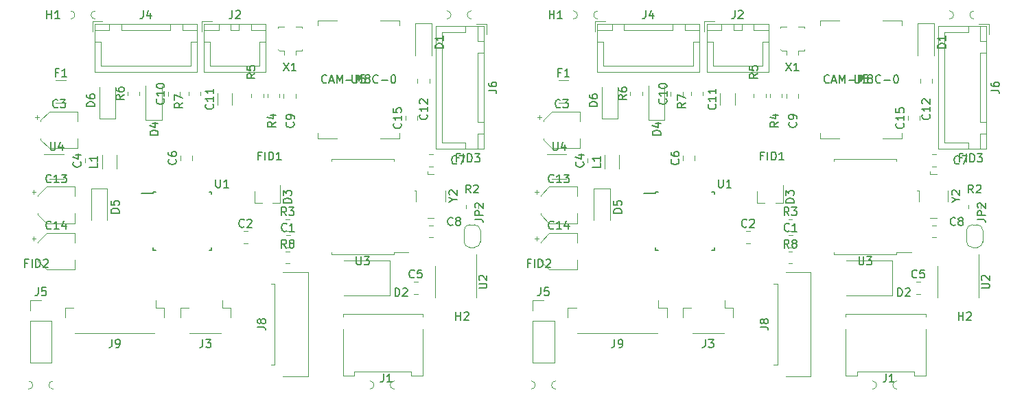
<source format=gbr>
%TF.GenerationSoftware,KiCad,Pcbnew,7.0.5-0*%
%TF.CreationDate,2023-06-16T19:55:47+02:00*%
%TF.ProjectId,SmartDisplay,536d6172-7444-4697-9370-6c61792e6b69,rev?*%
%TF.SameCoordinates,Original*%
%TF.FileFunction,Legend,Top*%
%TF.FilePolarity,Positive*%
%FSLAX46Y46*%
G04 Gerber Fmt 4.6, Leading zero omitted, Abs format (unit mm)*
G04 Created by KiCad (PCBNEW 7.0.5-0) date 2023-06-16 19:55:47*
%MOMM*%
%LPD*%
G01*
G04 APERTURE LIST*
%ADD10C,0.150000*%
%ADD11C,0.100000*%
%ADD12C,0.120000*%
G04 APERTURE END LIST*
D10*
%TO.C,H1*%
X134838095Y-35843819D02*
X134838095Y-34843819D01*
X134838095Y-35320009D02*
X135409523Y-35320009D01*
X135409523Y-35843819D02*
X135409523Y-34843819D01*
X136409523Y-35843819D02*
X135838095Y-35843819D01*
X136123809Y-35843819D02*
X136123809Y-34843819D01*
X136123809Y-34843819D02*
X136028571Y-34986676D01*
X136028571Y-34986676D02*
X135933333Y-35081914D01*
X135933333Y-35081914D02*
X135838095Y-35129533D01*
%TO.C,U5*%
X172528095Y-42814819D02*
X172528095Y-43624342D01*
X172528095Y-43624342D02*
X172575714Y-43719580D01*
X172575714Y-43719580D02*
X172623333Y-43767200D01*
X172623333Y-43767200D02*
X172718571Y-43814819D01*
X172718571Y-43814819D02*
X172909047Y-43814819D01*
X172909047Y-43814819D02*
X173004285Y-43767200D01*
X173004285Y-43767200D02*
X173051904Y-43719580D01*
X173051904Y-43719580D02*
X173099523Y-43624342D01*
X173099523Y-43624342D02*
X173099523Y-42814819D01*
X174051904Y-42814819D02*
X173575714Y-42814819D01*
X173575714Y-42814819D02*
X173528095Y-43291009D01*
X173528095Y-43291009D02*
X173575714Y-43243390D01*
X173575714Y-43243390D02*
X173670952Y-43195771D01*
X173670952Y-43195771D02*
X173909047Y-43195771D01*
X173909047Y-43195771D02*
X174004285Y-43243390D01*
X174004285Y-43243390D02*
X174051904Y-43291009D01*
X174051904Y-43291009D02*
X174099523Y-43386247D01*
X174099523Y-43386247D02*
X174099523Y-43624342D01*
X174099523Y-43624342D02*
X174051904Y-43719580D01*
X174051904Y-43719580D02*
X174004285Y-43767200D01*
X174004285Y-43767200D02*
X173909047Y-43814819D01*
X173909047Y-43814819D02*
X173670952Y-43814819D01*
X173670952Y-43814819D02*
X173575714Y-43767200D01*
X173575714Y-43767200D02*
X173528095Y-43719580D01*
X169337619Y-43719580D02*
X169290000Y-43767200D01*
X169290000Y-43767200D02*
X169147143Y-43814819D01*
X169147143Y-43814819D02*
X169051905Y-43814819D01*
X169051905Y-43814819D02*
X168909048Y-43767200D01*
X168909048Y-43767200D02*
X168813810Y-43671961D01*
X168813810Y-43671961D02*
X168766191Y-43576723D01*
X168766191Y-43576723D02*
X168718572Y-43386247D01*
X168718572Y-43386247D02*
X168718572Y-43243390D01*
X168718572Y-43243390D02*
X168766191Y-43052914D01*
X168766191Y-43052914D02*
X168813810Y-42957676D01*
X168813810Y-42957676D02*
X168909048Y-42862438D01*
X168909048Y-42862438D02*
X169051905Y-42814819D01*
X169051905Y-42814819D02*
X169147143Y-42814819D01*
X169147143Y-42814819D02*
X169290000Y-42862438D01*
X169290000Y-42862438D02*
X169337619Y-42910057D01*
X169718572Y-43529104D02*
X170194762Y-43529104D01*
X169623334Y-43814819D02*
X169956667Y-42814819D01*
X169956667Y-42814819D02*
X170290000Y-43814819D01*
X170623334Y-43814819D02*
X170623334Y-42814819D01*
X170623334Y-42814819D02*
X170956667Y-43529104D01*
X170956667Y-43529104D02*
X171290000Y-42814819D01*
X171290000Y-42814819D02*
X171290000Y-43814819D01*
X171766191Y-43433866D02*
X172528096Y-43433866D01*
X173004286Y-43814819D02*
X173004286Y-42814819D01*
X173004286Y-42814819D02*
X173337619Y-43529104D01*
X173337619Y-43529104D02*
X173670952Y-42814819D01*
X173670952Y-42814819D02*
X173670952Y-43814819D01*
X174290000Y-43243390D02*
X174194762Y-43195771D01*
X174194762Y-43195771D02*
X174147143Y-43148152D01*
X174147143Y-43148152D02*
X174099524Y-43052914D01*
X174099524Y-43052914D02*
X174099524Y-43005295D01*
X174099524Y-43005295D02*
X174147143Y-42910057D01*
X174147143Y-42910057D02*
X174194762Y-42862438D01*
X174194762Y-42862438D02*
X174290000Y-42814819D01*
X174290000Y-42814819D02*
X174480476Y-42814819D01*
X174480476Y-42814819D02*
X174575714Y-42862438D01*
X174575714Y-42862438D02*
X174623333Y-42910057D01*
X174623333Y-42910057D02*
X174670952Y-43005295D01*
X174670952Y-43005295D02*
X174670952Y-43052914D01*
X174670952Y-43052914D02*
X174623333Y-43148152D01*
X174623333Y-43148152D02*
X174575714Y-43195771D01*
X174575714Y-43195771D02*
X174480476Y-43243390D01*
X174480476Y-43243390D02*
X174290000Y-43243390D01*
X174290000Y-43243390D02*
X174194762Y-43291009D01*
X174194762Y-43291009D02*
X174147143Y-43338628D01*
X174147143Y-43338628D02*
X174099524Y-43433866D01*
X174099524Y-43433866D02*
X174099524Y-43624342D01*
X174099524Y-43624342D02*
X174147143Y-43719580D01*
X174147143Y-43719580D02*
X174194762Y-43767200D01*
X174194762Y-43767200D02*
X174290000Y-43814819D01*
X174290000Y-43814819D02*
X174480476Y-43814819D01*
X174480476Y-43814819D02*
X174575714Y-43767200D01*
X174575714Y-43767200D02*
X174623333Y-43719580D01*
X174623333Y-43719580D02*
X174670952Y-43624342D01*
X174670952Y-43624342D02*
X174670952Y-43433866D01*
X174670952Y-43433866D02*
X174623333Y-43338628D01*
X174623333Y-43338628D02*
X174575714Y-43291009D01*
X174575714Y-43291009D02*
X174480476Y-43243390D01*
X175670952Y-43719580D02*
X175623333Y-43767200D01*
X175623333Y-43767200D02*
X175480476Y-43814819D01*
X175480476Y-43814819D02*
X175385238Y-43814819D01*
X175385238Y-43814819D02*
X175242381Y-43767200D01*
X175242381Y-43767200D02*
X175147143Y-43671961D01*
X175147143Y-43671961D02*
X175099524Y-43576723D01*
X175099524Y-43576723D02*
X175051905Y-43386247D01*
X175051905Y-43386247D02*
X175051905Y-43243390D01*
X175051905Y-43243390D02*
X175099524Y-43052914D01*
X175099524Y-43052914D02*
X175147143Y-42957676D01*
X175147143Y-42957676D02*
X175242381Y-42862438D01*
X175242381Y-42862438D02*
X175385238Y-42814819D01*
X175385238Y-42814819D02*
X175480476Y-42814819D01*
X175480476Y-42814819D02*
X175623333Y-42862438D01*
X175623333Y-42862438D02*
X175670952Y-42910057D01*
X176099524Y-43433866D02*
X176861429Y-43433866D01*
X177528095Y-42814819D02*
X177623333Y-42814819D01*
X177623333Y-42814819D02*
X177718571Y-42862438D01*
X177718571Y-42862438D02*
X177766190Y-42910057D01*
X177766190Y-42910057D02*
X177813809Y-43005295D01*
X177813809Y-43005295D02*
X177861428Y-43195771D01*
X177861428Y-43195771D02*
X177861428Y-43433866D01*
X177861428Y-43433866D02*
X177813809Y-43624342D01*
X177813809Y-43624342D02*
X177766190Y-43719580D01*
X177766190Y-43719580D02*
X177718571Y-43767200D01*
X177718571Y-43767200D02*
X177623333Y-43814819D01*
X177623333Y-43814819D02*
X177528095Y-43814819D01*
X177528095Y-43814819D02*
X177432857Y-43767200D01*
X177432857Y-43767200D02*
X177385238Y-43719580D01*
X177385238Y-43719580D02*
X177337619Y-43624342D01*
X177337619Y-43624342D02*
X177290000Y-43433866D01*
X177290000Y-43433866D02*
X177290000Y-43195771D01*
X177290000Y-43195771D02*
X177337619Y-43005295D01*
X177337619Y-43005295D02*
X177385238Y-42910057D01*
X177385238Y-42910057D02*
X177432857Y-42862438D01*
X177432857Y-42862438D02*
X177528095Y-42814819D01*
X173290000Y-42814819D02*
X173290000Y-43052914D01*
X173051905Y-42957676D02*
X173290000Y-43052914D01*
X173290000Y-43052914D02*
X173528095Y-42957676D01*
X173147143Y-43243390D02*
X173290000Y-43052914D01*
X173290000Y-43052914D02*
X173432857Y-43243390D01*
%TO.C,C7*%
X185385833Y-53719580D02*
X185338214Y-53767200D01*
X185338214Y-53767200D02*
X185195357Y-53814819D01*
X185195357Y-53814819D02*
X185100119Y-53814819D01*
X185100119Y-53814819D02*
X184957262Y-53767200D01*
X184957262Y-53767200D02*
X184862024Y-53671961D01*
X184862024Y-53671961D02*
X184814405Y-53576723D01*
X184814405Y-53576723D02*
X184766786Y-53386247D01*
X184766786Y-53386247D02*
X184766786Y-53243390D01*
X184766786Y-53243390D02*
X184814405Y-53052914D01*
X184814405Y-53052914D02*
X184862024Y-52957676D01*
X184862024Y-52957676D02*
X184957262Y-52862438D01*
X184957262Y-52862438D02*
X185100119Y-52814819D01*
X185100119Y-52814819D02*
X185195357Y-52814819D01*
X185195357Y-52814819D02*
X185338214Y-52862438D01*
X185338214Y-52862438D02*
X185385833Y-52910057D01*
X185719167Y-52814819D02*
X186385833Y-52814819D01*
X186385833Y-52814819D02*
X185957262Y-53814819D01*
%TO.C,R2*%
X187111333Y-57377819D02*
X186778000Y-56901628D01*
X186539905Y-57377819D02*
X186539905Y-56377819D01*
X186539905Y-56377819D02*
X186920857Y-56377819D01*
X186920857Y-56377819D02*
X187016095Y-56425438D01*
X187016095Y-56425438D02*
X187063714Y-56473057D01*
X187063714Y-56473057D02*
X187111333Y-56568295D01*
X187111333Y-56568295D02*
X187111333Y-56711152D01*
X187111333Y-56711152D02*
X187063714Y-56806390D01*
X187063714Y-56806390D02*
X187016095Y-56854009D01*
X187016095Y-56854009D02*
X186920857Y-56901628D01*
X186920857Y-56901628D02*
X186539905Y-56901628D01*
X187492286Y-56473057D02*
X187539905Y-56425438D01*
X187539905Y-56425438D02*
X187635143Y-56377819D01*
X187635143Y-56377819D02*
X187873238Y-56377819D01*
X187873238Y-56377819D02*
X187968476Y-56425438D01*
X187968476Y-56425438D02*
X188016095Y-56473057D01*
X188016095Y-56473057D02*
X188063714Y-56568295D01*
X188063714Y-56568295D02*
X188063714Y-56663533D01*
X188063714Y-56663533D02*
X188016095Y-56806390D01*
X188016095Y-56806390D02*
X187444667Y-57377819D01*
X187444667Y-57377819D02*
X188063714Y-57377819D01*
%TO.C,J3*%
X154066666Y-75474819D02*
X154066666Y-76189104D01*
X154066666Y-76189104D02*
X154019047Y-76331961D01*
X154019047Y-76331961D02*
X153923809Y-76427200D01*
X153923809Y-76427200D02*
X153780952Y-76474819D01*
X153780952Y-76474819D02*
X153685714Y-76474819D01*
X154447619Y-75474819D02*
X155066666Y-75474819D01*
X155066666Y-75474819D02*
X154733333Y-75855771D01*
X154733333Y-75855771D02*
X154876190Y-75855771D01*
X154876190Y-75855771D02*
X154971428Y-75903390D01*
X154971428Y-75903390D02*
X155019047Y-75951009D01*
X155019047Y-75951009D02*
X155066666Y-76046247D01*
X155066666Y-76046247D02*
X155066666Y-76284342D01*
X155066666Y-76284342D02*
X155019047Y-76379580D01*
X155019047Y-76379580D02*
X154971428Y-76427200D01*
X154971428Y-76427200D02*
X154876190Y-76474819D01*
X154876190Y-76474819D02*
X154590476Y-76474819D01*
X154590476Y-76474819D02*
X154495238Y-76427200D01*
X154495238Y-76427200D02*
X154447619Y-76379580D01*
%TO.C,FID2*%
X132468571Y-66041009D02*
X132135238Y-66041009D01*
X132135238Y-66564819D02*
X132135238Y-65564819D01*
X132135238Y-65564819D02*
X132611428Y-65564819D01*
X132992381Y-66564819D02*
X132992381Y-65564819D01*
X133468571Y-66564819D02*
X133468571Y-65564819D01*
X133468571Y-65564819D02*
X133706666Y-65564819D01*
X133706666Y-65564819D02*
X133849523Y-65612438D01*
X133849523Y-65612438D02*
X133944761Y-65707676D01*
X133944761Y-65707676D02*
X133992380Y-65802914D01*
X133992380Y-65802914D02*
X134039999Y-65993390D01*
X134039999Y-65993390D02*
X134039999Y-66136247D01*
X134039999Y-66136247D02*
X133992380Y-66326723D01*
X133992380Y-66326723D02*
X133944761Y-66421961D01*
X133944761Y-66421961D02*
X133849523Y-66517200D01*
X133849523Y-66517200D02*
X133706666Y-66564819D01*
X133706666Y-66564819D02*
X133468571Y-66564819D01*
X134420952Y-65660057D02*
X134468571Y-65612438D01*
X134468571Y-65612438D02*
X134563809Y-65564819D01*
X134563809Y-65564819D02*
X134801904Y-65564819D01*
X134801904Y-65564819D02*
X134897142Y-65612438D01*
X134897142Y-65612438D02*
X134944761Y-65660057D01*
X134944761Y-65660057D02*
X134992380Y-65755295D01*
X134992380Y-65755295D02*
X134992380Y-65850533D01*
X134992380Y-65850533D02*
X134944761Y-65993390D01*
X134944761Y-65993390D02*
X134373333Y-66564819D01*
X134373333Y-66564819D02*
X134992380Y-66564819D01*
%TO.C,C12*%
X181694580Y-47696357D02*
X181742200Y-47743976D01*
X181742200Y-47743976D02*
X181789819Y-47886833D01*
X181789819Y-47886833D02*
X181789819Y-47982071D01*
X181789819Y-47982071D02*
X181742200Y-48124928D01*
X181742200Y-48124928D02*
X181646961Y-48220166D01*
X181646961Y-48220166D02*
X181551723Y-48267785D01*
X181551723Y-48267785D02*
X181361247Y-48315404D01*
X181361247Y-48315404D02*
X181218390Y-48315404D01*
X181218390Y-48315404D02*
X181027914Y-48267785D01*
X181027914Y-48267785D02*
X180932676Y-48220166D01*
X180932676Y-48220166D02*
X180837438Y-48124928D01*
X180837438Y-48124928D02*
X180789819Y-47982071D01*
X180789819Y-47982071D02*
X180789819Y-47886833D01*
X180789819Y-47886833D02*
X180837438Y-47743976D01*
X180837438Y-47743976D02*
X180885057Y-47696357D01*
X181789819Y-46743976D02*
X181789819Y-47315404D01*
X181789819Y-47029690D02*
X180789819Y-47029690D01*
X180789819Y-47029690D02*
X180932676Y-47124928D01*
X180932676Y-47124928D02*
X181027914Y-47220166D01*
X181027914Y-47220166D02*
X181075533Y-47315404D01*
X180885057Y-46363023D02*
X180837438Y-46315404D01*
X180837438Y-46315404D02*
X180789819Y-46220166D01*
X180789819Y-46220166D02*
X180789819Y-45982071D01*
X180789819Y-45982071D02*
X180837438Y-45886833D01*
X180837438Y-45886833D02*
X180885057Y-45839214D01*
X180885057Y-45839214D02*
X180980295Y-45791595D01*
X180980295Y-45791595D02*
X181075533Y-45791595D01*
X181075533Y-45791595D02*
X181218390Y-45839214D01*
X181218390Y-45839214D02*
X181789819Y-46410642D01*
X181789819Y-46410642D02*
X181789819Y-45791595D01*
%TO.C,D3*%
X164994819Y-58598094D02*
X163994819Y-58598094D01*
X163994819Y-58598094D02*
X163994819Y-58359999D01*
X163994819Y-58359999D02*
X164042438Y-58217142D01*
X164042438Y-58217142D02*
X164137676Y-58121904D01*
X164137676Y-58121904D02*
X164232914Y-58074285D01*
X164232914Y-58074285D02*
X164423390Y-58026666D01*
X164423390Y-58026666D02*
X164566247Y-58026666D01*
X164566247Y-58026666D02*
X164756723Y-58074285D01*
X164756723Y-58074285D02*
X164851961Y-58121904D01*
X164851961Y-58121904D02*
X164947200Y-58217142D01*
X164947200Y-58217142D02*
X164994819Y-58359999D01*
X164994819Y-58359999D02*
X164994819Y-58598094D01*
X163994819Y-57693332D02*
X163994819Y-57074285D01*
X163994819Y-57074285D02*
X164375771Y-57407618D01*
X164375771Y-57407618D02*
X164375771Y-57264761D01*
X164375771Y-57264761D02*
X164423390Y-57169523D01*
X164423390Y-57169523D02*
X164471009Y-57121904D01*
X164471009Y-57121904D02*
X164566247Y-57074285D01*
X164566247Y-57074285D02*
X164804342Y-57074285D01*
X164804342Y-57074285D02*
X164899580Y-57121904D01*
X164899580Y-57121904D02*
X164947200Y-57169523D01*
X164947200Y-57169523D02*
X164994819Y-57264761D01*
X164994819Y-57264761D02*
X164994819Y-57550475D01*
X164994819Y-57550475D02*
X164947200Y-57645713D01*
X164947200Y-57645713D02*
X164899580Y-57693332D01*
%TO.C,FID1*%
X161218571Y-52791009D02*
X160885238Y-52791009D01*
X160885238Y-53314819D02*
X160885238Y-52314819D01*
X160885238Y-52314819D02*
X161361428Y-52314819D01*
X161742381Y-53314819D02*
X161742381Y-52314819D01*
X162218571Y-53314819D02*
X162218571Y-52314819D01*
X162218571Y-52314819D02*
X162456666Y-52314819D01*
X162456666Y-52314819D02*
X162599523Y-52362438D01*
X162599523Y-52362438D02*
X162694761Y-52457676D01*
X162694761Y-52457676D02*
X162742380Y-52552914D01*
X162742380Y-52552914D02*
X162789999Y-52743390D01*
X162789999Y-52743390D02*
X162789999Y-52886247D01*
X162789999Y-52886247D02*
X162742380Y-53076723D01*
X162742380Y-53076723D02*
X162694761Y-53171961D01*
X162694761Y-53171961D02*
X162599523Y-53267200D01*
X162599523Y-53267200D02*
X162456666Y-53314819D01*
X162456666Y-53314819D02*
X162218571Y-53314819D01*
X163742380Y-53314819D02*
X163170952Y-53314819D01*
X163456666Y-53314819D02*
X163456666Y-52314819D01*
X163456666Y-52314819D02*
X163361428Y-52457676D01*
X163361428Y-52457676D02*
X163266190Y-52552914D01*
X163266190Y-52552914D02*
X163170952Y-52600533D01*
%TO.C,FID3*%
X185718571Y-53041009D02*
X185385238Y-53041009D01*
X185385238Y-53564819D02*
X185385238Y-52564819D01*
X185385238Y-52564819D02*
X185861428Y-52564819D01*
X186242381Y-53564819D02*
X186242381Y-52564819D01*
X186718571Y-53564819D02*
X186718571Y-52564819D01*
X186718571Y-52564819D02*
X186956666Y-52564819D01*
X186956666Y-52564819D02*
X187099523Y-52612438D01*
X187099523Y-52612438D02*
X187194761Y-52707676D01*
X187194761Y-52707676D02*
X187242380Y-52802914D01*
X187242380Y-52802914D02*
X187289999Y-52993390D01*
X187289999Y-52993390D02*
X187289999Y-53136247D01*
X187289999Y-53136247D02*
X187242380Y-53326723D01*
X187242380Y-53326723D02*
X187194761Y-53421961D01*
X187194761Y-53421961D02*
X187099523Y-53517200D01*
X187099523Y-53517200D02*
X186956666Y-53564819D01*
X186956666Y-53564819D02*
X186718571Y-53564819D01*
X187623333Y-52564819D02*
X188242380Y-52564819D01*
X188242380Y-52564819D02*
X187909047Y-52945771D01*
X187909047Y-52945771D02*
X188051904Y-52945771D01*
X188051904Y-52945771D02*
X188147142Y-52993390D01*
X188147142Y-52993390D02*
X188194761Y-53041009D01*
X188194761Y-53041009D02*
X188242380Y-53136247D01*
X188242380Y-53136247D02*
X188242380Y-53374342D01*
X188242380Y-53374342D02*
X188194761Y-53469580D01*
X188194761Y-53469580D02*
X188147142Y-53517200D01*
X188147142Y-53517200D02*
X188051904Y-53564819D01*
X188051904Y-53564819D02*
X187766190Y-53564819D01*
X187766190Y-53564819D02*
X187670952Y-53517200D01*
X187670952Y-53517200D02*
X187623333Y-53469580D01*
%TO.C,C5*%
X180160833Y-67789580D02*
X180113214Y-67837200D01*
X180113214Y-67837200D02*
X179970357Y-67884819D01*
X179970357Y-67884819D02*
X179875119Y-67884819D01*
X179875119Y-67884819D02*
X179732262Y-67837200D01*
X179732262Y-67837200D02*
X179637024Y-67741961D01*
X179637024Y-67741961D02*
X179589405Y-67646723D01*
X179589405Y-67646723D02*
X179541786Y-67456247D01*
X179541786Y-67456247D02*
X179541786Y-67313390D01*
X179541786Y-67313390D02*
X179589405Y-67122914D01*
X179589405Y-67122914D02*
X179637024Y-67027676D01*
X179637024Y-67027676D02*
X179732262Y-66932438D01*
X179732262Y-66932438D02*
X179875119Y-66884819D01*
X179875119Y-66884819D02*
X179970357Y-66884819D01*
X179970357Y-66884819D02*
X180113214Y-66932438D01*
X180113214Y-66932438D02*
X180160833Y-66980057D01*
X181065595Y-66884819D02*
X180589405Y-66884819D01*
X180589405Y-66884819D02*
X180541786Y-67361009D01*
X180541786Y-67361009D02*
X180589405Y-67313390D01*
X180589405Y-67313390D02*
X180684643Y-67265771D01*
X180684643Y-67265771D02*
X180922738Y-67265771D01*
X180922738Y-67265771D02*
X181017976Y-67313390D01*
X181017976Y-67313390D02*
X181065595Y-67361009D01*
X181065595Y-67361009D02*
X181113214Y-67456247D01*
X181113214Y-67456247D02*
X181113214Y-67694342D01*
X181113214Y-67694342D02*
X181065595Y-67789580D01*
X181065595Y-67789580D02*
X181017976Y-67837200D01*
X181017976Y-67837200D02*
X180922738Y-67884819D01*
X180922738Y-67884819D02*
X180684643Y-67884819D01*
X180684643Y-67884819D02*
X180589405Y-67837200D01*
X180589405Y-67837200D02*
X180541786Y-67789580D01*
%TO.C,D5*%
X143744819Y-59848094D02*
X142744819Y-59848094D01*
X142744819Y-59848094D02*
X142744819Y-59609999D01*
X142744819Y-59609999D02*
X142792438Y-59467142D01*
X142792438Y-59467142D02*
X142887676Y-59371904D01*
X142887676Y-59371904D02*
X142982914Y-59324285D01*
X142982914Y-59324285D02*
X143173390Y-59276666D01*
X143173390Y-59276666D02*
X143316247Y-59276666D01*
X143316247Y-59276666D02*
X143506723Y-59324285D01*
X143506723Y-59324285D02*
X143601961Y-59371904D01*
X143601961Y-59371904D02*
X143697200Y-59467142D01*
X143697200Y-59467142D02*
X143744819Y-59609999D01*
X143744819Y-59609999D02*
X143744819Y-59848094D01*
X142744819Y-58371904D02*
X142744819Y-58848094D01*
X142744819Y-58848094D02*
X143221009Y-58895713D01*
X143221009Y-58895713D02*
X143173390Y-58848094D01*
X143173390Y-58848094D02*
X143125771Y-58752856D01*
X143125771Y-58752856D02*
X143125771Y-58514761D01*
X143125771Y-58514761D02*
X143173390Y-58419523D01*
X143173390Y-58419523D02*
X143221009Y-58371904D01*
X143221009Y-58371904D02*
X143316247Y-58324285D01*
X143316247Y-58324285D02*
X143554342Y-58324285D01*
X143554342Y-58324285D02*
X143649580Y-58371904D01*
X143649580Y-58371904D02*
X143697200Y-58419523D01*
X143697200Y-58419523D02*
X143744819Y-58514761D01*
X143744819Y-58514761D02*
X143744819Y-58752856D01*
X143744819Y-58752856D02*
X143697200Y-58848094D01*
X143697200Y-58848094D02*
X143649580Y-58895713D01*
%TO.C,F1*%
X136219166Y-42511009D02*
X135885833Y-42511009D01*
X135885833Y-43034819D02*
X135885833Y-42034819D01*
X135885833Y-42034819D02*
X136362023Y-42034819D01*
X137266785Y-43034819D02*
X136695357Y-43034819D01*
X136981071Y-43034819D02*
X136981071Y-42034819D01*
X136981071Y-42034819D02*
X136885833Y-42177676D01*
X136885833Y-42177676D02*
X136790595Y-42272914D01*
X136790595Y-42272914D02*
X136695357Y-42320533D01*
%TO.C,R3*%
X164373333Y-60164819D02*
X164040000Y-59688628D01*
X163801905Y-60164819D02*
X163801905Y-59164819D01*
X163801905Y-59164819D02*
X164182857Y-59164819D01*
X164182857Y-59164819D02*
X164278095Y-59212438D01*
X164278095Y-59212438D02*
X164325714Y-59260057D01*
X164325714Y-59260057D02*
X164373333Y-59355295D01*
X164373333Y-59355295D02*
X164373333Y-59498152D01*
X164373333Y-59498152D02*
X164325714Y-59593390D01*
X164325714Y-59593390D02*
X164278095Y-59641009D01*
X164278095Y-59641009D02*
X164182857Y-59688628D01*
X164182857Y-59688628D02*
X163801905Y-59688628D01*
X164706667Y-59164819D02*
X165325714Y-59164819D01*
X165325714Y-59164819D02*
X164992381Y-59545771D01*
X164992381Y-59545771D02*
X165135238Y-59545771D01*
X165135238Y-59545771D02*
X165230476Y-59593390D01*
X165230476Y-59593390D02*
X165278095Y-59641009D01*
X165278095Y-59641009D02*
X165325714Y-59736247D01*
X165325714Y-59736247D02*
X165325714Y-59974342D01*
X165325714Y-59974342D02*
X165278095Y-60069580D01*
X165278095Y-60069580D02*
X165230476Y-60117200D01*
X165230476Y-60117200D02*
X165135238Y-60164819D01*
X165135238Y-60164819D02*
X164849524Y-60164819D01*
X164849524Y-60164819D02*
X164754286Y-60117200D01*
X164754286Y-60117200D02*
X164706667Y-60069580D01*
%TO.C,R8*%
X164373333Y-64164819D02*
X164040000Y-63688628D01*
X163801905Y-64164819D02*
X163801905Y-63164819D01*
X163801905Y-63164819D02*
X164182857Y-63164819D01*
X164182857Y-63164819D02*
X164278095Y-63212438D01*
X164278095Y-63212438D02*
X164325714Y-63260057D01*
X164325714Y-63260057D02*
X164373333Y-63355295D01*
X164373333Y-63355295D02*
X164373333Y-63498152D01*
X164373333Y-63498152D02*
X164325714Y-63593390D01*
X164325714Y-63593390D02*
X164278095Y-63641009D01*
X164278095Y-63641009D02*
X164182857Y-63688628D01*
X164182857Y-63688628D02*
X163801905Y-63688628D01*
X164944762Y-63593390D02*
X164849524Y-63545771D01*
X164849524Y-63545771D02*
X164801905Y-63498152D01*
X164801905Y-63498152D02*
X164754286Y-63402914D01*
X164754286Y-63402914D02*
X164754286Y-63355295D01*
X164754286Y-63355295D02*
X164801905Y-63260057D01*
X164801905Y-63260057D02*
X164849524Y-63212438D01*
X164849524Y-63212438D02*
X164944762Y-63164819D01*
X164944762Y-63164819D02*
X165135238Y-63164819D01*
X165135238Y-63164819D02*
X165230476Y-63212438D01*
X165230476Y-63212438D02*
X165278095Y-63260057D01*
X165278095Y-63260057D02*
X165325714Y-63355295D01*
X165325714Y-63355295D02*
X165325714Y-63402914D01*
X165325714Y-63402914D02*
X165278095Y-63498152D01*
X165278095Y-63498152D02*
X165230476Y-63545771D01*
X165230476Y-63545771D02*
X165135238Y-63593390D01*
X165135238Y-63593390D02*
X164944762Y-63593390D01*
X164944762Y-63593390D02*
X164849524Y-63641009D01*
X164849524Y-63641009D02*
X164801905Y-63688628D01*
X164801905Y-63688628D02*
X164754286Y-63783866D01*
X164754286Y-63783866D02*
X164754286Y-63974342D01*
X164754286Y-63974342D02*
X164801905Y-64069580D01*
X164801905Y-64069580D02*
X164849524Y-64117200D01*
X164849524Y-64117200D02*
X164944762Y-64164819D01*
X164944762Y-64164819D02*
X165135238Y-64164819D01*
X165135238Y-64164819D02*
X165230476Y-64117200D01*
X165230476Y-64117200D02*
X165278095Y-64069580D01*
X165278095Y-64069580D02*
X165325714Y-63974342D01*
X165325714Y-63974342D02*
X165325714Y-63783866D01*
X165325714Y-63783866D02*
X165278095Y-63688628D01*
X165278095Y-63688628D02*
X165230476Y-63641009D01*
X165230476Y-63641009D02*
X165135238Y-63593390D01*
%TO.C,C15*%
X178469580Y-48790357D02*
X178517200Y-48837976D01*
X178517200Y-48837976D02*
X178564819Y-48980833D01*
X178564819Y-48980833D02*
X178564819Y-49076071D01*
X178564819Y-49076071D02*
X178517200Y-49218928D01*
X178517200Y-49218928D02*
X178421961Y-49314166D01*
X178421961Y-49314166D02*
X178326723Y-49361785D01*
X178326723Y-49361785D02*
X178136247Y-49409404D01*
X178136247Y-49409404D02*
X177993390Y-49409404D01*
X177993390Y-49409404D02*
X177802914Y-49361785D01*
X177802914Y-49361785D02*
X177707676Y-49314166D01*
X177707676Y-49314166D02*
X177612438Y-49218928D01*
X177612438Y-49218928D02*
X177564819Y-49076071D01*
X177564819Y-49076071D02*
X177564819Y-48980833D01*
X177564819Y-48980833D02*
X177612438Y-48837976D01*
X177612438Y-48837976D02*
X177660057Y-48790357D01*
X178564819Y-47837976D02*
X178564819Y-48409404D01*
X178564819Y-48123690D02*
X177564819Y-48123690D01*
X177564819Y-48123690D02*
X177707676Y-48218928D01*
X177707676Y-48218928D02*
X177802914Y-48314166D01*
X177802914Y-48314166D02*
X177850533Y-48409404D01*
X177564819Y-46933214D02*
X177564819Y-47409404D01*
X177564819Y-47409404D02*
X178041009Y-47457023D01*
X178041009Y-47457023D02*
X177993390Y-47409404D01*
X177993390Y-47409404D02*
X177945771Y-47314166D01*
X177945771Y-47314166D02*
X177945771Y-47076071D01*
X177945771Y-47076071D02*
X177993390Y-46980833D01*
X177993390Y-46980833D02*
X178041009Y-46933214D01*
X178041009Y-46933214D02*
X178136247Y-46885595D01*
X178136247Y-46885595D02*
X178374342Y-46885595D01*
X178374342Y-46885595D02*
X178469580Y-46933214D01*
X178469580Y-46933214D02*
X178517200Y-46980833D01*
X178517200Y-46980833D02*
X178564819Y-47076071D01*
X178564819Y-47076071D02*
X178564819Y-47314166D01*
X178564819Y-47314166D02*
X178517200Y-47409404D01*
X178517200Y-47409404D02*
X178469580Y-47457023D01*
%TO.C,X1*%
X164005476Y-41314819D02*
X164672142Y-42314819D01*
X164672142Y-41314819D02*
X164005476Y-42314819D01*
X165576904Y-42314819D02*
X165005476Y-42314819D01*
X165291190Y-42314819D02*
X165291190Y-41314819D01*
X165291190Y-41314819D02*
X165195952Y-41457676D01*
X165195952Y-41457676D02*
X165100714Y-41552914D01*
X165100714Y-41552914D02*
X165005476Y-41600533D01*
%TO.C,J6*%
X189294819Y-44693333D02*
X190009104Y-44693333D01*
X190009104Y-44693333D02*
X190151961Y-44740952D01*
X190151961Y-44740952D02*
X190247200Y-44836190D01*
X190247200Y-44836190D02*
X190294819Y-44979047D01*
X190294819Y-44979047D02*
X190294819Y-45074285D01*
X189294819Y-43788571D02*
X189294819Y-43979047D01*
X189294819Y-43979047D02*
X189342438Y-44074285D01*
X189342438Y-44074285D02*
X189390057Y-44121904D01*
X189390057Y-44121904D02*
X189532914Y-44217142D01*
X189532914Y-44217142D02*
X189723390Y-44264761D01*
X189723390Y-44264761D02*
X190104342Y-44264761D01*
X190104342Y-44264761D02*
X190199580Y-44217142D01*
X190199580Y-44217142D02*
X190247200Y-44169523D01*
X190247200Y-44169523D02*
X190294819Y-44074285D01*
X190294819Y-44074285D02*
X190294819Y-43883809D01*
X190294819Y-43883809D02*
X190247200Y-43788571D01*
X190247200Y-43788571D02*
X190199580Y-43740952D01*
X190199580Y-43740952D02*
X190104342Y-43693333D01*
X190104342Y-43693333D02*
X189866247Y-43693333D01*
X189866247Y-43693333D02*
X189771009Y-43740952D01*
X189771009Y-43740952D02*
X189723390Y-43788571D01*
X189723390Y-43788571D02*
X189675771Y-43883809D01*
X189675771Y-43883809D02*
X189675771Y-44074285D01*
X189675771Y-44074285D02*
X189723390Y-44169523D01*
X189723390Y-44169523D02*
X189771009Y-44217142D01*
X189771009Y-44217142D02*
X189866247Y-44264761D01*
%TO.C,R4*%
X163054819Y-48621666D02*
X162578628Y-48954999D01*
X163054819Y-49193094D02*
X162054819Y-49193094D01*
X162054819Y-49193094D02*
X162054819Y-48812142D01*
X162054819Y-48812142D02*
X162102438Y-48716904D01*
X162102438Y-48716904D02*
X162150057Y-48669285D01*
X162150057Y-48669285D02*
X162245295Y-48621666D01*
X162245295Y-48621666D02*
X162388152Y-48621666D01*
X162388152Y-48621666D02*
X162483390Y-48669285D01*
X162483390Y-48669285D02*
X162531009Y-48716904D01*
X162531009Y-48716904D02*
X162578628Y-48812142D01*
X162578628Y-48812142D02*
X162578628Y-49193094D01*
X162388152Y-47764523D02*
X163054819Y-47764523D01*
X162007200Y-48002618D02*
X162721485Y-48240713D01*
X162721485Y-48240713D02*
X162721485Y-47621666D01*
%TO.C,L1*%
X141094819Y-53714166D02*
X141094819Y-54190356D01*
X141094819Y-54190356D02*
X140094819Y-54190356D01*
X141094819Y-52857023D02*
X141094819Y-53428451D01*
X141094819Y-53142737D02*
X140094819Y-53142737D01*
X140094819Y-53142737D02*
X140237676Y-53237975D01*
X140237676Y-53237975D02*
X140332914Y-53333213D01*
X140332914Y-53333213D02*
X140380533Y-53428451D01*
%TO.C,C10*%
X149219580Y-45777857D02*
X149267200Y-45825476D01*
X149267200Y-45825476D02*
X149314819Y-45968333D01*
X149314819Y-45968333D02*
X149314819Y-46063571D01*
X149314819Y-46063571D02*
X149267200Y-46206428D01*
X149267200Y-46206428D02*
X149171961Y-46301666D01*
X149171961Y-46301666D02*
X149076723Y-46349285D01*
X149076723Y-46349285D02*
X148886247Y-46396904D01*
X148886247Y-46396904D02*
X148743390Y-46396904D01*
X148743390Y-46396904D02*
X148552914Y-46349285D01*
X148552914Y-46349285D02*
X148457676Y-46301666D01*
X148457676Y-46301666D02*
X148362438Y-46206428D01*
X148362438Y-46206428D02*
X148314819Y-46063571D01*
X148314819Y-46063571D02*
X148314819Y-45968333D01*
X148314819Y-45968333D02*
X148362438Y-45825476D01*
X148362438Y-45825476D02*
X148410057Y-45777857D01*
X149314819Y-44825476D02*
X149314819Y-45396904D01*
X149314819Y-45111190D02*
X148314819Y-45111190D01*
X148314819Y-45111190D02*
X148457676Y-45206428D01*
X148457676Y-45206428D02*
X148552914Y-45301666D01*
X148552914Y-45301666D02*
X148600533Y-45396904D01*
X148314819Y-44206428D02*
X148314819Y-44111190D01*
X148314819Y-44111190D02*
X148362438Y-44015952D01*
X148362438Y-44015952D02*
X148410057Y-43968333D01*
X148410057Y-43968333D02*
X148505295Y-43920714D01*
X148505295Y-43920714D02*
X148695771Y-43873095D01*
X148695771Y-43873095D02*
X148933866Y-43873095D01*
X148933866Y-43873095D02*
X149124342Y-43920714D01*
X149124342Y-43920714D02*
X149219580Y-43968333D01*
X149219580Y-43968333D02*
X149267200Y-44015952D01*
X149267200Y-44015952D02*
X149314819Y-44111190D01*
X149314819Y-44111190D02*
X149314819Y-44206428D01*
X149314819Y-44206428D02*
X149267200Y-44301666D01*
X149267200Y-44301666D02*
X149219580Y-44349285D01*
X149219580Y-44349285D02*
X149124342Y-44396904D01*
X149124342Y-44396904D02*
X148933866Y-44444523D01*
X148933866Y-44444523D02*
X148695771Y-44444523D01*
X148695771Y-44444523D02*
X148505295Y-44396904D01*
X148505295Y-44396904D02*
X148410057Y-44349285D01*
X148410057Y-44349285D02*
X148362438Y-44301666D01*
X148362438Y-44301666D02*
X148314819Y-44206428D01*
%TO.C,C1*%
X164410833Y-62039580D02*
X164363214Y-62087200D01*
X164363214Y-62087200D02*
X164220357Y-62134819D01*
X164220357Y-62134819D02*
X164125119Y-62134819D01*
X164125119Y-62134819D02*
X163982262Y-62087200D01*
X163982262Y-62087200D02*
X163887024Y-61991961D01*
X163887024Y-61991961D02*
X163839405Y-61896723D01*
X163839405Y-61896723D02*
X163791786Y-61706247D01*
X163791786Y-61706247D02*
X163791786Y-61563390D01*
X163791786Y-61563390D02*
X163839405Y-61372914D01*
X163839405Y-61372914D02*
X163887024Y-61277676D01*
X163887024Y-61277676D02*
X163982262Y-61182438D01*
X163982262Y-61182438D02*
X164125119Y-61134819D01*
X164125119Y-61134819D02*
X164220357Y-61134819D01*
X164220357Y-61134819D02*
X164363214Y-61182438D01*
X164363214Y-61182438D02*
X164410833Y-61230057D01*
X165363214Y-62134819D02*
X164791786Y-62134819D01*
X165077500Y-62134819D02*
X165077500Y-61134819D01*
X165077500Y-61134819D02*
X164982262Y-61277676D01*
X164982262Y-61277676D02*
X164887024Y-61372914D01*
X164887024Y-61372914D02*
X164791786Y-61420533D01*
%TO.C,C3*%
X136173333Y-46769580D02*
X136125714Y-46817200D01*
X136125714Y-46817200D02*
X135982857Y-46864819D01*
X135982857Y-46864819D02*
X135887619Y-46864819D01*
X135887619Y-46864819D02*
X135744762Y-46817200D01*
X135744762Y-46817200D02*
X135649524Y-46721961D01*
X135649524Y-46721961D02*
X135601905Y-46626723D01*
X135601905Y-46626723D02*
X135554286Y-46436247D01*
X135554286Y-46436247D02*
X135554286Y-46293390D01*
X135554286Y-46293390D02*
X135601905Y-46102914D01*
X135601905Y-46102914D02*
X135649524Y-46007676D01*
X135649524Y-46007676D02*
X135744762Y-45912438D01*
X135744762Y-45912438D02*
X135887619Y-45864819D01*
X135887619Y-45864819D02*
X135982857Y-45864819D01*
X135982857Y-45864819D02*
X136125714Y-45912438D01*
X136125714Y-45912438D02*
X136173333Y-45960057D01*
X136506667Y-45864819D02*
X137125714Y-45864819D01*
X137125714Y-45864819D02*
X136792381Y-46245771D01*
X136792381Y-46245771D02*
X136935238Y-46245771D01*
X136935238Y-46245771D02*
X137030476Y-46293390D01*
X137030476Y-46293390D02*
X137078095Y-46341009D01*
X137078095Y-46341009D02*
X137125714Y-46436247D01*
X137125714Y-46436247D02*
X137125714Y-46674342D01*
X137125714Y-46674342D02*
X137078095Y-46769580D01*
X137078095Y-46769580D02*
X137030476Y-46817200D01*
X137030476Y-46817200D02*
X136935238Y-46864819D01*
X136935238Y-46864819D02*
X136649524Y-46864819D01*
X136649524Y-46864819D02*
X136554286Y-46817200D01*
X136554286Y-46817200D02*
X136506667Y-46769580D01*
%TO.C,J4*%
X146706666Y-34858819D02*
X146706666Y-35573104D01*
X146706666Y-35573104D02*
X146659047Y-35715961D01*
X146659047Y-35715961D02*
X146563809Y-35811200D01*
X146563809Y-35811200D02*
X146420952Y-35858819D01*
X146420952Y-35858819D02*
X146325714Y-35858819D01*
X147611428Y-35192152D02*
X147611428Y-35858819D01*
X147373333Y-34811200D02*
X147135238Y-35525485D01*
X147135238Y-35525485D02*
X147754285Y-35525485D01*
%TO.C,C2*%
X159160833Y-61539580D02*
X159113214Y-61587200D01*
X159113214Y-61587200D02*
X158970357Y-61634819D01*
X158970357Y-61634819D02*
X158875119Y-61634819D01*
X158875119Y-61634819D02*
X158732262Y-61587200D01*
X158732262Y-61587200D02*
X158637024Y-61491961D01*
X158637024Y-61491961D02*
X158589405Y-61396723D01*
X158589405Y-61396723D02*
X158541786Y-61206247D01*
X158541786Y-61206247D02*
X158541786Y-61063390D01*
X158541786Y-61063390D02*
X158589405Y-60872914D01*
X158589405Y-60872914D02*
X158637024Y-60777676D01*
X158637024Y-60777676D02*
X158732262Y-60682438D01*
X158732262Y-60682438D02*
X158875119Y-60634819D01*
X158875119Y-60634819D02*
X158970357Y-60634819D01*
X158970357Y-60634819D02*
X159113214Y-60682438D01*
X159113214Y-60682438D02*
X159160833Y-60730057D01*
X159541786Y-60730057D02*
X159589405Y-60682438D01*
X159589405Y-60682438D02*
X159684643Y-60634819D01*
X159684643Y-60634819D02*
X159922738Y-60634819D01*
X159922738Y-60634819D02*
X160017976Y-60682438D01*
X160017976Y-60682438D02*
X160065595Y-60730057D01*
X160065595Y-60730057D02*
X160113214Y-60825295D01*
X160113214Y-60825295D02*
X160113214Y-60920533D01*
X160113214Y-60920533D02*
X160065595Y-61063390D01*
X160065595Y-61063390D02*
X159494167Y-61634819D01*
X159494167Y-61634819D02*
X160113214Y-61634819D01*
%TO.C,C4*%
X138969580Y-53564166D02*
X139017200Y-53611785D01*
X139017200Y-53611785D02*
X139064819Y-53754642D01*
X139064819Y-53754642D02*
X139064819Y-53849880D01*
X139064819Y-53849880D02*
X139017200Y-53992737D01*
X139017200Y-53992737D02*
X138921961Y-54087975D01*
X138921961Y-54087975D02*
X138826723Y-54135594D01*
X138826723Y-54135594D02*
X138636247Y-54183213D01*
X138636247Y-54183213D02*
X138493390Y-54183213D01*
X138493390Y-54183213D02*
X138302914Y-54135594D01*
X138302914Y-54135594D02*
X138207676Y-54087975D01*
X138207676Y-54087975D02*
X138112438Y-53992737D01*
X138112438Y-53992737D02*
X138064819Y-53849880D01*
X138064819Y-53849880D02*
X138064819Y-53754642D01*
X138064819Y-53754642D02*
X138112438Y-53611785D01*
X138112438Y-53611785D02*
X138160057Y-53564166D01*
X138398152Y-52707023D02*
X139064819Y-52707023D01*
X138017200Y-52945118D02*
X138731485Y-53183213D01*
X138731485Y-53183213D02*
X138731485Y-52564166D01*
%TO.C,C6*%
X150719580Y-53239166D02*
X150767200Y-53286785D01*
X150767200Y-53286785D02*
X150814819Y-53429642D01*
X150814819Y-53429642D02*
X150814819Y-53524880D01*
X150814819Y-53524880D02*
X150767200Y-53667737D01*
X150767200Y-53667737D02*
X150671961Y-53762975D01*
X150671961Y-53762975D02*
X150576723Y-53810594D01*
X150576723Y-53810594D02*
X150386247Y-53858213D01*
X150386247Y-53858213D02*
X150243390Y-53858213D01*
X150243390Y-53858213D02*
X150052914Y-53810594D01*
X150052914Y-53810594D02*
X149957676Y-53762975D01*
X149957676Y-53762975D02*
X149862438Y-53667737D01*
X149862438Y-53667737D02*
X149814819Y-53524880D01*
X149814819Y-53524880D02*
X149814819Y-53429642D01*
X149814819Y-53429642D02*
X149862438Y-53286785D01*
X149862438Y-53286785D02*
X149910057Y-53239166D01*
X149814819Y-52382023D02*
X149814819Y-52572499D01*
X149814819Y-52572499D02*
X149862438Y-52667737D01*
X149862438Y-52667737D02*
X149910057Y-52715356D01*
X149910057Y-52715356D02*
X150052914Y-52810594D01*
X150052914Y-52810594D02*
X150243390Y-52858213D01*
X150243390Y-52858213D02*
X150624342Y-52858213D01*
X150624342Y-52858213D02*
X150719580Y-52810594D01*
X150719580Y-52810594D02*
X150767200Y-52762975D01*
X150767200Y-52762975D02*
X150814819Y-52667737D01*
X150814819Y-52667737D02*
X150814819Y-52477261D01*
X150814819Y-52477261D02*
X150767200Y-52382023D01*
X150767200Y-52382023D02*
X150719580Y-52334404D01*
X150719580Y-52334404D02*
X150624342Y-52286785D01*
X150624342Y-52286785D02*
X150386247Y-52286785D01*
X150386247Y-52286785D02*
X150291009Y-52334404D01*
X150291009Y-52334404D02*
X150243390Y-52382023D01*
X150243390Y-52382023D02*
X150195771Y-52477261D01*
X150195771Y-52477261D02*
X150195771Y-52667737D01*
X150195771Y-52667737D02*
X150243390Y-52762975D01*
X150243390Y-52762975D02*
X150291009Y-52810594D01*
X150291009Y-52810594D02*
X150386247Y-52858213D01*
%TO.C,C14*%
X135347142Y-61769580D02*
X135299523Y-61817200D01*
X135299523Y-61817200D02*
X135156666Y-61864819D01*
X135156666Y-61864819D02*
X135061428Y-61864819D01*
X135061428Y-61864819D02*
X134918571Y-61817200D01*
X134918571Y-61817200D02*
X134823333Y-61721961D01*
X134823333Y-61721961D02*
X134775714Y-61626723D01*
X134775714Y-61626723D02*
X134728095Y-61436247D01*
X134728095Y-61436247D02*
X134728095Y-61293390D01*
X134728095Y-61293390D02*
X134775714Y-61102914D01*
X134775714Y-61102914D02*
X134823333Y-61007676D01*
X134823333Y-61007676D02*
X134918571Y-60912438D01*
X134918571Y-60912438D02*
X135061428Y-60864819D01*
X135061428Y-60864819D02*
X135156666Y-60864819D01*
X135156666Y-60864819D02*
X135299523Y-60912438D01*
X135299523Y-60912438D02*
X135347142Y-60960057D01*
X136299523Y-61864819D02*
X135728095Y-61864819D01*
X136013809Y-61864819D02*
X136013809Y-60864819D01*
X136013809Y-60864819D02*
X135918571Y-61007676D01*
X135918571Y-61007676D02*
X135823333Y-61102914D01*
X135823333Y-61102914D02*
X135728095Y-61150533D01*
X137156666Y-61198152D02*
X137156666Y-61864819D01*
X136918571Y-60817200D02*
X136680476Y-61531485D01*
X136680476Y-61531485D02*
X137299523Y-61531485D01*
%TO.C,R5*%
X160499819Y-42621666D02*
X160023628Y-42954999D01*
X160499819Y-43193094D02*
X159499819Y-43193094D01*
X159499819Y-43193094D02*
X159499819Y-42812142D01*
X159499819Y-42812142D02*
X159547438Y-42716904D01*
X159547438Y-42716904D02*
X159595057Y-42669285D01*
X159595057Y-42669285D02*
X159690295Y-42621666D01*
X159690295Y-42621666D02*
X159833152Y-42621666D01*
X159833152Y-42621666D02*
X159928390Y-42669285D01*
X159928390Y-42669285D02*
X159976009Y-42716904D01*
X159976009Y-42716904D02*
X160023628Y-42812142D01*
X160023628Y-42812142D02*
X160023628Y-43193094D01*
X159499819Y-41716904D02*
X159499819Y-42193094D01*
X159499819Y-42193094D02*
X159976009Y-42240713D01*
X159976009Y-42240713D02*
X159928390Y-42193094D01*
X159928390Y-42193094D02*
X159880771Y-42097856D01*
X159880771Y-42097856D02*
X159880771Y-41859761D01*
X159880771Y-41859761D02*
X159928390Y-41764523D01*
X159928390Y-41764523D02*
X159976009Y-41716904D01*
X159976009Y-41716904D02*
X160071247Y-41669285D01*
X160071247Y-41669285D02*
X160309342Y-41669285D01*
X160309342Y-41669285D02*
X160404580Y-41716904D01*
X160404580Y-41716904D02*
X160452200Y-41764523D01*
X160452200Y-41764523D02*
X160499819Y-41859761D01*
X160499819Y-41859761D02*
X160499819Y-42097856D01*
X160499819Y-42097856D02*
X160452200Y-42193094D01*
X160452200Y-42193094D02*
X160404580Y-42240713D01*
%TO.C,JP2*%
X187633819Y-60637333D02*
X188348104Y-60637333D01*
X188348104Y-60637333D02*
X188490961Y-60684952D01*
X188490961Y-60684952D02*
X188586200Y-60780190D01*
X188586200Y-60780190D02*
X188633819Y-60923047D01*
X188633819Y-60923047D02*
X188633819Y-61018285D01*
X188633819Y-60161142D02*
X187633819Y-60161142D01*
X187633819Y-60161142D02*
X187633819Y-59780190D01*
X187633819Y-59780190D02*
X187681438Y-59684952D01*
X187681438Y-59684952D02*
X187729057Y-59637333D01*
X187729057Y-59637333D02*
X187824295Y-59589714D01*
X187824295Y-59589714D02*
X187967152Y-59589714D01*
X187967152Y-59589714D02*
X188062390Y-59637333D01*
X188062390Y-59637333D02*
X188110009Y-59684952D01*
X188110009Y-59684952D02*
X188157628Y-59780190D01*
X188157628Y-59780190D02*
X188157628Y-60161142D01*
X187729057Y-59208761D02*
X187681438Y-59161142D01*
X187681438Y-59161142D02*
X187633819Y-59065904D01*
X187633819Y-59065904D02*
X187633819Y-58827809D01*
X187633819Y-58827809D02*
X187681438Y-58732571D01*
X187681438Y-58732571D02*
X187729057Y-58684952D01*
X187729057Y-58684952D02*
X187824295Y-58637333D01*
X187824295Y-58637333D02*
X187919533Y-58637333D01*
X187919533Y-58637333D02*
X188062390Y-58684952D01*
X188062390Y-58684952D02*
X188633819Y-59256380D01*
X188633819Y-59256380D02*
X188633819Y-58637333D01*
%TO.C,J9*%
X142866666Y-75474819D02*
X142866666Y-76189104D01*
X142866666Y-76189104D02*
X142819047Y-76331961D01*
X142819047Y-76331961D02*
X142723809Y-76427200D01*
X142723809Y-76427200D02*
X142580952Y-76474819D01*
X142580952Y-76474819D02*
X142485714Y-76474819D01*
X143390476Y-76474819D02*
X143580952Y-76474819D01*
X143580952Y-76474819D02*
X143676190Y-76427200D01*
X143676190Y-76427200D02*
X143723809Y-76379580D01*
X143723809Y-76379580D02*
X143819047Y-76236723D01*
X143819047Y-76236723D02*
X143866666Y-76046247D01*
X143866666Y-76046247D02*
X143866666Y-75665295D01*
X143866666Y-75665295D02*
X143819047Y-75570057D01*
X143819047Y-75570057D02*
X143771428Y-75522438D01*
X143771428Y-75522438D02*
X143676190Y-75474819D01*
X143676190Y-75474819D02*
X143485714Y-75474819D01*
X143485714Y-75474819D02*
X143390476Y-75522438D01*
X143390476Y-75522438D02*
X143342857Y-75570057D01*
X143342857Y-75570057D02*
X143295238Y-75665295D01*
X143295238Y-75665295D02*
X143295238Y-75903390D01*
X143295238Y-75903390D02*
X143342857Y-75998628D01*
X143342857Y-75998628D02*
X143390476Y-76046247D01*
X143390476Y-76046247D02*
X143485714Y-76093866D01*
X143485714Y-76093866D02*
X143676190Y-76093866D01*
X143676190Y-76093866D02*
X143771428Y-76046247D01*
X143771428Y-76046247D02*
X143819047Y-75998628D01*
X143819047Y-75998628D02*
X143866666Y-75903390D01*
%TO.C,D6*%
X140744819Y-46698094D02*
X139744819Y-46698094D01*
X139744819Y-46698094D02*
X139744819Y-46459999D01*
X139744819Y-46459999D02*
X139792438Y-46317142D01*
X139792438Y-46317142D02*
X139887676Y-46221904D01*
X139887676Y-46221904D02*
X139982914Y-46174285D01*
X139982914Y-46174285D02*
X140173390Y-46126666D01*
X140173390Y-46126666D02*
X140316247Y-46126666D01*
X140316247Y-46126666D02*
X140506723Y-46174285D01*
X140506723Y-46174285D02*
X140601961Y-46221904D01*
X140601961Y-46221904D02*
X140697200Y-46317142D01*
X140697200Y-46317142D02*
X140744819Y-46459999D01*
X140744819Y-46459999D02*
X140744819Y-46698094D01*
X139744819Y-45269523D02*
X139744819Y-45459999D01*
X139744819Y-45459999D02*
X139792438Y-45555237D01*
X139792438Y-45555237D02*
X139840057Y-45602856D01*
X139840057Y-45602856D02*
X139982914Y-45698094D01*
X139982914Y-45698094D02*
X140173390Y-45745713D01*
X140173390Y-45745713D02*
X140554342Y-45745713D01*
X140554342Y-45745713D02*
X140649580Y-45698094D01*
X140649580Y-45698094D02*
X140697200Y-45650475D01*
X140697200Y-45650475D02*
X140744819Y-45555237D01*
X140744819Y-45555237D02*
X140744819Y-45364761D01*
X140744819Y-45364761D02*
X140697200Y-45269523D01*
X140697200Y-45269523D02*
X140649580Y-45221904D01*
X140649580Y-45221904D02*
X140554342Y-45174285D01*
X140554342Y-45174285D02*
X140316247Y-45174285D01*
X140316247Y-45174285D02*
X140221009Y-45221904D01*
X140221009Y-45221904D02*
X140173390Y-45269523D01*
X140173390Y-45269523D02*
X140125771Y-45364761D01*
X140125771Y-45364761D02*
X140125771Y-45555237D01*
X140125771Y-45555237D02*
X140173390Y-45650475D01*
X140173390Y-45650475D02*
X140221009Y-45698094D01*
X140221009Y-45698094D02*
X140316247Y-45745713D01*
%TO.C,C9*%
X165245580Y-48659166D02*
X165293200Y-48706785D01*
X165293200Y-48706785D02*
X165340819Y-48849642D01*
X165340819Y-48849642D02*
X165340819Y-48944880D01*
X165340819Y-48944880D02*
X165293200Y-49087737D01*
X165293200Y-49087737D02*
X165197961Y-49182975D01*
X165197961Y-49182975D02*
X165102723Y-49230594D01*
X165102723Y-49230594D02*
X164912247Y-49278213D01*
X164912247Y-49278213D02*
X164769390Y-49278213D01*
X164769390Y-49278213D02*
X164578914Y-49230594D01*
X164578914Y-49230594D02*
X164483676Y-49182975D01*
X164483676Y-49182975D02*
X164388438Y-49087737D01*
X164388438Y-49087737D02*
X164340819Y-48944880D01*
X164340819Y-48944880D02*
X164340819Y-48849642D01*
X164340819Y-48849642D02*
X164388438Y-48706785D01*
X164388438Y-48706785D02*
X164436057Y-48659166D01*
X165340819Y-48182975D02*
X165340819Y-47992499D01*
X165340819Y-47992499D02*
X165293200Y-47897261D01*
X165293200Y-47897261D02*
X165245580Y-47849642D01*
X165245580Y-47849642D02*
X165102723Y-47754404D01*
X165102723Y-47754404D02*
X164912247Y-47706785D01*
X164912247Y-47706785D02*
X164531295Y-47706785D01*
X164531295Y-47706785D02*
X164436057Y-47754404D01*
X164436057Y-47754404D02*
X164388438Y-47802023D01*
X164388438Y-47802023D02*
X164340819Y-47897261D01*
X164340819Y-47897261D02*
X164340819Y-48087737D01*
X164340819Y-48087737D02*
X164388438Y-48182975D01*
X164388438Y-48182975D02*
X164436057Y-48230594D01*
X164436057Y-48230594D02*
X164531295Y-48278213D01*
X164531295Y-48278213D02*
X164769390Y-48278213D01*
X164769390Y-48278213D02*
X164864628Y-48230594D01*
X164864628Y-48230594D02*
X164912247Y-48182975D01*
X164912247Y-48182975D02*
X164959866Y-48087737D01*
X164959866Y-48087737D02*
X164959866Y-47897261D01*
X164959866Y-47897261D02*
X164912247Y-47802023D01*
X164912247Y-47802023D02*
X164864628Y-47754404D01*
X164864628Y-47754404D02*
X164769390Y-47706785D01*
%TO.C,J1*%
X176361666Y-79735819D02*
X176361666Y-80450104D01*
X176361666Y-80450104D02*
X176314047Y-80592961D01*
X176314047Y-80592961D02*
X176218809Y-80688200D01*
X176218809Y-80688200D02*
X176075952Y-80735819D01*
X176075952Y-80735819D02*
X175980714Y-80735819D01*
X177361666Y-80735819D02*
X176790238Y-80735819D01*
X177075952Y-80735819D02*
X177075952Y-79735819D01*
X177075952Y-79735819D02*
X176980714Y-79878676D01*
X176980714Y-79878676D02*
X176885476Y-79973914D01*
X176885476Y-79973914D02*
X176790238Y-80021533D01*
%TO.C,J5*%
X133766666Y-69064819D02*
X133766666Y-69779104D01*
X133766666Y-69779104D02*
X133719047Y-69921961D01*
X133719047Y-69921961D02*
X133623809Y-70017200D01*
X133623809Y-70017200D02*
X133480952Y-70064819D01*
X133480952Y-70064819D02*
X133385714Y-70064819D01*
X134719047Y-69064819D02*
X134242857Y-69064819D01*
X134242857Y-69064819D02*
X134195238Y-69541009D01*
X134195238Y-69541009D02*
X134242857Y-69493390D01*
X134242857Y-69493390D02*
X134338095Y-69445771D01*
X134338095Y-69445771D02*
X134576190Y-69445771D01*
X134576190Y-69445771D02*
X134671428Y-69493390D01*
X134671428Y-69493390D02*
X134719047Y-69541009D01*
X134719047Y-69541009D02*
X134766666Y-69636247D01*
X134766666Y-69636247D02*
X134766666Y-69874342D01*
X134766666Y-69874342D02*
X134719047Y-69969580D01*
X134719047Y-69969580D02*
X134671428Y-70017200D01*
X134671428Y-70017200D02*
X134576190Y-70064819D01*
X134576190Y-70064819D02*
X134338095Y-70064819D01*
X134338095Y-70064819D02*
X134242857Y-70017200D01*
X134242857Y-70017200D02*
X134195238Y-69969580D01*
%TO.C,D1*%
X183744819Y-39498094D02*
X182744819Y-39498094D01*
X182744819Y-39498094D02*
X182744819Y-39259999D01*
X182744819Y-39259999D02*
X182792438Y-39117142D01*
X182792438Y-39117142D02*
X182887676Y-39021904D01*
X182887676Y-39021904D02*
X182982914Y-38974285D01*
X182982914Y-38974285D02*
X183173390Y-38926666D01*
X183173390Y-38926666D02*
X183316247Y-38926666D01*
X183316247Y-38926666D02*
X183506723Y-38974285D01*
X183506723Y-38974285D02*
X183601961Y-39021904D01*
X183601961Y-39021904D02*
X183697200Y-39117142D01*
X183697200Y-39117142D02*
X183744819Y-39259999D01*
X183744819Y-39259999D02*
X183744819Y-39498094D01*
X183744819Y-37974285D02*
X183744819Y-38545713D01*
X183744819Y-38259999D02*
X182744819Y-38259999D01*
X182744819Y-38259999D02*
X182887676Y-38355237D01*
X182887676Y-38355237D02*
X182982914Y-38450475D01*
X182982914Y-38450475D02*
X183030533Y-38545713D01*
%TO.C,R7*%
X151594819Y-46276666D02*
X151118628Y-46609999D01*
X151594819Y-46848094D02*
X150594819Y-46848094D01*
X150594819Y-46848094D02*
X150594819Y-46467142D01*
X150594819Y-46467142D02*
X150642438Y-46371904D01*
X150642438Y-46371904D02*
X150690057Y-46324285D01*
X150690057Y-46324285D02*
X150785295Y-46276666D01*
X150785295Y-46276666D02*
X150928152Y-46276666D01*
X150928152Y-46276666D02*
X151023390Y-46324285D01*
X151023390Y-46324285D02*
X151071009Y-46371904D01*
X151071009Y-46371904D02*
X151118628Y-46467142D01*
X151118628Y-46467142D02*
X151118628Y-46848094D01*
X150594819Y-45943332D02*
X150594819Y-45276666D01*
X150594819Y-45276666D02*
X151594819Y-45705237D01*
%TO.C,H2*%
X185303151Y-73100875D02*
X185303151Y-72100875D01*
X185303151Y-72577065D02*
X185874579Y-72577065D01*
X185874579Y-73100875D02*
X185874579Y-72100875D01*
X186303151Y-72196113D02*
X186350770Y-72148494D01*
X186350770Y-72148494D02*
X186446008Y-72100875D01*
X186446008Y-72100875D02*
X186684103Y-72100875D01*
X186684103Y-72100875D02*
X186779341Y-72148494D01*
X186779341Y-72148494D02*
X186826960Y-72196113D01*
X186826960Y-72196113D02*
X186874579Y-72291351D01*
X186874579Y-72291351D02*
X186874579Y-72386589D01*
X186874579Y-72386589D02*
X186826960Y-72529446D01*
X186826960Y-72529446D02*
X186255532Y-73100875D01*
X186255532Y-73100875D02*
X186874579Y-73100875D01*
%TO.C,C11*%
X155299580Y-46440357D02*
X155347200Y-46487976D01*
X155347200Y-46487976D02*
X155394819Y-46630833D01*
X155394819Y-46630833D02*
X155394819Y-46726071D01*
X155394819Y-46726071D02*
X155347200Y-46868928D01*
X155347200Y-46868928D02*
X155251961Y-46964166D01*
X155251961Y-46964166D02*
X155156723Y-47011785D01*
X155156723Y-47011785D02*
X154966247Y-47059404D01*
X154966247Y-47059404D02*
X154823390Y-47059404D01*
X154823390Y-47059404D02*
X154632914Y-47011785D01*
X154632914Y-47011785D02*
X154537676Y-46964166D01*
X154537676Y-46964166D02*
X154442438Y-46868928D01*
X154442438Y-46868928D02*
X154394819Y-46726071D01*
X154394819Y-46726071D02*
X154394819Y-46630833D01*
X154394819Y-46630833D02*
X154442438Y-46487976D01*
X154442438Y-46487976D02*
X154490057Y-46440357D01*
X155394819Y-45487976D02*
X155394819Y-46059404D01*
X155394819Y-45773690D02*
X154394819Y-45773690D01*
X154394819Y-45773690D02*
X154537676Y-45868928D01*
X154537676Y-45868928D02*
X154632914Y-45964166D01*
X154632914Y-45964166D02*
X154680533Y-46059404D01*
X155394819Y-44535595D02*
X155394819Y-45107023D01*
X155394819Y-44821309D02*
X154394819Y-44821309D01*
X154394819Y-44821309D02*
X154537676Y-44916547D01*
X154537676Y-44916547D02*
X154632914Y-45011785D01*
X154632914Y-45011785D02*
X154680533Y-45107023D01*
%TO.C,J8*%
X160824819Y-73943333D02*
X161539104Y-73943333D01*
X161539104Y-73943333D02*
X161681961Y-73990952D01*
X161681961Y-73990952D02*
X161777200Y-74086190D01*
X161777200Y-74086190D02*
X161824819Y-74229047D01*
X161824819Y-74229047D02*
X161824819Y-74324285D01*
X161253390Y-73324285D02*
X161205771Y-73419523D01*
X161205771Y-73419523D02*
X161158152Y-73467142D01*
X161158152Y-73467142D02*
X161062914Y-73514761D01*
X161062914Y-73514761D02*
X161015295Y-73514761D01*
X161015295Y-73514761D02*
X160920057Y-73467142D01*
X160920057Y-73467142D02*
X160872438Y-73419523D01*
X160872438Y-73419523D02*
X160824819Y-73324285D01*
X160824819Y-73324285D02*
X160824819Y-73133809D01*
X160824819Y-73133809D02*
X160872438Y-73038571D01*
X160872438Y-73038571D02*
X160920057Y-72990952D01*
X160920057Y-72990952D02*
X161015295Y-72943333D01*
X161015295Y-72943333D02*
X161062914Y-72943333D01*
X161062914Y-72943333D02*
X161158152Y-72990952D01*
X161158152Y-72990952D02*
X161205771Y-73038571D01*
X161205771Y-73038571D02*
X161253390Y-73133809D01*
X161253390Y-73133809D02*
X161253390Y-73324285D01*
X161253390Y-73324285D02*
X161301009Y-73419523D01*
X161301009Y-73419523D02*
X161348628Y-73467142D01*
X161348628Y-73467142D02*
X161443866Y-73514761D01*
X161443866Y-73514761D02*
X161634342Y-73514761D01*
X161634342Y-73514761D02*
X161729580Y-73467142D01*
X161729580Y-73467142D02*
X161777200Y-73419523D01*
X161777200Y-73419523D02*
X161824819Y-73324285D01*
X161824819Y-73324285D02*
X161824819Y-73133809D01*
X161824819Y-73133809D02*
X161777200Y-73038571D01*
X161777200Y-73038571D02*
X161729580Y-72990952D01*
X161729580Y-72990952D02*
X161634342Y-72943333D01*
X161634342Y-72943333D02*
X161443866Y-72943333D01*
X161443866Y-72943333D02*
X161348628Y-72990952D01*
X161348628Y-72990952D02*
X161301009Y-73038571D01*
X161301009Y-73038571D02*
X161253390Y-73133809D01*
%TO.C,U4*%
X135278095Y-51114819D02*
X135278095Y-51924342D01*
X135278095Y-51924342D02*
X135325714Y-52019580D01*
X135325714Y-52019580D02*
X135373333Y-52067200D01*
X135373333Y-52067200D02*
X135468571Y-52114819D01*
X135468571Y-52114819D02*
X135659047Y-52114819D01*
X135659047Y-52114819D02*
X135754285Y-52067200D01*
X135754285Y-52067200D02*
X135801904Y-52019580D01*
X135801904Y-52019580D02*
X135849523Y-51924342D01*
X135849523Y-51924342D02*
X135849523Y-51114819D01*
X136754285Y-51448152D02*
X136754285Y-52114819D01*
X136516190Y-51067200D02*
X136278095Y-51781485D01*
X136278095Y-51781485D02*
X136897142Y-51781485D01*
%TO.C,R6*%
X144344819Y-45276666D02*
X143868628Y-45609999D01*
X144344819Y-45848094D02*
X143344819Y-45848094D01*
X143344819Y-45848094D02*
X143344819Y-45467142D01*
X143344819Y-45467142D02*
X143392438Y-45371904D01*
X143392438Y-45371904D02*
X143440057Y-45324285D01*
X143440057Y-45324285D02*
X143535295Y-45276666D01*
X143535295Y-45276666D02*
X143678152Y-45276666D01*
X143678152Y-45276666D02*
X143773390Y-45324285D01*
X143773390Y-45324285D02*
X143821009Y-45371904D01*
X143821009Y-45371904D02*
X143868628Y-45467142D01*
X143868628Y-45467142D02*
X143868628Y-45848094D01*
X143344819Y-44419523D02*
X143344819Y-44609999D01*
X143344819Y-44609999D02*
X143392438Y-44705237D01*
X143392438Y-44705237D02*
X143440057Y-44752856D01*
X143440057Y-44752856D02*
X143582914Y-44848094D01*
X143582914Y-44848094D02*
X143773390Y-44895713D01*
X143773390Y-44895713D02*
X144154342Y-44895713D01*
X144154342Y-44895713D02*
X144249580Y-44848094D01*
X144249580Y-44848094D02*
X144297200Y-44800475D01*
X144297200Y-44800475D02*
X144344819Y-44705237D01*
X144344819Y-44705237D02*
X144344819Y-44514761D01*
X144344819Y-44514761D02*
X144297200Y-44419523D01*
X144297200Y-44419523D02*
X144249580Y-44371904D01*
X144249580Y-44371904D02*
X144154342Y-44324285D01*
X144154342Y-44324285D02*
X143916247Y-44324285D01*
X143916247Y-44324285D02*
X143821009Y-44371904D01*
X143821009Y-44371904D02*
X143773390Y-44419523D01*
X143773390Y-44419523D02*
X143725771Y-44514761D01*
X143725771Y-44514761D02*
X143725771Y-44705237D01*
X143725771Y-44705237D02*
X143773390Y-44800475D01*
X143773390Y-44800475D02*
X143821009Y-44848094D01*
X143821009Y-44848094D02*
X143916247Y-44895713D01*
%TO.C,U3*%
X173028095Y-65264819D02*
X173028095Y-66074342D01*
X173028095Y-66074342D02*
X173075714Y-66169580D01*
X173075714Y-66169580D02*
X173123333Y-66217200D01*
X173123333Y-66217200D02*
X173218571Y-66264819D01*
X173218571Y-66264819D02*
X173409047Y-66264819D01*
X173409047Y-66264819D02*
X173504285Y-66217200D01*
X173504285Y-66217200D02*
X173551904Y-66169580D01*
X173551904Y-66169580D02*
X173599523Y-66074342D01*
X173599523Y-66074342D02*
X173599523Y-65264819D01*
X173980476Y-65264819D02*
X174599523Y-65264819D01*
X174599523Y-65264819D02*
X174266190Y-65645771D01*
X174266190Y-65645771D02*
X174409047Y-65645771D01*
X174409047Y-65645771D02*
X174504285Y-65693390D01*
X174504285Y-65693390D02*
X174551904Y-65741009D01*
X174551904Y-65741009D02*
X174599523Y-65836247D01*
X174599523Y-65836247D02*
X174599523Y-66074342D01*
X174599523Y-66074342D02*
X174551904Y-66169580D01*
X174551904Y-66169580D02*
X174504285Y-66217200D01*
X174504285Y-66217200D02*
X174409047Y-66264819D01*
X174409047Y-66264819D02*
X174123333Y-66264819D01*
X174123333Y-66264819D02*
X174028095Y-66217200D01*
X174028095Y-66217200D02*
X173980476Y-66169580D01*
%TO.C,J2*%
X157706666Y-34858819D02*
X157706666Y-35573104D01*
X157706666Y-35573104D02*
X157659047Y-35715961D01*
X157659047Y-35715961D02*
X157563809Y-35811200D01*
X157563809Y-35811200D02*
X157420952Y-35858819D01*
X157420952Y-35858819D02*
X157325714Y-35858819D01*
X158135238Y-34954057D02*
X158182857Y-34906438D01*
X158182857Y-34906438D02*
X158278095Y-34858819D01*
X158278095Y-34858819D02*
X158516190Y-34858819D01*
X158516190Y-34858819D02*
X158611428Y-34906438D01*
X158611428Y-34906438D02*
X158659047Y-34954057D01*
X158659047Y-34954057D02*
X158706666Y-35049295D01*
X158706666Y-35049295D02*
X158706666Y-35144533D01*
X158706666Y-35144533D02*
X158659047Y-35287390D01*
X158659047Y-35287390D02*
X158087619Y-35858819D01*
X158087619Y-35858819D02*
X158706666Y-35858819D01*
%TO.C,D4*%
X148552819Y-50222094D02*
X147552819Y-50222094D01*
X147552819Y-50222094D02*
X147552819Y-49983999D01*
X147552819Y-49983999D02*
X147600438Y-49841142D01*
X147600438Y-49841142D02*
X147695676Y-49745904D01*
X147695676Y-49745904D02*
X147790914Y-49698285D01*
X147790914Y-49698285D02*
X147981390Y-49650666D01*
X147981390Y-49650666D02*
X148124247Y-49650666D01*
X148124247Y-49650666D02*
X148314723Y-49698285D01*
X148314723Y-49698285D02*
X148409961Y-49745904D01*
X148409961Y-49745904D02*
X148505200Y-49841142D01*
X148505200Y-49841142D02*
X148552819Y-49983999D01*
X148552819Y-49983999D02*
X148552819Y-50222094D01*
X147886152Y-48793523D02*
X148552819Y-48793523D01*
X147505200Y-49031618D02*
X148219485Y-49269713D01*
X148219485Y-49269713D02*
X148219485Y-48650666D01*
%TO.C,D2*%
X177787905Y-70142819D02*
X177787905Y-69142819D01*
X177787905Y-69142819D02*
X178026000Y-69142819D01*
X178026000Y-69142819D02*
X178168857Y-69190438D01*
X178168857Y-69190438D02*
X178264095Y-69285676D01*
X178264095Y-69285676D02*
X178311714Y-69380914D01*
X178311714Y-69380914D02*
X178359333Y-69571390D01*
X178359333Y-69571390D02*
X178359333Y-69714247D01*
X178359333Y-69714247D02*
X178311714Y-69904723D01*
X178311714Y-69904723D02*
X178264095Y-69999961D01*
X178264095Y-69999961D02*
X178168857Y-70095200D01*
X178168857Y-70095200D02*
X178026000Y-70142819D01*
X178026000Y-70142819D02*
X177787905Y-70142819D01*
X178740286Y-69238057D02*
X178787905Y-69190438D01*
X178787905Y-69190438D02*
X178883143Y-69142819D01*
X178883143Y-69142819D02*
X179121238Y-69142819D01*
X179121238Y-69142819D02*
X179216476Y-69190438D01*
X179216476Y-69190438D02*
X179264095Y-69238057D01*
X179264095Y-69238057D02*
X179311714Y-69333295D01*
X179311714Y-69333295D02*
X179311714Y-69428533D01*
X179311714Y-69428533D02*
X179264095Y-69571390D01*
X179264095Y-69571390D02*
X178692667Y-70142819D01*
X178692667Y-70142819D02*
X179311714Y-70142819D01*
%TO.C,U2*%
X188111819Y-69146904D02*
X188921342Y-69146904D01*
X188921342Y-69146904D02*
X189016580Y-69099285D01*
X189016580Y-69099285D02*
X189064200Y-69051666D01*
X189064200Y-69051666D02*
X189111819Y-68956428D01*
X189111819Y-68956428D02*
X189111819Y-68765952D01*
X189111819Y-68765952D02*
X189064200Y-68670714D01*
X189064200Y-68670714D02*
X189016580Y-68623095D01*
X189016580Y-68623095D02*
X188921342Y-68575476D01*
X188921342Y-68575476D02*
X188111819Y-68575476D01*
X188207057Y-68146904D02*
X188159438Y-68099285D01*
X188159438Y-68099285D02*
X188111819Y-68004047D01*
X188111819Y-68004047D02*
X188111819Y-67765952D01*
X188111819Y-67765952D02*
X188159438Y-67670714D01*
X188159438Y-67670714D02*
X188207057Y-67623095D01*
X188207057Y-67623095D02*
X188302295Y-67575476D01*
X188302295Y-67575476D02*
X188397533Y-67575476D01*
X188397533Y-67575476D02*
X188540390Y-67623095D01*
X188540390Y-67623095D02*
X189111819Y-68194523D01*
X189111819Y-68194523D02*
X189111819Y-67575476D01*
%TO.C,C13*%
X135347142Y-56019580D02*
X135299523Y-56067200D01*
X135299523Y-56067200D02*
X135156666Y-56114819D01*
X135156666Y-56114819D02*
X135061428Y-56114819D01*
X135061428Y-56114819D02*
X134918571Y-56067200D01*
X134918571Y-56067200D02*
X134823333Y-55971961D01*
X134823333Y-55971961D02*
X134775714Y-55876723D01*
X134775714Y-55876723D02*
X134728095Y-55686247D01*
X134728095Y-55686247D02*
X134728095Y-55543390D01*
X134728095Y-55543390D02*
X134775714Y-55352914D01*
X134775714Y-55352914D02*
X134823333Y-55257676D01*
X134823333Y-55257676D02*
X134918571Y-55162438D01*
X134918571Y-55162438D02*
X135061428Y-55114819D01*
X135061428Y-55114819D02*
X135156666Y-55114819D01*
X135156666Y-55114819D02*
X135299523Y-55162438D01*
X135299523Y-55162438D02*
X135347142Y-55210057D01*
X136299523Y-56114819D02*
X135728095Y-56114819D01*
X136013809Y-56114819D02*
X136013809Y-55114819D01*
X136013809Y-55114819D02*
X135918571Y-55257676D01*
X135918571Y-55257676D02*
X135823333Y-55352914D01*
X135823333Y-55352914D02*
X135728095Y-55400533D01*
X136632857Y-55114819D02*
X137251904Y-55114819D01*
X137251904Y-55114819D02*
X136918571Y-55495771D01*
X136918571Y-55495771D02*
X137061428Y-55495771D01*
X137061428Y-55495771D02*
X137156666Y-55543390D01*
X137156666Y-55543390D02*
X137204285Y-55591009D01*
X137204285Y-55591009D02*
X137251904Y-55686247D01*
X137251904Y-55686247D02*
X137251904Y-55924342D01*
X137251904Y-55924342D02*
X137204285Y-56019580D01*
X137204285Y-56019580D02*
X137156666Y-56067200D01*
X137156666Y-56067200D02*
X137061428Y-56114819D01*
X137061428Y-56114819D02*
X136775714Y-56114819D01*
X136775714Y-56114819D02*
X136680476Y-56067200D01*
X136680476Y-56067200D02*
X136632857Y-56019580D01*
%TO.C,U1*%
X155678095Y-55714819D02*
X155678095Y-56524342D01*
X155678095Y-56524342D02*
X155725714Y-56619580D01*
X155725714Y-56619580D02*
X155773333Y-56667200D01*
X155773333Y-56667200D02*
X155868571Y-56714819D01*
X155868571Y-56714819D02*
X156059047Y-56714819D01*
X156059047Y-56714819D02*
X156154285Y-56667200D01*
X156154285Y-56667200D02*
X156201904Y-56619580D01*
X156201904Y-56619580D02*
X156249523Y-56524342D01*
X156249523Y-56524342D02*
X156249523Y-55714819D01*
X157249523Y-56714819D02*
X156678095Y-56714819D01*
X156963809Y-56714819D02*
X156963809Y-55714819D01*
X156963809Y-55714819D02*
X156868571Y-55857676D01*
X156868571Y-55857676D02*
X156773333Y-55952914D01*
X156773333Y-55952914D02*
X156678095Y-56000533D01*
%TO.C,Y2*%
X184968628Y-58236190D02*
X185444819Y-58236190D01*
X184444819Y-58569523D02*
X184968628Y-58236190D01*
X184968628Y-58236190D02*
X184444819Y-57902857D01*
X184540057Y-57617142D02*
X184492438Y-57569523D01*
X184492438Y-57569523D02*
X184444819Y-57474285D01*
X184444819Y-57474285D02*
X184444819Y-57236190D01*
X184444819Y-57236190D02*
X184492438Y-57140952D01*
X184492438Y-57140952D02*
X184540057Y-57093333D01*
X184540057Y-57093333D02*
X184635295Y-57045714D01*
X184635295Y-57045714D02*
X184730533Y-57045714D01*
X184730533Y-57045714D02*
X184873390Y-57093333D01*
X184873390Y-57093333D02*
X185444819Y-57664761D01*
X185444819Y-57664761D02*
X185444819Y-57045714D01*
%TO.C,C8*%
X184898833Y-61313580D02*
X184851214Y-61361200D01*
X184851214Y-61361200D02*
X184708357Y-61408819D01*
X184708357Y-61408819D02*
X184613119Y-61408819D01*
X184613119Y-61408819D02*
X184470262Y-61361200D01*
X184470262Y-61361200D02*
X184375024Y-61265961D01*
X184375024Y-61265961D02*
X184327405Y-61170723D01*
X184327405Y-61170723D02*
X184279786Y-60980247D01*
X184279786Y-60980247D02*
X184279786Y-60837390D01*
X184279786Y-60837390D02*
X184327405Y-60646914D01*
X184327405Y-60646914D02*
X184375024Y-60551676D01*
X184375024Y-60551676D02*
X184470262Y-60456438D01*
X184470262Y-60456438D02*
X184613119Y-60408819D01*
X184613119Y-60408819D02*
X184708357Y-60408819D01*
X184708357Y-60408819D02*
X184851214Y-60456438D01*
X184851214Y-60456438D02*
X184898833Y-60504057D01*
X185470262Y-60837390D02*
X185375024Y-60789771D01*
X185375024Y-60789771D02*
X185327405Y-60742152D01*
X185327405Y-60742152D02*
X185279786Y-60646914D01*
X185279786Y-60646914D02*
X185279786Y-60599295D01*
X185279786Y-60599295D02*
X185327405Y-60504057D01*
X185327405Y-60504057D02*
X185375024Y-60456438D01*
X185375024Y-60456438D02*
X185470262Y-60408819D01*
X185470262Y-60408819D02*
X185660738Y-60408819D01*
X185660738Y-60408819D02*
X185755976Y-60456438D01*
X185755976Y-60456438D02*
X185803595Y-60504057D01*
X185803595Y-60504057D02*
X185851214Y-60599295D01*
X185851214Y-60599295D02*
X185851214Y-60646914D01*
X185851214Y-60646914D02*
X185803595Y-60742152D01*
X185803595Y-60742152D02*
X185755976Y-60789771D01*
X185755976Y-60789771D02*
X185660738Y-60837390D01*
X185660738Y-60837390D02*
X185470262Y-60837390D01*
X185470262Y-60837390D02*
X185375024Y-60885009D01*
X185375024Y-60885009D02*
X185327405Y-60932628D01*
X185327405Y-60932628D02*
X185279786Y-61027866D01*
X185279786Y-61027866D02*
X185279786Y-61218342D01*
X185279786Y-61218342D02*
X185327405Y-61313580D01*
X185327405Y-61313580D02*
X185375024Y-61361200D01*
X185375024Y-61361200D02*
X185470262Y-61408819D01*
X185470262Y-61408819D02*
X185660738Y-61408819D01*
X185660738Y-61408819D02*
X185755976Y-61361200D01*
X185755976Y-61361200D02*
X185803595Y-61313580D01*
X185803595Y-61313580D02*
X185851214Y-61218342D01*
X185851214Y-61218342D02*
X185851214Y-61027866D01*
X185851214Y-61027866D02*
X185803595Y-60932628D01*
X185803595Y-60932628D02*
X185755976Y-60885009D01*
X185755976Y-60885009D02*
X185660738Y-60837390D01*
%TO.C,C12*%
X119694580Y-47696357D02*
X119742200Y-47743976D01*
X119742200Y-47743976D02*
X119789819Y-47886833D01*
X119789819Y-47886833D02*
X119789819Y-47982071D01*
X119789819Y-47982071D02*
X119742200Y-48124928D01*
X119742200Y-48124928D02*
X119646961Y-48220166D01*
X119646961Y-48220166D02*
X119551723Y-48267785D01*
X119551723Y-48267785D02*
X119361247Y-48315404D01*
X119361247Y-48315404D02*
X119218390Y-48315404D01*
X119218390Y-48315404D02*
X119027914Y-48267785D01*
X119027914Y-48267785D02*
X118932676Y-48220166D01*
X118932676Y-48220166D02*
X118837438Y-48124928D01*
X118837438Y-48124928D02*
X118789819Y-47982071D01*
X118789819Y-47982071D02*
X118789819Y-47886833D01*
X118789819Y-47886833D02*
X118837438Y-47743976D01*
X118837438Y-47743976D02*
X118885057Y-47696357D01*
X119789819Y-46743976D02*
X119789819Y-47315404D01*
X119789819Y-47029690D02*
X118789819Y-47029690D01*
X118789819Y-47029690D02*
X118932676Y-47124928D01*
X118932676Y-47124928D02*
X119027914Y-47220166D01*
X119027914Y-47220166D02*
X119075533Y-47315404D01*
X118885057Y-46363023D02*
X118837438Y-46315404D01*
X118837438Y-46315404D02*
X118789819Y-46220166D01*
X118789819Y-46220166D02*
X118789819Y-45982071D01*
X118789819Y-45982071D02*
X118837438Y-45886833D01*
X118837438Y-45886833D02*
X118885057Y-45839214D01*
X118885057Y-45839214D02*
X118980295Y-45791595D01*
X118980295Y-45791595D02*
X119075533Y-45791595D01*
X119075533Y-45791595D02*
X119218390Y-45839214D01*
X119218390Y-45839214D02*
X119789819Y-46410642D01*
X119789819Y-46410642D02*
X119789819Y-45791595D01*
%TO.C,R8*%
X102373333Y-64164819D02*
X102040000Y-63688628D01*
X101801905Y-64164819D02*
X101801905Y-63164819D01*
X101801905Y-63164819D02*
X102182857Y-63164819D01*
X102182857Y-63164819D02*
X102278095Y-63212438D01*
X102278095Y-63212438D02*
X102325714Y-63260057D01*
X102325714Y-63260057D02*
X102373333Y-63355295D01*
X102373333Y-63355295D02*
X102373333Y-63498152D01*
X102373333Y-63498152D02*
X102325714Y-63593390D01*
X102325714Y-63593390D02*
X102278095Y-63641009D01*
X102278095Y-63641009D02*
X102182857Y-63688628D01*
X102182857Y-63688628D02*
X101801905Y-63688628D01*
X102944762Y-63593390D02*
X102849524Y-63545771D01*
X102849524Y-63545771D02*
X102801905Y-63498152D01*
X102801905Y-63498152D02*
X102754286Y-63402914D01*
X102754286Y-63402914D02*
X102754286Y-63355295D01*
X102754286Y-63355295D02*
X102801905Y-63260057D01*
X102801905Y-63260057D02*
X102849524Y-63212438D01*
X102849524Y-63212438D02*
X102944762Y-63164819D01*
X102944762Y-63164819D02*
X103135238Y-63164819D01*
X103135238Y-63164819D02*
X103230476Y-63212438D01*
X103230476Y-63212438D02*
X103278095Y-63260057D01*
X103278095Y-63260057D02*
X103325714Y-63355295D01*
X103325714Y-63355295D02*
X103325714Y-63402914D01*
X103325714Y-63402914D02*
X103278095Y-63498152D01*
X103278095Y-63498152D02*
X103230476Y-63545771D01*
X103230476Y-63545771D02*
X103135238Y-63593390D01*
X103135238Y-63593390D02*
X102944762Y-63593390D01*
X102944762Y-63593390D02*
X102849524Y-63641009D01*
X102849524Y-63641009D02*
X102801905Y-63688628D01*
X102801905Y-63688628D02*
X102754286Y-63783866D01*
X102754286Y-63783866D02*
X102754286Y-63974342D01*
X102754286Y-63974342D02*
X102801905Y-64069580D01*
X102801905Y-64069580D02*
X102849524Y-64117200D01*
X102849524Y-64117200D02*
X102944762Y-64164819D01*
X102944762Y-64164819D02*
X103135238Y-64164819D01*
X103135238Y-64164819D02*
X103230476Y-64117200D01*
X103230476Y-64117200D02*
X103278095Y-64069580D01*
X103278095Y-64069580D02*
X103325714Y-63974342D01*
X103325714Y-63974342D02*
X103325714Y-63783866D01*
X103325714Y-63783866D02*
X103278095Y-63688628D01*
X103278095Y-63688628D02*
X103230476Y-63641009D01*
X103230476Y-63641009D02*
X103135238Y-63593390D01*
%TO.C,H1*%
X72838095Y-35843819D02*
X72838095Y-34843819D01*
X72838095Y-35320009D02*
X73409523Y-35320009D01*
X73409523Y-35843819D02*
X73409523Y-34843819D01*
X74409523Y-35843819D02*
X73838095Y-35843819D01*
X74123809Y-35843819D02*
X74123809Y-34843819D01*
X74123809Y-34843819D02*
X74028571Y-34986676D01*
X74028571Y-34986676D02*
X73933333Y-35081914D01*
X73933333Y-35081914D02*
X73838095Y-35129533D01*
%TO.C,R3*%
X102373333Y-60164819D02*
X102040000Y-59688628D01*
X101801905Y-60164819D02*
X101801905Y-59164819D01*
X101801905Y-59164819D02*
X102182857Y-59164819D01*
X102182857Y-59164819D02*
X102278095Y-59212438D01*
X102278095Y-59212438D02*
X102325714Y-59260057D01*
X102325714Y-59260057D02*
X102373333Y-59355295D01*
X102373333Y-59355295D02*
X102373333Y-59498152D01*
X102373333Y-59498152D02*
X102325714Y-59593390D01*
X102325714Y-59593390D02*
X102278095Y-59641009D01*
X102278095Y-59641009D02*
X102182857Y-59688628D01*
X102182857Y-59688628D02*
X101801905Y-59688628D01*
X102706667Y-59164819D02*
X103325714Y-59164819D01*
X103325714Y-59164819D02*
X102992381Y-59545771D01*
X102992381Y-59545771D02*
X103135238Y-59545771D01*
X103135238Y-59545771D02*
X103230476Y-59593390D01*
X103230476Y-59593390D02*
X103278095Y-59641009D01*
X103278095Y-59641009D02*
X103325714Y-59736247D01*
X103325714Y-59736247D02*
X103325714Y-59974342D01*
X103325714Y-59974342D02*
X103278095Y-60069580D01*
X103278095Y-60069580D02*
X103230476Y-60117200D01*
X103230476Y-60117200D02*
X103135238Y-60164819D01*
X103135238Y-60164819D02*
X102849524Y-60164819D01*
X102849524Y-60164819D02*
X102754286Y-60117200D01*
X102754286Y-60117200D02*
X102706667Y-60069580D01*
%TO.C,C10*%
X87219580Y-45777857D02*
X87267200Y-45825476D01*
X87267200Y-45825476D02*
X87314819Y-45968333D01*
X87314819Y-45968333D02*
X87314819Y-46063571D01*
X87314819Y-46063571D02*
X87267200Y-46206428D01*
X87267200Y-46206428D02*
X87171961Y-46301666D01*
X87171961Y-46301666D02*
X87076723Y-46349285D01*
X87076723Y-46349285D02*
X86886247Y-46396904D01*
X86886247Y-46396904D02*
X86743390Y-46396904D01*
X86743390Y-46396904D02*
X86552914Y-46349285D01*
X86552914Y-46349285D02*
X86457676Y-46301666D01*
X86457676Y-46301666D02*
X86362438Y-46206428D01*
X86362438Y-46206428D02*
X86314819Y-46063571D01*
X86314819Y-46063571D02*
X86314819Y-45968333D01*
X86314819Y-45968333D02*
X86362438Y-45825476D01*
X86362438Y-45825476D02*
X86410057Y-45777857D01*
X87314819Y-44825476D02*
X87314819Y-45396904D01*
X87314819Y-45111190D02*
X86314819Y-45111190D01*
X86314819Y-45111190D02*
X86457676Y-45206428D01*
X86457676Y-45206428D02*
X86552914Y-45301666D01*
X86552914Y-45301666D02*
X86600533Y-45396904D01*
X86314819Y-44206428D02*
X86314819Y-44111190D01*
X86314819Y-44111190D02*
X86362438Y-44015952D01*
X86362438Y-44015952D02*
X86410057Y-43968333D01*
X86410057Y-43968333D02*
X86505295Y-43920714D01*
X86505295Y-43920714D02*
X86695771Y-43873095D01*
X86695771Y-43873095D02*
X86933866Y-43873095D01*
X86933866Y-43873095D02*
X87124342Y-43920714D01*
X87124342Y-43920714D02*
X87219580Y-43968333D01*
X87219580Y-43968333D02*
X87267200Y-44015952D01*
X87267200Y-44015952D02*
X87314819Y-44111190D01*
X87314819Y-44111190D02*
X87314819Y-44206428D01*
X87314819Y-44206428D02*
X87267200Y-44301666D01*
X87267200Y-44301666D02*
X87219580Y-44349285D01*
X87219580Y-44349285D02*
X87124342Y-44396904D01*
X87124342Y-44396904D02*
X86933866Y-44444523D01*
X86933866Y-44444523D02*
X86695771Y-44444523D01*
X86695771Y-44444523D02*
X86505295Y-44396904D01*
X86505295Y-44396904D02*
X86410057Y-44349285D01*
X86410057Y-44349285D02*
X86362438Y-44301666D01*
X86362438Y-44301666D02*
X86314819Y-44206428D01*
%TO.C,C6*%
X88719580Y-53239166D02*
X88767200Y-53286785D01*
X88767200Y-53286785D02*
X88814819Y-53429642D01*
X88814819Y-53429642D02*
X88814819Y-53524880D01*
X88814819Y-53524880D02*
X88767200Y-53667737D01*
X88767200Y-53667737D02*
X88671961Y-53762975D01*
X88671961Y-53762975D02*
X88576723Y-53810594D01*
X88576723Y-53810594D02*
X88386247Y-53858213D01*
X88386247Y-53858213D02*
X88243390Y-53858213D01*
X88243390Y-53858213D02*
X88052914Y-53810594D01*
X88052914Y-53810594D02*
X87957676Y-53762975D01*
X87957676Y-53762975D02*
X87862438Y-53667737D01*
X87862438Y-53667737D02*
X87814819Y-53524880D01*
X87814819Y-53524880D02*
X87814819Y-53429642D01*
X87814819Y-53429642D02*
X87862438Y-53286785D01*
X87862438Y-53286785D02*
X87910057Y-53239166D01*
X87814819Y-52382023D02*
X87814819Y-52572499D01*
X87814819Y-52572499D02*
X87862438Y-52667737D01*
X87862438Y-52667737D02*
X87910057Y-52715356D01*
X87910057Y-52715356D02*
X88052914Y-52810594D01*
X88052914Y-52810594D02*
X88243390Y-52858213D01*
X88243390Y-52858213D02*
X88624342Y-52858213D01*
X88624342Y-52858213D02*
X88719580Y-52810594D01*
X88719580Y-52810594D02*
X88767200Y-52762975D01*
X88767200Y-52762975D02*
X88814819Y-52667737D01*
X88814819Y-52667737D02*
X88814819Y-52477261D01*
X88814819Y-52477261D02*
X88767200Y-52382023D01*
X88767200Y-52382023D02*
X88719580Y-52334404D01*
X88719580Y-52334404D02*
X88624342Y-52286785D01*
X88624342Y-52286785D02*
X88386247Y-52286785D01*
X88386247Y-52286785D02*
X88291009Y-52334404D01*
X88291009Y-52334404D02*
X88243390Y-52382023D01*
X88243390Y-52382023D02*
X88195771Y-52477261D01*
X88195771Y-52477261D02*
X88195771Y-52667737D01*
X88195771Y-52667737D02*
X88243390Y-52762975D01*
X88243390Y-52762975D02*
X88291009Y-52810594D01*
X88291009Y-52810594D02*
X88386247Y-52858213D01*
%TO.C,R5*%
X98499819Y-42621666D02*
X98023628Y-42954999D01*
X98499819Y-43193094D02*
X97499819Y-43193094D01*
X97499819Y-43193094D02*
X97499819Y-42812142D01*
X97499819Y-42812142D02*
X97547438Y-42716904D01*
X97547438Y-42716904D02*
X97595057Y-42669285D01*
X97595057Y-42669285D02*
X97690295Y-42621666D01*
X97690295Y-42621666D02*
X97833152Y-42621666D01*
X97833152Y-42621666D02*
X97928390Y-42669285D01*
X97928390Y-42669285D02*
X97976009Y-42716904D01*
X97976009Y-42716904D02*
X98023628Y-42812142D01*
X98023628Y-42812142D02*
X98023628Y-43193094D01*
X97499819Y-41716904D02*
X97499819Y-42193094D01*
X97499819Y-42193094D02*
X97976009Y-42240713D01*
X97976009Y-42240713D02*
X97928390Y-42193094D01*
X97928390Y-42193094D02*
X97880771Y-42097856D01*
X97880771Y-42097856D02*
X97880771Y-41859761D01*
X97880771Y-41859761D02*
X97928390Y-41764523D01*
X97928390Y-41764523D02*
X97976009Y-41716904D01*
X97976009Y-41716904D02*
X98071247Y-41669285D01*
X98071247Y-41669285D02*
X98309342Y-41669285D01*
X98309342Y-41669285D02*
X98404580Y-41716904D01*
X98404580Y-41716904D02*
X98452200Y-41764523D01*
X98452200Y-41764523D02*
X98499819Y-41859761D01*
X98499819Y-41859761D02*
X98499819Y-42097856D01*
X98499819Y-42097856D02*
X98452200Y-42193094D01*
X98452200Y-42193094D02*
X98404580Y-42240713D01*
%TO.C,R6*%
X82344819Y-45276666D02*
X81868628Y-45609999D01*
X82344819Y-45848094D02*
X81344819Y-45848094D01*
X81344819Y-45848094D02*
X81344819Y-45467142D01*
X81344819Y-45467142D02*
X81392438Y-45371904D01*
X81392438Y-45371904D02*
X81440057Y-45324285D01*
X81440057Y-45324285D02*
X81535295Y-45276666D01*
X81535295Y-45276666D02*
X81678152Y-45276666D01*
X81678152Y-45276666D02*
X81773390Y-45324285D01*
X81773390Y-45324285D02*
X81821009Y-45371904D01*
X81821009Y-45371904D02*
X81868628Y-45467142D01*
X81868628Y-45467142D02*
X81868628Y-45848094D01*
X81344819Y-44419523D02*
X81344819Y-44609999D01*
X81344819Y-44609999D02*
X81392438Y-44705237D01*
X81392438Y-44705237D02*
X81440057Y-44752856D01*
X81440057Y-44752856D02*
X81582914Y-44848094D01*
X81582914Y-44848094D02*
X81773390Y-44895713D01*
X81773390Y-44895713D02*
X82154342Y-44895713D01*
X82154342Y-44895713D02*
X82249580Y-44848094D01*
X82249580Y-44848094D02*
X82297200Y-44800475D01*
X82297200Y-44800475D02*
X82344819Y-44705237D01*
X82344819Y-44705237D02*
X82344819Y-44514761D01*
X82344819Y-44514761D02*
X82297200Y-44419523D01*
X82297200Y-44419523D02*
X82249580Y-44371904D01*
X82249580Y-44371904D02*
X82154342Y-44324285D01*
X82154342Y-44324285D02*
X81916247Y-44324285D01*
X81916247Y-44324285D02*
X81821009Y-44371904D01*
X81821009Y-44371904D02*
X81773390Y-44419523D01*
X81773390Y-44419523D02*
X81725771Y-44514761D01*
X81725771Y-44514761D02*
X81725771Y-44705237D01*
X81725771Y-44705237D02*
X81773390Y-44800475D01*
X81773390Y-44800475D02*
X81821009Y-44848094D01*
X81821009Y-44848094D02*
X81916247Y-44895713D01*
%TO.C,D4*%
X86552819Y-50222094D02*
X85552819Y-50222094D01*
X85552819Y-50222094D02*
X85552819Y-49983999D01*
X85552819Y-49983999D02*
X85600438Y-49841142D01*
X85600438Y-49841142D02*
X85695676Y-49745904D01*
X85695676Y-49745904D02*
X85790914Y-49698285D01*
X85790914Y-49698285D02*
X85981390Y-49650666D01*
X85981390Y-49650666D02*
X86124247Y-49650666D01*
X86124247Y-49650666D02*
X86314723Y-49698285D01*
X86314723Y-49698285D02*
X86409961Y-49745904D01*
X86409961Y-49745904D02*
X86505200Y-49841142D01*
X86505200Y-49841142D02*
X86552819Y-49983999D01*
X86552819Y-49983999D02*
X86552819Y-50222094D01*
X85886152Y-48793523D02*
X86552819Y-48793523D01*
X85505200Y-49031618D02*
X86219485Y-49269713D01*
X86219485Y-49269713D02*
X86219485Y-48650666D01*
%TO.C,D2*%
X115787905Y-70142819D02*
X115787905Y-69142819D01*
X115787905Y-69142819D02*
X116026000Y-69142819D01*
X116026000Y-69142819D02*
X116168857Y-69190438D01*
X116168857Y-69190438D02*
X116264095Y-69285676D01*
X116264095Y-69285676D02*
X116311714Y-69380914D01*
X116311714Y-69380914D02*
X116359333Y-69571390D01*
X116359333Y-69571390D02*
X116359333Y-69714247D01*
X116359333Y-69714247D02*
X116311714Y-69904723D01*
X116311714Y-69904723D02*
X116264095Y-69999961D01*
X116264095Y-69999961D02*
X116168857Y-70095200D01*
X116168857Y-70095200D02*
X116026000Y-70142819D01*
X116026000Y-70142819D02*
X115787905Y-70142819D01*
X116740286Y-69238057D02*
X116787905Y-69190438D01*
X116787905Y-69190438D02*
X116883143Y-69142819D01*
X116883143Y-69142819D02*
X117121238Y-69142819D01*
X117121238Y-69142819D02*
X117216476Y-69190438D01*
X117216476Y-69190438D02*
X117264095Y-69238057D01*
X117264095Y-69238057D02*
X117311714Y-69333295D01*
X117311714Y-69333295D02*
X117311714Y-69428533D01*
X117311714Y-69428533D02*
X117264095Y-69571390D01*
X117264095Y-69571390D02*
X116692667Y-70142819D01*
X116692667Y-70142819D02*
X117311714Y-70142819D01*
%TO.C,Y2*%
X122968628Y-58236190D02*
X123444819Y-58236190D01*
X122444819Y-58569523D02*
X122968628Y-58236190D01*
X122968628Y-58236190D02*
X122444819Y-57902857D01*
X122540057Y-57617142D02*
X122492438Y-57569523D01*
X122492438Y-57569523D02*
X122444819Y-57474285D01*
X122444819Y-57474285D02*
X122444819Y-57236190D01*
X122444819Y-57236190D02*
X122492438Y-57140952D01*
X122492438Y-57140952D02*
X122540057Y-57093333D01*
X122540057Y-57093333D02*
X122635295Y-57045714D01*
X122635295Y-57045714D02*
X122730533Y-57045714D01*
X122730533Y-57045714D02*
X122873390Y-57093333D01*
X122873390Y-57093333D02*
X123444819Y-57664761D01*
X123444819Y-57664761D02*
X123444819Y-57045714D01*
%TO.C,C8*%
X122898833Y-61313580D02*
X122851214Y-61361200D01*
X122851214Y-61361200D02*
X122708357Y-61408819D01*
X122708357Y-61408819D02*
X122613119Y-61408819D01*
X122613119Y-61408819D02*
X122470262Y-61361200D01*
X122470262Y-61361200D02*
X122375024Y-61265961D01*
X122375024Y-61265961D02*
X122327405Y-61170723D01*
X122327405Y-61170723D02*
X122279786Y-60980247D01*
X122279786Y-60980247D02*
X122279786Y-60837390D01*
X122279786Y-60837390D02*
X122327405Y-60646914D01*
X122327405Y-60646914D02*
X122375024Y-60551676D01*
X122375024Y-60551676D02*
X122470262Y-60456438D01*
X122470262Y-60456438D02*
X122613119Y-60408819D01*
X122613119Y-60408819D02*
X122708357Y-60408819D01*
X122708357Y-60408819D02*
X122851214Y-60456438D01*
X122851214Y-60456438D02*
X122898833Y-60504057D01*
X123470262Y-60837390D02*
X123375024Y-60789771D01*
X123375024Y-60789771D02*
X123327405Y-60742152D01*
X123327405Y-60742152D02*
X123279786Y-60646914D01*
X123279786Y-60646914D02*
X123279786Y-60599295D01*
X123279786Y-60599295D02*
X123327405Y-60504057D01*
X123327405Y-60504057D02*
X123375024Y-60456438D01*
X123375024Y-60456438D02*
X123470262Y-60408819D01*
X123470262Y-60408819D02*
X123660738Y-60408819D01*
X123660738Y-60408819D02*
X123755976Y-60456438D01*
X123755976Y-60456438D02*
X123803595Y-60504057D01*
X123803595Y-60504057D02*
X123851214Y-60599295D01*
X123851214Y-60599295D02*
X123851214Y-60646914D01*
X123851214Y-60646914D02*
X123803595Y-60742152D01*
X123803595Y-60742152D02*
X123755976Y-60789771D01*
X123755976Y-60789771D02*
X123660738Y-60837390D01*
X123660738Y-60837390D02*
X123470262Y-60837390D01*
X123470262Y-60837390D02*
X123375024Y-60885009D01*
X123375024Y-60885009D02*
X123327405Y-60932628D01*
X123327405Y-60932628D02*
X123279786Y-61027866D01*
X123279786Y-61027866D02*
X123279786Y-61218342D01*
X123279786Y-61218342D02*
X123327405Y-61313580D01*
X123327405Y-61313580D02*
X123375024Y-61361200D01*
X123375024Y-61361200D02*
X123470262Y-61408819D01*
X123470262Y-61408819D02*
X123660738Y-61408819D01*
X123660738Y-61408819D02*
X123755976Y-61361200D01*
X123755976Y-61361200D02*
X123803595Y-61313580D01*
X123803595Y-61313580D02*
X123851214Y-61218342D01*
X123851214Y-61218342D02*
X123851214Y-61027866D01*
X123851214Y-61027866D02*
X123803595Y-60932628D01*
X123803595Y-60932628D02*
X123755976Y-60885009D01*
X123755976Y-60885009D02*
X123660738Y-60837390D01*
%TO.C,JP2*%
X125633819Y-60637333D02*
X126348104Y-60637333D01*
X126348104Y-60637333D02*
X126490961Y-60684952D01*
X126490961Y-60684952D02*
X126586200Y-60780190D01*
X126586200Y-60780190D02*
X126633819Y-60923047D01*
X126633819Y-60923047D02*
X126633819Y-61018285D01*
X126633819Y-60161142D02*
X125633819Y-60161142D01*
X125633819Y-60161142D02*
X125633819Y-59780190D01*
X125633819Y-59780190D02*
X125681438Y-59684952D01*
X125681438Y-59684952D02*
X125729057Y-59637333D01*
X125729057Y-59637333D02*
X125824295Y-59589714D01*
X125824295Y-59589714D02*
X125967152Y-59589714D01*
X125967152Y-59589714D02*
X126062390Y-59637333D01*
X126062390Y-59637333D02*
X126110009Y-59684952D01*
X126110009Y-59684952D02*
X126157628Y-59780190D01*
X126157628Y-59780190D02*
X126157628Y-60161142D01*
X125729057Y-59208761D02*
X125681438Y-59161142D01*
X125681438Y-59161142D02*
X125633819Y-59065904D01*
X125633819Y-59065904D02*
X125633819Y-58827809D01*
X125633819Y-58827809D02*
X125681438Y-58732571D01*
X125681438Y-58732571D02*
X125729057Y-58684952D01*
X125729057Y-58684952D02*
X125824295Y-58637333D01*
X125824295Y-58637333D02*
X125919533Y-58637333D01*
X125919533Y-58637333D02*
X126062390Y-58684952D01*
X126062390Y-58684952D02*
X126633819Y-59256380D01*
X126633819Y-59256380D02*
X126633819Y-58637333D01*
%TO.C,C5*%
X118160833Y-67789580D02*
X118113214Y-67837200D01*
X118113214Y-67837200D02*
X117970357Y-67884819D01*
X117970357Y-67884819D02*
X117875119Y-67884819D01*
X117875119Y-67884819D02*
X117732262Y-67837200D01*
X117732262Y-67837200D02*
X117637024Y-67741961D01*
X117637024Y-67741961D02*
X117589405Y-67646723D01*
X117589405Y-67646723D02*
X117541786Y-67456247D01*
X117541786Y-67456247D02*
X117541786Y-67313390D01*
X117541786Y-67313390D02*
X117589405Y-67122914D01*
X117589405Y-67122914D02*
X117637024Y-67027676D01*
X117637024Y-67027676D02*
X117732262Y-66932438D01*
X117732262Y-66932438D02*
X117875119Y-66884819D01*
X117875119Y-66884819D02*
X117970357Y-66884819D01*
X117970357Y-66884819D02*
X118113214Y-66932438D01*
X118113214Y-66932438D02*
X118160833Y-66980057D01*
X119065595Y-66884819D02*
X118589405Y-66884819D01*
X118589405Y-66884819D02*
X118541786Y-67361009D01*
X118541786Y-67361009D02*
X118589405Y-67313390D01*
X118589405Y-67313390D02*
X118684643Y-67265771D01*
X118684643Y-67265771D02*
X118922738Y-67265771D01*
X118922738Y-67265771D02*
X119017976Y-67313390D01*
X119017976Y-67313390D02*
X119065595Y-67361009D01*
X119065595Y-67361009D02*
X119113214Y-67456247D01*
X119113214Y-67456247D02*
X119113214Y-67694342D01*
X119113214Y-67694342D02*
X119065595Y-67789580D01*
X119065595Y-67789580D02*
X119017976Y-67837200D01*
X119017976Y-67837200D02*
X118922738Y-67884819D01*
X118922738Y-67884819D02*
X118684643Y-67884819D01*
X118684643Y-67884819D02*
X118589405Y-67837200D01*
X118589405Y-67837200D02*
X118541786Y-67789580D01*
%TO.C,U2*%
X126111819Y-69146904D02*
X126921342Y-69146904D01*
X126921342Y-69146904D02*
X127016580Y-69099285D01*
X127016580Y-69099285D02*
X127064200Y-69051666D01*
X127064200Y-69051666D02*
X127111819Y-68956428D01*
X127111819Y-68956428D02*
X127111819Y-68765952D01*
X127111819Y-68765952D02*
X127064200Y-68670714D01*
X127064200Y-68670714D02*
X127016580Y-68623095D01*
X127016580Y-68623095D02*
X126921342Y-68575476D01*
X126921342Y-68575476D02*
X126111819Y-68575476D01*
X126207057Y-68146904D02*
X126159438Y-68099285D01*
X126159438Y-68099285D02*
X126111819Y-68004047D01*
X126111819Y-68004047D02*
X126111819Y-67765952D01*
X126111819Y-67765952D02*
X126159438Y-67670714D01*
X126159438Y-67670714D02*
X126207057Y-67623095D01*
X126207057Y-67623095D02*
X126302295Y-67575476D01*
X126302295Y-67575476D02*
X126397533Y-67575476D01*
X126397533Y-67575476D02*
X126540390Y-67623095D01*
X126540390Y-67623095D02*
X127111819Y-68194523D01*
X127111819Y-68194523D02*
X127111819Y-67575476D01*
%TO.C,H2*%
X123303151Y-73100875D02*
X123303151Y-72100875D01*
X123303151Y-72577065D02*
X123874579Y-72577065D01*
X123874579Y-73100875D02*
X123874579Y-72100875D01*
X124303151Y-72196113D02*
X124350770Y-72148494D01*
X124350770Y-72148494D02*
X124446008Y-72100875D01*
X124446008Y-72100875D02*
X124684103Y-72100875D01*
X124684103Y-72100875D02*
X124779341Y-72148494D01*
X124779341Y-72148494D02*
X124826960Y-72196113D01*
X124826960Y-72196113D02*
X124874579Y-72291351D01*
X124874579Y-72291351D02*
X124874579Y-72386589D01*
X124874579Y-72386589D02*
X124826960Y-72529446D01*
X124826960Y-72529446D02*
X124255532Y-73100875D01*
X124255532Y-73100875D02*
X124874579Y-73100875D01*
%TO.C,R2*%
X125111333Y-57377819D02*
X124778000Y-56901628D01*
X124539905Y-57377819D02*
X124539905Y-56377819D01*
X124539905Y-56377819D02*
X124920857Y-56377819D01*
X124920857Y-56377819D02*
X125016095Y-56425438D01*
X125016095Y-56425438D02*
X125063714Y-56473057D01*
X125063714Y-56473057D02*
X125111333Y-56568295D01*
X125111333Y-56568295D02*
X125111333Y-56711152D01*
X125111333Y-56711152D02*
X125063714Y-56806390D01*
X125063714Y-56806390D02*
X125016095Y-56854009D01*
X125016095Y-56854009D02*
X124920857Y-56901628D01*
X124920857Y-56901628D02*
X124539905Y-56901628D01*
X125492286Y-56473057D02*
X125539905Y-56425438D01*
X125539905Y-56425438D02*
X125635143Y-56377819D01*
X125635143Y-56377819D02*
X125873238Y-56377819D01*
X125873238Y-56377819D02*
X125968476Y-56425438D01*
X125968476Y-56425438D02*
X126016095Y-56473057D01*
X126016095Y-56473057D02*
X126063714Y-56568295D01*
X126063714Y-56568295D02*
X126063714Y-56663533D01*
X126063714Y-56663533D02*
X126016095Y-56806390D01*
X126016095Y-56806390D02*
X125444667Y-57377819D01*
X125444667Y-57377819D02*
X126063714Y-57377819D01*
%TO.C,C1*%
X102410833Y-62039580D02*
X102363214Y-62087200D01*
X102363214Y-62087200D02*
X102220357Y-62134819D01*
X102220357Y-62134819D02*
X102125119Y-62134819D01*
X102125119Y-62134819D02*
X101982262Y-62087200D01*
X101982262Y-62087200D02*
X101887024Y-61991961D01*
X101887024Y-61991961D02*
X101839405Y-61896723D01*
X101839405Y-61896723D02*
X101791786Y-61706247D01*
X101791786Y-61706247D02*
X101791786Y-61563390D01*
X101791786Y-61563390D02*
X101839405Y-61372914D01*
X101839405Y-61372914D02*
X101887024Y-61277676D01*
X101887024Y-61277676D02*
X101982262Y-61182438D01*
X101982262Y-61182438D02*
X102125119Y-61134819D01*
X102125119Y-61134819D02*
X102220357Y-61134819D01*
X102220357Y-61134819D02*
X102363214Y-61182438D01*
X102363214Y-61182438D02*
X102410833Y-61230057D01*
X103363214Y-62134819D02*
X102791786Y-62134819D01*
X103077500Y-62134819D02*
X103077500Y-61134819D01*
X103077500Y-61134819D02*
X102982262Y-61277676D01*
X102982262Y-61277676D02*
X102887024Y-61372914D01*
X102887024Y-61372914D02*
X102791786Y-61420533D01*
%TO.C,J2*%
X95706666Y-34858819D02*
X95706666Y-35573104D01*
X95706666Y-35573104D02*
X95659047Y-35715961D01*
X95659047Y-35715961D02*
X95563809Y-35811200D01*
X95563809Y-35811200D02*
X95420952Y-35858819D01*
X95420952Y-35858819D02*
X95325714Y-35858819D01*
X96135238Y-34954057D02*
X96182857Y-34906438D01*
X96182857Y-34906438D02*
X96278095Y-34858819D01*
X96278095Y-34858819D02*
X96516190Y-34858819D01*
X96516190Y-34858819D02*
X96611428Y-34906438D01*
X96611428Y-34906438D02*
X96659047Y-34954057D01*
X96659047Y-34954057D02*
X96706666Y-35049295D01*
X96706666Y-35049295D02*
X96706666Y-35144533D01*
X96706666Y-35144533D02*
X96659047Y-35287390D01*
X96659047Y-35287390D02*
X96087619Y-35858819D01*
X96087619Y-35858819D02*
X96706666Y-35858819D01*
%TO.C,U1*%
X93678095Y-55714819D02*
X93678095Y-56524342D01*
X93678095Y-56524342D02*
X93725714Y-56619580D01*
X93725714Y-56619580D02*
X93773333Y-56667200D01*
X93773333Y-56667200D02*
X93868571Y-56714819D01*
X93868571Y-56714819D02*
X94059047Y-56714819D01*
X94059047Y-56714819D02*
X94154285Y-56667200D01*
X94154285Y-56667200D02*
X94201904Y-56619580D01*
X94201904Y-56619580D02*
X94249523Y-56524342D01*
X94249523Y-56524342D02*
X94249523Y-55714819D01*
X95249523Y-56714819D02*
X94678095Y-56714819D01*
X94963809Y-56714819D02*
X94963809Y-55714819D01*
X94963809Y-55714819D02*
X94868571Y-55857676D01*
X94868571Y-55857676D02*
X94773333Y-55952914D01*
X94773333Y-55952914D02*
X94678095Y-56000533D01*
%TO.C,C2*%
X97160833Y-61539580D02*
X97113214Y-61587200D01*
X97113214Y-61587200D02*
X96970357Y-61634819D01*
X96970357Y-61634819D02*
X96875119Y-61634819D01*
X96875119Y-61634819D02*
X96732262Y-61587200D01*
X96732262Y-61587200D02*
X96637024Y-61491961D01*
X96637024Y-61491961D02*
X96589405Y-61396723D01*
X96589405Y-61396723D02*
X96541786Y-61206247D01*
X96541786Y-61206247D02*
X96541786Y-61063390D01*
X96541786Y-61063390D02*
X96589405Y-60872914D01*
X96589405Y-60872914D02*
X96637024Y-60777676D01*
X96637024Y-60777676D02*
X96732262Y-60682438D01*
X96732262Y-60682438D02*
X96875119Y-60634819D01*
X96875119Y-60634819D02*
X96970357Y-60634819D01*
X96970357Y-60634819D02*
X97113214Y-60682438D01*
X97113214Y-60682438D02*
X97160833Y-60730057D01*
X97541786Y-60730057D02*
X97589405Y-60682438D01*
X97589405Y-60682438D02*
X97684643Y-60634819D01*
X97684643Y-60634819D02*
X97922738Y-60634819D01*
X97922738Y-60634819D02*
X98017976Y-60682438D01*
X98017976Y-60682438D02*
X98065595Y-60730057D01*
X98065595Y-60730057D02*
X98113214Y-60825295D01*
X98113214Y-60825295D02*
X98113214Y-60920533D01*
X98113214Y-60920533D02*
X98065595Y-61063390D01*
X98065595Y-61063390D02*
X97494167Y-61634819D01*
X97494167Y-61634819D02*
X98113214Y-61634819D01*
%TO.C,U3*%
X111028095Y-65264819D02*
X111028095Y-66074342D01*
X111028095Y-66074342D02*
X111075714Y-66169580D01*
X111075714Y-66169580D02*
X111123333Y-66217200D01*
X111123333Y-66217200D02*
X111218571Y-66264819D01*
X111218571Y-66264819D02*
X111409047Y-66264819D01*
X111409047Y-66264819D02*
X111504285Y-66217200D01*
X111504285Y-66217200D02*
X111551904Y-66169580D01*
X111551904Y-66169580D02*
X111599523Y-66074342D01*
X111599523Y-66074342D02*
X111599523Y-65264819D01*
X111980476Y-65264819D02*
X112599523Y-65264819D01*
X112599523Y-65264819D02*
X112266190Y-65645771D01*
X112266190Y-65645771D02*
X112409047Y-65645771D01*
X112409047Y-65645771D02*
X112504285Y-65693390D01*
X112504285Y-65693390D02*
X112551904Y-65741009D01*
X112551904Y-65741009D02*
X112599523Y-65836247D01*
X112599523Y-65836247D02*
X112599523Y-66074342D01*
X112599523Y-66074342D02*
X112551904Y-66169580D01*
X112551904Y-66169580D02*
X112504285Y-66217200D01*
X112504285Y-66217200D02*
X112409047Y-66264819D01*
X112409047Y-66264819D02*
X112123333Y-66264819D01*
X112123333Y-66264819D02*
X112028095Y-66217200D01*
X112028095Y-66217200D02*
X111980476Y-66169580D01*
%TO.C,R7*%
X89594819Y-46276666D02*
X89118628Y-46609999D01*
X89594819Y-46848094D02*
X88594819Y-46848094D01*
X88594819Y-46848094D02*
X88594819Y-46467142D01*
X88594819Y-46467142D02*
X88642438Y-46371904D01*
X88642438Y-46371904D02*
X88690057Y-46324285D01*
X88690057Y-46324285D02*
X88785295Y-46276666D01*
X88785295Y-46276666D02*
X88928152Y-46276666D01*
X88928152Y-46276666D02*
X89023390Y-46324285D01*
X89023390Y-46324285D02*
X89071009Y-46371904D01*
X89071009Y-46371904D02*
X89118628Y-46467142D01*
X89118628Y-46467142D02*
X89118628Y-46848094D01*
X88594819Y-45943332D02*
X88594819Y-45276666D01*
X88594819Y-45276666D02*
X89594819Y-45705237D01*
%TO.C,F1*%
X74219166Y-42511009D02*
X73885833Y-42511009D01*
X73885833Y-43034819D02*
X73885833Y-42034819D01*
X73885833Y-42034819D02*
X74362023Y-42034819D01*
X75266785Y-43034819D02*
X74695357Y-43034819D01*
X74981071Y-43034819D02*
X74981071Y-42034819D01*
X74981071Y-42034819D02*
X74885833Y-42177676D01*
X74885833Y-42177676D02*
X74790595Y-42272914D01*
X74790595Y-42272914D02*
X74695357Y-42320533D01*
%TO.C,R4*%
X101054819Y-48621666D02*
X100578628Y-48954999D01*
X101054819Y-49193094D02*
X100054819Y-49193094D01*
X100054819Y-49193094D02*
X100054819Y-48812142D01*
X100054819Y-48812142D02*
X100102438Y-48716904D01*
X100102438Y-48716904D02*
X100150057Y-48669285D01*
X100150057Y-48669285D02*
X100245295Y-48621666D01*
X100245295Y-48621666D02*
X100388152Y-48621666D01*
X100388152Y-48621666D02*
X100483390Y-48669285D01*
X100483390Y-48669285D02*
X100531009Y-48716904D01*
X100531009Y-48716904D02*
X100578628Y-48812142D01*
X100578628Y-48812142D02*
X100578628Y-49193094D01*
X100388152Y-47764523D02*
X101054819Y-47764523D01*
X100007200Y-48002618D02*
X100721485Y-48240713D01*
X100721485Y-48240713D02*
X100721485Y-47621666D01*
%TO.C,FID2*%
X70468571Y-66041009D02*
X70135238Y-66041009D01*
X70135238Y-66564819D02*
X70135238Y-65564819D01*
X70135238Y-65564819D02*
X70611428Y-65564819D01*
X70992381Y-66564819D02*
X70992381Y-65564819D01*
X71468571Y-66564819D02*
X71468571Y-65564819D01*
X71468571Y-65564819D02*
X71706666Y-65564819D01*
X71706666Y-65564819D02*
X71849523Y-65612438D01*
X71849523Y-65612438D02*
X71944761Y-65707676D01*
X71944761Y-65707676D02*
X71992380Y-65802914D01*
X71992380Y-65802914D02*
X72039999Y-65993390D01*
X72039999Y-65993390D02*
X72039999Y-66136247D01*
X72039999Y-66136247D02*
X71992380Y-66326723D01*
X71992380Y-66326723D02*
X71944761Y-66421961D01*
X71944761Y-66421961D02*
X71849523Y-66517200D01*
X71849523Y-66517200D02*
X71706666Y-66564819D01*
X71706666Y-66564819D02*
X71468571Y-66564819D01*
X72420952Y-65660057D02*
X72468571Y-65612438D01*
X72468571Y-65612438D02*
X72563809Y-65564819D01*
X72563809Y-65564819D02*
X72801904Y-65564819D01*
X72801904Y-65564819D02*
X72897142Y-65612438D01*
X72897142Y-65612438D02*
X72944761Y-65660057D01*
X72944761Y-65660057D02*
X72992380Y-65755295D01*
X72992380Y-65755295D02*
X72992380Y-65850533D01*
X72992380Y-65850533D02*
X72944761Y-65993390D01*
X72944761Y-65993390D02*
X72373333Y-66564819D01*
X72373333Y-66564819D02*
X72992380Y-66564819D01*
%TO.C,FID3*%
X123718571Y-53041009D02*
X123385238Y-53041009D01*
X123385238Y-53564819D02*
X123385238Y-52564819D01*
X123385238Y-52564819D02*
X123861428Y-52564819D01*
X124242381Y-53564819D02*
X124242381Y-52564819D01*
X124718571Y-53564819D02*
X124718571Y-52564819D01*
X124718571Y-52564819D02*
X124956666Y-52564819D01*
X124956666Y-52564819D02*
X125099523Y-52612438D01*
X125099523Y-52612438D02*
X125194761Y-52707676D01*
X125194761Y-52707676D02*
X125242380Y-52802914D01*
X125242380Y-52802914D02*
X125289999Y-52993390D01*
X125289999Y-52993390D02*
X125289999Y-53136247D01*
X125289999Y-53136247D02*
X125242380Y-53326723D01*
X125242380Y-53326723D02*
X125194761Y-53421961D01*
X125194761Y-53421961D02*
X125099523Y-53517200D01*
X125099523Y-53517200D02*
X124956666Y-53564819D01*
X124956666Y-53564819D02*
X124718571Y-53564819D01*
X125623333Y-52564819D02*
X126242380Y-52564819D01*
X126242380Y-52564819D02*
X125909047Y-52945771D01*
X125909047Y-52945771D02*
X126051904Y-52945771D01*
X126051904Y-52945771D02*
X126147142Y-52993390D01*
X126147142Y-52993390D02*
X126194761Y-53041009D01*
X126194761Y-53041009D02*
X126242380Y-53136247D01*
X126242380Y-53136247D02*
X126242380Y-53374342D01*
X126242380Y-53374342D02*
X126194761Y-53469580D01*
X126194761Y-53469580D02*
X126147142Y-53517200D01*
X126147142Y-53517200D02*
X126051904Y-53564819D01*
X126051904Y-53564819D02*
X125766190Y-53564819D01*
X125766190Y-53564819D02*
X125670952Y-53517200D01*
X125670952Y-53517200D02*
X125623333Y-53469580D01*
%TO.C,C3*%
X74173333Y-46769580D02*
X74125714Y-46817200D01*
X74125714Y-46817200D02*
X73982857Y-46864819D01*
X73982857Y-46864819D02*
X73887619Y-46864819D01*
X73887619Y-46864819D02*
X73744762Y-46817200D01*
X73744762Y-46817200D02*
X73649524Y-46721961D01*
X73649524Y-46721961D02*
X73601905Y-46626723D01*
X73601905Y-46626723D02*
X73554286Y-46436247D01*
X73554286Y-46436247D02*
X73554286Y-46293390D01*
X73554286Y-46293390D02*
X73601905Y-46102914D01*
X73601905Y-46102914D02*
X73649524Y-46007676D01*
X73649524Y-46007676D02*
X73744762Y-45912438D01*
X73744762Y-45912438D02*
X73887619Y-45864819D01*
X73887619Y-45864819D02*
X73982857Y-45864819D01*
X73982857Y-45864819D02*
X74125714Y-45912438D01*
X74125714Y-45912438D02*
X74173333Y-45960057D01*
X74506667Y-45864819D02*
X75125714Y-45864819D01*
X75125714Y-45864819D02*
X74792381Y-46245771D01*
X74792381Y-46245771D02*
X74935238Y-46245771D01*
X74935238Y-46245771D02*
X75030476Y-46293390D01*
X75030476Y-46293390D02*
X75078095Y-46341009D01*
X75078095Y-46341009D02*
X75125714Y-46436247D01*
X75125714Y-46436247D02*
X75125714Y-46674342D01*
X75125714Y-46674342D02*
X75078095Y-46769580D01*
X75078095Y-46769580D02*
X75030476Y-46817200D01*
X75030476Y-46817200D02*
X74935238Y-46864819D01*
X74935238Y-46864819D02*
X74649524Y-46864819D01*
X74649524Y-46864819D02*
X74554286Y-46817200D01*
X74554286Y-46817200D02*
X74506667Y-46769580D01*
%TO.C,C4*%
X76969580Y-53564166D02*
X77017200Y-53611785D01*
X77017200Y-53611785D02*
X77064819Y-53754642D01*
X77064819Y-53754642D02*
X77064819Y-53849880D01*
X77064819Y-53849880D02*
X77017200Y-53992737D01*
X77017200Y-53992737D02*
X76921961Y-54087975D01*
X76921961Y-54087975D02*
X76826723Y-54135594D01*
X76826723Y-54135594D02*
X76636247Y-54183213D01*
X76636247Y-54183213D02*
X76493390Y-54183213D01*
X76493390Y-54183213D02*
X76302914Y-54135594D01*
X76302914Y-54135594D02*
X76207676Y-54087975D01*
X76207676Y-54087975D02*
X76112438Y-53992737D01*
X76112438Y-53992737D02*
X76064819Y-53849880D01*
X76064819Y-53849880D02*
X76064819Y-53754642D01*
X76064819Y-53754642D02*
X76112438Y-53611785D01*
X76112438Y-53611785D02*
X76160057Y-53564166D01*
X76398152Y-52707023D02*
X77064819Y-52707023D01*
X76017200Y-52945118D02*
X76731485Y-53183213D01*
X76731485Y-53183213D02*
X76731485Y-52564166D01*
%TO.C,C13*%
X73347142Y-56019580D02*
X73299523Y-56067200D01*
X73299523Y-56067200D02*
X73156666Y-56114819D01*
X73156666Y-56114819D02*
X73061428Y-56114819D01*
X73061428Y-56114819D02*
X72918571Y-56067200D01*
X72918571Y-56067200D02*
X72823333Y-55971961D01*
X72823333Y-55971961D02*
X72775714Y-55876723D01*
X72775714Y-55876723D02*
X72728095Y-55686247D01*
X72728095Y-55686247D02*
X72728095Y-55543390D01*
X72728095Y-55543390D02*
X72775714Y-55352914D01*
X72775714Y-55352914D02*
X72823333Y-55257676D01*
X72823333Y-55257676D02*
X72918571Y-55162438D01*
X72918571Y-55162438D02*
X73061428Y-55114819D01*
X73061428Y-55114819D02*
X73156666Y-55114819D01*
X73156666Y-55114819D02*
X73299523Y-55162438D01*
X73299523Y-55162438D02*
X73347142Y-55210057D01*
X74299523Y-56114819D02*
X73728095Y-56114819D01*
X74013809Y-56114819D02*
X74013809Y-55114819D01*
X74013809Y-55114819D02*
X73918571Y-55257676D01*
X73918571Y-55257676D02*
X73823333Y-55352914D01*
X73823333Y-55352914D02*
X73728095Y-55400533D01*
X74632857Y-55114819D02*
X75251904Y-55114819D01*
X75251904Y-55114819D02*
X74918571Y-55495771D01*
X74918571Y-55495771D02*
X75061428Y-55495771D01*
X75061428Y-55495771D02*
X75156666Y-55543390D01*
X75156666Y-55543390D02*
X75204285Y-55591009D01*
X75204285Y-55591009D02*
X75251904Y-55686247D01*
X75251904Y-55686247D02*
X75251904Y-55924342D01*
X75251904Y-55924342D02*
X75204285Y-56019580D01*
X75204285Y-56019580D02*
X75156666Y-56067200D01*
X75156666Y-56067200D02*
X75061428Y-56114819D01*
X75061428Y-56114819D02*
X74775714Y-56114819D01*
X74775714Y-56114819D02*
X74680476Y-56067200D01*
X74680476Y-56067200D02*
X74632857Y-56019580D01*
%TO.C,C14*%
X73347142Y-61769580D02*
X73299523Y-61817200D01*
X73299523Y-61817200D02*
X73156666Y-61864819D01*
X73156666Y-61864819D02*
X73061428Y-61864819D01*
X73061428Y-61864819D02*
X72918571Y-61817200D01*
X72918571Y-61817200D02*
X72823333Y-61721961D01*
X72823333Y-61721961D02*
X72775714Y-61626723D01*
X72775714Y-61626723D02*
X72728095Y-61436247D01*
X72728095Y-61436247D02*
X72728095Y-61293390D01*
X72728095Y-61293390D02*
X72775714Y-61102914D01*
X72775714Y-61102914D02*
X72823333Y-61007676D01*
X72823333Y-61007676D02*
X72918571Y-60912438D01*
X72918571Y-60912438D02*
X73061428Y-60864819D01*
X73061428Y-60864819D02*
X73156666Y-60864819D01*
X73156666Y-60864819D02*
X73299523Y-60912438D01*
X73299523Y-60912438D02*
X73347142Y-60960057D01*
X74299523Y-61864819D02*
X73728095Y-61864819D01*
X74013809Y-61864819D02*
X74013809Y-60864819D01*
X74013809Y-60864819D02*
X73918571Y-61007676D01*
X73918571Y-61007676D02*
X73823333Y-61102914D01*
X73823333Y-61102914D02*
X73728095Y-61150533D01*
X75156666Y-61198152D02*
X75156666Y-61864819D01*
X74918571Y-60817200D02*
X74680476Y-61531485D01*
X74680476Y-61531485D02*
X75299523Y-61531485D01*
%TO.C,J6*%
X127294819Y-44693333D02*
X128009104Y-44693333D01*
X128009104Y-44693333D02*
X128151961Y-44740952D01*
X128151961Y-44740952D02*
X128247200Y-44836190D01*
X128247200Y-44836190D02*
X128294819Y-44979047D01*
X128294819Y-44979047D02*
X128294819Y-45074285D01*
X127294819Y-43788571D02*
X127294819Y-43979047D01*
X127294819Y-43979047D02*
X127342438Y-44074285D01*
X127342438Y-44074285D02*
X127390057Y-44121904D01*
X127390057Y-44121904D02*
X127532914Y-44217142D01*
X127532914Y-44217142D02*
X127723390Y-44264761D01*
X127723390Y-44264761D02*
X128104342Y-44264761D01*
X128104342Y-44264761D02*
X128199580Y-44217142D01*
X128199580Y-44217142D02*
X128247200Y-44169523D01*
X128247200Y-44169523D02*
X128294819Y-44074285D01*
X128294819Y-44074285D02*
X128294819Y-43883809D01*
X128294819Y-43883809D02*
X128247200Y-43788571D01*
X128247200Y-43788571D02*
X128199580Y-43740952D01*
X128199580Y-43740952D02*
X128104342Y-43693333D01*
X128104342Y-43693333D02*
X127866247Y-43693333D01*
X127866247Y-43693333D02*
X127771009Y-43740952D01*
X127771009Y-43740952D02*
X127723390Y-43788571D01*
X127723390Y-43788571D02*
X127675771Y-43883809D01*
X127675771Y-43883809D02*
X127675771Y-44074285D01*
X127675771Y-44074285D02*
X127723390Y-44169523D01*
X127723390Y-44169523D02*
X127771009Y-44217142D01*
X127771009Y-44217142D02*
X127866247Y-44264761D01*
%TO.C,L1*%
X79094819Y-53714166D02*
X79094819Y-54190356D01*
X79094819Y-54190356D02*
X78094819Y-54190356D01*
X79094819Y-52857023D02*
X79094819Y-53428451D01*
X79094819Y-53142737D02*
X78094819Y-53142737D01*
X78094819Y-53142737D02*
X78237676Y-53237975D01*
X78237676Y-53237975D02*
X78332914Y-53333213D01*
X78332914Y-53333213D02*
X78380533Y-53428451D01*
%TO.C,J1*%
X114361666Y-79735819D02*
X114361666Y-80450104D01*
X114361666Y-80450104D02*
X114314047Y-80592961D01*
X114314047Y-80592961D02*
X114218809Y-80688200D01*
X114218809Y-80688200D02*
X114075952Y-80735819D01*
X114075952Y-80735819D02*
X113980714Y-80735819D01*
X115361666Y-80735819D02*
X114790238Y-80735819D01*
X115075952Y-80735819D02*
X115075952Y-79735819D01*
X115075952Y-79735819D02*
X114980714Y-79878676D01*
X114980714Y-79878676D02*
X114885476Y-79973914D01*
X114885476Y-79973914D02*
X114790238Y-80021533D01*
%TO.C,J8*%
X98824819Y-73943333D02*
X99539104Y-73943333D01*
X99539104Y-73943333D02*
X99681961Y-73990952D01*
X99681961Y-73990952D02*
X99777200Y-74086190D01*
X99777200Y-74086190D02*
X99824819Y-74229047D01*
X99824819Y-74229047D02*
X99824819Y-74324285D01*
X99253390Y-73324285D02*
X99205771Y-73419523D01*
X99205771Y-73419523D02*
X99158152Y-73467142D01*
X99158152Y-73467142D02*
X99062914Y-73514761D01*
X99062914Y-73514761D02*
X99015295Y-73514761D01*
X99015295Y-73514761D02*
X98920057Y-73467142D01*
X98920057Y-73467142D02*
X98872438Y-73419523D01*
X98872438Y-73419523D02*
X98824819Y-73324285D01*
X98824819Y-73324285D02*
X98824819Y-73133809D01*
X98824819Y-73133809D02*
X98872438Y-73038571D01*
X98872438Y-73038571D02*
X98920057Y-72990952D01*
X98920057Y-72990952D02*
X99015295Y-72943333D01*
X99015295Y-72943333D02*
X99062914Y-72943333D01*
X99062914Y-72943333D02*
X99158152Y-72990952D01*
X99158152Y-72990952D02*
X99205771Y-73038571D01*
X99205771Y-73038571D02*
X99253390Y-73133809D01*
X99253390Y-73133809D02*
X99253390Y-73324285D01*
X99253390Y-73324285D02*
X99301009Y-73419523D01*
X99301009Y-73419523D02*
X99348628Y-73467142D01*
X99348628Y-73467142D02*
X99443866Y-73514761D01*
X99443866Y-73514761D02*
X99634342Y-73514761D01*
X99634342Y-73514761D02*
X99729580Y-73467142D01*
X99729580Y-73467142D02*
X99777200Y-73419523D01*
X99777200Y-73419523D02*
X99824819Y-73324285D01*
X99824819Y-73324285D02*
X99824819Y-73133809D01*
X99824819Y-73133809D02*
X99777200Y-73038571D01*
X99777200Y-73038571D02*
X99729580Y-72990952D01*
X99729580Y-72990952D02*
X99634342Y-72943333D01*
X99634342Y-72943333D02*
X99443866Y-72943333D01*
X99443866Y-72943333D02*
X99348628Y-72990952D01*
X99348628Y-72990952D02*
X99301009Y-73038571D01*
X99301009Y-73038571D02*
X99253390Y-73133809D01*
%TO.C,C7*%
X123385833Y-53719580D02*
X123338214Y-53767200D01*
X123338214Y-53767200D02*
X123195357Y-53814819D01*
X123195357Y-53814819D02*
X123100119Y-53814819D01*
X123100119Y-53814819D02*
X122957262Y-53767200D01*
X122957262Y-53767200D02*
X122862024Y-53671961D01*
X122862024Y-53671961D02*
X122814405Y-53576723D01*
X122814405Y-53576723D02*
X122766786Y-53386247D01*
X122766786Y-53386247D02*
X122766786Y-53243390D01*
X122766786Y-53243390D02*
X122814405Y-53052914D01*
X122814405Y-53052914D02*
X122862024Y-52957676D01*
X122862024Y-52957676D02*
X122957262Y-52862438D01*
X122957262Y-52862438D02*
X123100119Y-52814819D01*
X123100119Y-52814819D02*
X123195357Y-52814819D01*
X123195357Y-52814819D02*
X123338214Y-52862438D01*
X123338214Y-52862438D02*
X123385833Y-52910057D01*
X123719167Y-52814819D02*
X124385833Y-52814819D01*
X124385833Y-52814819D02*
X123957262Y-53814819D01*
%TO.C,J4*%
X84706666Y-34858819D02*
X84706666Y-35573104D01*
X84706666Y-35573104D02*
X84659047Y-35715961D01*
X84659047Y-35715961D02*
X84563809Y-35811200D01*
X84563809Y-35811200D02*
X84420952Y-35858819D01*
X84420952Y-35858819D02*
X84325714Y-35858819D01*
X85611428Y-35192152D02*
X85611428Y-35858819D01*
X85373333Y-34811200D02*
X85135238Y-35525485D01*
X85135238Y-35525485D02*
X85754285Y-35525485D01*
%TO.C,C11*%
X93299580Y-46440357D02*
X93347200Y-46487976D01*
X93347200Y-46487976D02*
X93394819Y-46630833D01*
X93394819Y-46630833D02*
X93394819Y-46726071D01*
X93394819Y-46726071D02*
X93347200Y-46868928D01*
X93347200Y-46868928D02*
X93251961Y-46964166D01*
X93251961Y-46964166D02*
X93156723Y-47011785D01*
X93156723Y-47011785D02*
X92966247Y-47059404D01*
X92966247Y-47059404D02*
X92823390Y-47059404D01*
X92823390Y-47059404D02*
X92632914Y-47011785D01*
X92632914Y-47011785D02*
X92537676Y-46964166D01*
X92537676Y-46964166D02*
X92442438Y-46868928D01*
X92442438Y-46868928D02*
X92394819Y-46726071D01*
X92394819Y-46726071D02*
X92394819Y-46630833D01*
X92394819Y-46630833D02*
X92442438Y-46487976D01*
X92442438Y-46487976D02*
X92490057Y-46440357D01*
X93394819Y-45487976D02*
X93394819Y-46059404D01*
X93394819Y-45773690D02*
X92394819Y-45773690D01*
X92394819Y-45773690D02*
X92537676Y-45868928D01*
X92537676Y-45868928D02*
X92632914Y-45964166D01*
X92632914Y-45964166D02*
X92680533Y-46059404D01*
X93394819Y-44535595D02*
X93394819Y-45107023D01*
X93394819Y-44821309D02*
X92394819Y-44821309D01*
X92394819Y-44821309D02*
X92537676Y-44916547D01*
X92537676Y-44916547D02*
X92632914Y-45011785D01*
X92632914Y-45011785D02*
X92680533Y-45107023D01*
%TO.C,U5*%
X110528095Y-42814819D02*
X110528095Y-43624342D01*
X110528095Y-43624342D02*
X110575714Y-43719580D01*
X110575714Y-43719580D02*
X110623333Y-43767200D01*
X110623333Y-43767200D02*
X110718571Y-43814819D01*
X110718571Y-43814819D02*
X110909047Y-43814819D01*
X110909047Y-43814819D02*
X111004285Y-43767200D01*
X111004285Y-43767200D02*
X111051904Y-43719580D01*
X111051904Y-43719580D02*
X111099523Y-43624342D01*
X111099523Y-43624342D02*
X111099523Y-42814819D01*
X112051904Y-42814819D02*
X111575714Y-42814819D01*
X111575714Y-42814819D02*
X111528095Y-43291009D01*
X111528095Y-43291009D02*
X111575714Y-43243390D01*
X111575714Y-43243390D02*
X111670952Y-43195771D01*
X111670952Y-43195771D02*
X111909047Y-43195771D01*
X111909047Y-43195771D02*
X112004285Y-43243390D01*
X112004285Y-43243390D02*
X112051904Y-43291009D01*
X112051904Y-43291009D02*
X112099523Y-43386247D01*
X112099523Y-43386247D02*
X112099523Y-43624342D01*
X112099523Y-43624342D02*
X112051904Y-43719580D01*
X112051904Y-43719580D02*
X112004285Y-43767200D01*
X112004285Y-43767200D02*
X111909047Y-43814819D01*
X111909047Y-43814819D02*
X111670952Y-43814819D01*
X111670952Y-43814819D02*
X111575714Y-43767200D01*
X111575714Y-43767200D02*
X111528095Y-43719580D01*
X107337619Y-43719580D02*
X107290000Y-43767200D01*
X107290000Y-43767200D02*
X107147143Y-43814819D01*
X107147143Y-43814819D02*
X107051905Y-43814819D01*
X107051905Y-43814819D02*
X106909048Y-43767200D01*
X106909048Y-43767200D02*
X106813810Y-43671961D01*
X106813810Y-43671961D02*
X106766191Y-43576723D01*
X106766191Y-43576723D02*
X106718572Y-43386247D01*
X106718572Y-43386247D02*
X106718572Y-43243390D01*
X106718572Y-43243390D02*
X106766191Y-43052914D01*
X106766191Y-43052914D02*
X106813810Y-42957676D01*
X106813810Y-42957676D02*
X106909048Y-42862438D01*
X106909048Y-42862438D02*
X107051905Y-42814819D01*
X107051905Y-42814819D02*
X107147143Y-42814819D01*
X107147143Y-42814819D02*
X107290000Y-42862438D01*
X107290000Y-42862438D02*
X107337619Y-42910057D01*
X107718572Y-43529104D02*
X108194762Y-43529104D01*
X107623334Y-43814819D02*
X107956667Y-42814819D01*
X107956667Y-42814819D02*
X108290000Y-43814819D01*
X108623334Y-43814819D02*
X108623334Y-42814819D01*
X108623334Y-42814819D02*
X108956667Y-43529104D01*
X108956667Y-43529104D02*
X109290000Y-42814819D01*
X109290000Y-42814819D02*
X109290000Y-43814819D01*
X109766191Y-43433866D02*
X110528096Y-43433866D01*
X111004286Y-43814819D02*
X111004286Y-42814819D01*
X111004286Y-42814819D02*
X111337619Y-43529104D01*
X111337619Y-43529104D02*
X111670952Y-42814819D01*
X111670952Y-42814819D02*
X111670952Y-43814819D01*
X112290000Y-43243390D02*
X112194762Y-43195771D01*
X112194762Y-43195771D02*
X112147143Y-43148152D01*
X112147143Y-43148152D02*
X112099524Y-43052914D01*
X112099524Y-43052914D02*
X112099524Y-43005295D01*
X112099524Y-43005295D02*
X112147143Y-42910057D01*
X112147143Y-42910057D02*
X112194762Y-42862438D01*
X112194762Y-42862438D02*
X112290000Y-42814819D01*
X112290000Y-42814819D02*
X112480476Y-42814819D01*
X112480476Y-42814819D02*
X112575714Y-42862438D01*
X112575714Y-42862438D02*
X112623333Y-42910057D01*
X112623333Y-42910057D02*
X112670952Y-43005295D01*
X112670952Y-43005295D02*
X112670952Y-43052914D01*
X112670952Y-43052914D02*
X112623333Y-43148152D01*
X112623333Y-43148152D02*
X112575714Y-43195771D01*
X112575714Y-43195771D02*
X112480476Y-43243390D01*
X112480476Y-43243390D02*
X112290000Y-43243390D01*
X112290000Y-43243390D02*
X112194762Y-43291009D01*
X112194762Y-43291009D02*
X112147143Y-43338628D01*
X112147143Y-43338628D02*
X112099524Y-43433866D01*
X112099524Y-43433866D02*
X112099524Y-43624342D01*
X112099524Y-43624342D02*
X112147143Y-43719580D01*
X112147143Y-43719580D02*
X112194762Y-43767200D01*
X112194762Y-43767200D02*
X112290000Y-43814819D01*
X112290000Y-43814819D02*
X112480476Y-43814819D01*
X112480476Y-43814819D02*
X112575714Y-43767200D01*
X112575714Y-43767200D02*
X112623333Y-43719580D01*
X112623333Y-43719580D02*
X112670952Y-43624342D01*
X112670952Y-43624342D02*
X112670952Y-43433866D01*
X112670952Y-43433866D02*
X112623333Y-43338628D01*
X112623333Y-43338628D02*
X112575714Y-43291009D01*
X112575714Y-43291009D02*
X112480476Y-43243390D01*
X113670952Y-43719580D02*
X113623333Y-43767200D01*
X113623333Y-43767200D02*
X113480476Y-43814819D01*
X113480476Y-43814819D02*
X113385238Y-43814819D01*
X113385238Y-43814819D02*
X113242381Y-43767200D01*
X113242381Y-43767200D02*
X113147143Y-43671961D01*
X113147143Y-43671961D02*
X113099524Y-43576723D01*
X113099524Y-43576723D02*
X113051905Y-43386247D01*
X113051905Y-43386247D02*
X113051905Y-43243390D01*
X113051905Y-43243390D02*
X113099524Y-43052914D01*
X113099524Y-43052914D02*
X113147143Y-42957676D01*
X113147143Y-42957676D02*
X113242381Y-42862438D01*
X113242381Y-42862438D02*
X113385238Y-42814819D01*
X113385238Y-42814819D02*
X113480476Y-42814819D01*
X113480476Y-42814819D02*
X113623333Y-42862438D01*
X113623333Y-42862438D02*
X113670952Y-42910057D01*
X114099524Y-43433866D02*
X114861429Y-43433866D01*
X115528095Y-42814819D02*
X115623333Y-42814819D01*
X115623333Y-42814819D02*
X115718571Y-42862438D01*
X115718571Y-42862438D02*
X115766190Y-42910057D01*
X115766190Y-42910057D02*
X115813809Y-43005295D01*
X115813809Y-43005295D02*
X115861428Y-43195771D01*
X115861428Y-43195771D02*
X115861428Y-43433866D01*
X115861428Y-43433866D02*
X115813809Y-43624342D01*
X115813809Y-43624342D02*
X115766190Y-43719580D01*
X115766190Y-43719580D02*
X115718571Y-43767200D01*
X115718571Y-43767200D02*
X115623333Y-43814819D01*
X115623333Y-43814819D02*
X115528095Y-43814819D01*
X115528095Y-43814819D02*
X115432857Y-43767200D01*
X115432857Y-43767200D02*
X115385238Y-43719580D01*
X115385238Y-43719580D02*
X115337619Y-43624342D01*
X115337619Y-43624342D02*
X115290000Y-43433866D01*
X115290000Y-43433866D02*
X115290000Y-43195771D01*
X115290000Y-43195771D02*
X115337619Y-43005295D01*
X115337619Y-43005295D02*
X115385238Y-42910057D01*
X115385238Y-42910057D02*
X115432857Y-42862438D01*
X115432857Y-42862438D02*
X115528095Y-42814819D01*
X111290000Y-42814819D02*
X111290000Y-43052914D01*
X111051905Y-42957676D02*
X111290000Y-43052914D01*
X111290000Y-43052914D02*
X111528095Y-42957676D01*
X111147143Y-43243390D02*
X111290000Y-43052914D01*
X111290000Y-43052914D02*
X111432857Y-43243390D01*
%TO.C,C9*%
X103245580Y-48659166D02*
X103293200Y-48706785D01*
X103293200Y-48706785D02*
X103340819Y-48849642D01*
X103340819Y-48849642D02*
X103340819Y-48944880D01*
X103340819Y-48944880D02*
X103293200Y-49087737D01*
X103293200Y-49087737D02*
X103197961Y-49182975D01*
X103197961Y-49182975D02*
X103102723Y-49230594D01*
X103102723Y-49230594D02*
X102912247Y-49278213D01*
X102912247Y-49278213D02*
X102769390Y-49278213D01*
X102769390Y-49278213D02*
X102578914Y-49230594D01*
X102578914Y-49230594D02*
X102483676Y-49182975D01*
X102483676Y-49182975D02*
X102388438Y-49087737D01*
X102388438Y-49087737D02*
X102340819Y-48944880D01*
X102340819Y-48944880D02*
X102340819Y-48849642D01*
X102340819Y-48849642D02*
X102388438Y-48706785D01*
X102388438Y-48706785D02*
X102436057Y-48659166D01*
X103340819Y-48182975D02*
X103340819Y-47992499D01*
X103340819Y-47992499D02*
X103293200Y-47897261D01*
X103293200Y-47897261D02*
X103245580Y-47849642D01*
X103245580Y-47849642D02*
X103102723Y-47754404D01*
X103102723Y-47754404D02*
X102912247Y-47706785D01*
X102912247Y-47706785D02*
X102531295Y-47706785D01*
X102531295Y-47706785D02*
X102436057Y-47754404D01*
X102436057Y-47754404D02*
X102388438Y-47802023D01*
X102388438Y-47802023D02*
X102340819Y-47897261D01*
X102340819Y-47897261D02*
X102340819Y-48087737D01*
X102340819Y-48087737D02*
X102388438Y-48182975D01*
X102388438Y-48182975D02*
X102436057Y-48230594D01*
X102436057Y-48230594D02*
X102531295Y-48278213D01*
X102531295Y-48278213D02*
X102769390Y-48278213D01*
X102769390Y-48278213D02*
X102864628Y-48230594D01*
X102864628Y-48230594D02*
X102912247Y-48182975D01*
X102912247Y-48182975D02*
X102959866Y-48087737D01*
X102959866Y-48087737D02*
X102959866Y-47897261D01*
X102959866Y-47897261D02*
X102912247Y-47802023D01*
X102912247Y-47802023D02*
X102864628Y-47754404D01*
X102864628Y-47754404D02*
X102769390Y-47706785D01*
%TO.C,U4*%
X73278095Y-51114819D02*
X73278095Y-51924342D01*
X73278095Y-51924342D02*
X73325714Y-52019580D01*
X73325714Y-52019580D02*
X73373333Y-52067200D01*
X73373333Y-52067200D02*
X73468571Y-52114819D01*
X73468571Y-52114819D02*
X73659047Y-52114819D01*
X73659047Y-52114819D02*
X73754285Y-52067200D01*
X73754285Y-52067200D02*
X73801904Y-52019580D01*
X73801904Y-52019580D02*
X73849523Y-51924342D01*
X73849523Y-51924342D02*
X73849523Y-51114819D01*
X74754285Y-51448152D02*
X74754285Y-52114819D01*
X74516190Y-51067200D02*
X74278095Y-51781485D01*
X74278095Y-51781485D02*
X74897142Y-51781485D01*
%TO.C,C15*%
X116469580Y-48790357D02*
X116517200Y-48837976D01*
X116517200Y-48837976D02*
X116564819Y-48980833D01*
X116564819Y-48980833D02*
X116564819Y-49076071D01*
X116564819Y-49076071D02*
X116517200Y-49218928D01*
X116517200Y-49218928D02*
X116421961Y-49314166D01*
X116421961Y-49314166D02*
X116326723Y-49361785D01*
X116326723Y-49361785D02*
X116136247Y-49409404D01*
X116136247Y-49409404D02*
X115993390Y-49409404D01*
X115993390Y-49409404D02*
X115802914Y-49361785D01*
X115802914Y-49361785D02*
X115707676Y-49314166D01*
X115707676Y-49314166D02*
X115612438Y-49218928D01*
X115612438Y-49218928D02*
X115564819Y-49076071D01*
X115564819Y-49076071D02*
X115564819Y-48980833D01*
X115564819Y-48980833D02*
X115612438Y-48837976D01*
X115612438Y-48837976D02*
X115660057Y-48790357D01*
X116564819Y-47837976D02*
X116564819Y-48409404D01*
X116564819Y-48123690D02*
X115564819Y-48123690D01*
X115564819Y-48123690D02*
X115707676Y-48218928D01*
X115707676Y-48218928D02*
X115802914Y-48314166D01*
X115802914Y-48314166D02*
X115850533Y-48409404D01*
X115564819Y-46933214D02*
X115564819Y-47409404D01*
X115564819Y-47409404D02*
X116041009Y-47457023D01*
X116041009Y-47457023D02*
X115993390Y-47409404D01*
X115993390Y-47409404D02*
X115945771Y-47314166D01*
X115945771Y-47314166D02*
X115945771Y-47076071D01*
X115945771Y-47076071D02*
X115993390Y-46980833D01*
X115993390Y-46980833D02*
X116041009Y-46933214D01*
X116041009Y-46933214D02*
X116136247Y-46885595D01*
X116136247Y-46885595D02*
X116374342Y-46885595D01*
X116374342Y-46885595D02*
X116469580Y-46933214D01*
X116469580Y-46933214D02*
X116517200Y-46980833D01*
X116517200Y-46980833D02*
X116564819Y-47076071D01*
X116564819Y-47076071D02*
X116564819Y-47314166D01*
X116564819Y-47314166D02*
X116517200Y-47409404D01*
X116517200Y-47409404D02*
X116469580Y-47457023D01*
%TO.C,X1*%
X102005476Y-41314819D02*
X102672142Y-42314819D01*
X102672142Y-41314819D02*
X102005476Y-42314819D01*
X103576904Y-42314819D02*
X103005476Y-42314819D01*
X103291190Y-42314819D02*
X103291190Y-41314819D01*
X103291190Y-41314819D02*
X103195952Y-41457676D01*
X103195952Y-41457676D02*
X103100714Y-41552914D01*
X103100714Y-41552914D02*
X103005476Y-41600533D01*
%TO.C,FID1*%
X99218571Y-52791009D02*
X98885238Y-52791009D01*
X98885238Y-53314819D02*
X98885238Y-52314819D01*
X98885238Y-52314819D02*
X99361428Y-52314819D01*
X99742381Y-53314819D02*
X99742381Y-52314819D01*
X100218571Y-53314819D02*
X100218571Y-52314819D01*
X100218571Y-52314819D02*
X100456666Y-52314819D01*
X100456666Y-52314819D02*
X100599523Y-52362438D01*
X100599523Y-52362438D02*
X100694761Y-52457676D01*
X100694761Y-52457676D02*
X100742380Y-52552914D01*
X100742380Y-52552914D02*
X100789999Y-52743390D01*
X100789999Y-52743390D02*
X100789999Y-52886247D01*
X100789999Y-52886247D02*
X100742380Y-53076723D01*
X100742380Y-53076723D02*
X100694761Y-53171961D01*
X100694761Y-53171961D02*
X100599523Y-53267200D01*
X100599523Y-53267200D02*
X100456666Y-53314819D01*
X100456666Y-53314819D02*
X100218571Y-53314819D01*
X101742380Y-53314819D02*
X101170952Y-53314819D01*
X101456666Y-53314819D02*
X101456666Y-52314819D01*
X101456666Y-52314819D02*
X101361428Y-52457676D01*
X101361428Y-52457676D02*
X101266190Y-52552914D01*
X101266190Y-52552914D02*
X101170952Y-52600533D01*
%TO.C,D3*%
X102994819Y-58598094D02*
X101994819Y-58598094D01*
X101994819Y-58598094D02*
X101994819Y-58359999D01*
X101994819Y-58359999D02*
X102042438Y-58217142D01*
X102042438Y-58217142D02*
X102137676Y-58121904D01*
X102137676Y-58121904D02*
X102232914Y-58074285D01*
X102232914Y-58074285D02*
X102423390Y-58026666D01*
X102423390Y-58026666D02*
X102566247Y-58026666D01*
X102566247Y-58026666D02*
X102756723Y-58074285D01*
X102756723Y-58074285D02*
X102851961Y-58121904D01*
X102851961Y-58121904D02*
X102947200Y-58217142D01*
X102947200Y-58217142D02*
X102994819Y-58359999D01*
X102994819Y-58359999D02*
X102994819Y-58598094D01*
X101994819Y-57693332D02*
X101994819Y-57074285D01*
X101994819Y-57074285D02*
X102375771Y-57407618D01*
X102375771Y-57407618D02*
X102375771Y-57264761D01*
X102375771Y-57264761D02*
X102423390Y-57169523D01*
X102423390Y-57169523D02*
X102471009Y-57121904D01*
X102471009Y-57121904D02*
X102566247Y-57074285D01*
X102566247Y-57074285D02*
X102804342Y-57074285D01*
X102804342Y-57074285D02*
X102899580Y-57121904D01*
X102899580Y-57121904D02*
X102947200Y-57169523D01*
X102947200Y-57169523D02*
X102994819Y-57264761D01*
X102994819Y-57264761D02*
X102994819Y-57550475D01*
X102994819Y-57550475D02*
X102947200Y-57645713D01*
X102947200Y-57645713D02*
X102899580Y-57693332D01*
%TO.C,D5*%
X81744819Y-59848094D02*
X80744819Y-59848094D01*
X80744819Y-59848094D02*
X80744819Y-59609999D01*
X80744819Y-59609999D02*
X80792438Y-59467142D01*
X80792438Y-59467142D02*
X80887676Y-59371904D01*
X80887676Y-59371904D02*
X80982914Y-59324285D01*
X80982914Y-59324285D02*
X81173390Y-59276666D01*
X81173390Y-59276666D02*
X81316247Y-59276666D01*
X81316247Y-59276666D02*
X81506723Y-59324285D01*
X81506723Y-59324285D02*
X81601961Y-59371904D01*
X81601961Y-59371904D02*
X81697200Y-59467142D01*
X81697200Y-59467142D02*
X81744819Y-59609999D01*
X81744819Y-59609999D02*
X81744819Y-59848094D01*
X80744819Y-58371904D02*
X80744819Y-58848094D01*
X80744819Y-58848094D02*
X81221009Y-58895713D01*
X81221009Y-58895713D02*
X81173390Y-58848094D01*
X81173390Y-58848094D02*
X81125771Y-58752856D01*
X81125771Y-58752856D02*
X81125771Y-58514761D01*
X81125771Y-58514761D02*
X81173390Y-58419523D01*
X81173390Y-58419523D02*
X81221009Y-58371904D01*
X81221009Y-58371904D02*
X81316247Y-58324285D01*
X81316247Y-58324285D02*
X81554342Y-58324285D01*
X81554342Y-58324285D02*
X81649580Y-58371904D01*
X81649580Y-58371904D02*
X81697200Y-58419523D01*
X81697200Y-58419523D02*
X81744819Y-58514761D01*
X81744819Y-58514761D02*
X81744819Y-58752856D01*
X81744819Y-58752856D02*
X81697200Y-58848094D01*
X81697200Y-58848094D02*
X81649580Y-58895713D01*
%TO.C,D6*%
X78744819Y-46698094D02*
X77744819Y-46698094D01*
X77744819Y-46698094D02*
X77744819Y-46459999D01*
X77744819Y-46459999D02*
X77792438Y-46317142D01*
X77792438Y-46317142D02*
X77887676Y-46221904D01*
X77887676Y-46221904D02*
X77982914Y-46174285D01*
X77982914Y-46174285D02*
X78173390Y-46126666D01*
X78173390Y-46126666D02*
X78316247Y-46126666D01*
X78316247Y-46126666D02*
X78506723Y-46174285D01*
X78506723Y-46174285D02*
X78601961Y-46221904D01*
X78601961Y-46221904D02*
X78697200Y-46317142D01*
X78697200Y-46317142D02*
X78744819Y-46459999D01*
X78744819Y-46459999D02*
X78744819Y-46698094D01*
X77744819Y-45269523D02*
X77744819Y-45459999D01*
X77744819Y-45459999D02*
X77792438Y-45555237D01*
X77792438Y-45555237D02*
X77840057Y-45602856D01*
X77840057Y-45602856D02*
X77982914Y-45698094D01*
X77982914Y-45698094D02*
X78173390Y-45745713D01*
X78173390Y-45745713D02*
X78554342Y-45745713D01*
X78554342Y-45745713D02*
X78649580Y-45698094D01*
X78649580Y-45698094D02*
X78697200Y-45650475D01*
X78697200Y-45650475D02*
X78744819Y-45555237D01*
X78744819Y-45555237D02*
X78744819Y-45364761D01*
X78744819Y-45364761D02*
X78697200Y-45269523D01*
X78697200Y-45269523D02*
X78649580Y-45221904D01*
X78649580Y-45221904D02*
X78554342Y-45174285D01*
X78554342Y-45174285D02*
X78316247Y-45174285D01*
X78316247Y-45174285D02*
X78221009Y-45221904D01*
X78221009Y-45221904D02*
X78173390Y-45269523D01*
X78173390Y-45269523D02*
X78125771Y-45364761D01*
X78125771Y-45364761D02*
X78125771Y-45555237D01*
X78125771Y-45555237D02*
X78173390Y-45650475D01*
X78173390Y-45650475D02*
X78221009Y-45698094D01*
X78221009Y-45698094D02*
X78316247Y-45745713D01*
%TO.C,J9*%
X80866666Y-75474819D02*
X80866666Y-76189104D01*
X80866666Y-76189104D02*
X80819047Y-76331961D01*
X80819047Y-76331961D02*
X80723809Y-76427200D01*
X80723809Y-76427200D02*
X80580952Y-76474819D01*
X80580952Y-76474819D02*
X80485714Y-76474819D01*
X81390476Y-76474819D02*
X81580952Y-76474819D01*
X81580952Y-76474819D02*
X81676190Y-76427200D01*
X81676190Y-76427200D02*
X81723809Y-76379580D01*
X81723809Y-76379580D02*
X81819047Y-76236723D01*
X81819047Y-76236723D02*
X81866666Y-76046247D01*
X81866666Y-76046247D02*
X81866666Y-75665295D01*
X81866666Y-75665295D02*
X81819047Y-75570057D01*
X81819047Y-75570057D02*
X81771428Y-75522438D01*
X81771428Y-75522438D02*
X81676190Y-75474819D01*
X81676190Y-75474819D02*
X81485714Y-75474819D01*
X81485714Y-75474819D02*
X81390476Y-75522438D01*
X81390476Y-75522438D02*
X81342857Y-75570057D01*
X81342857Y-75570057D02*
X81295238Y-75665295D01*
X81295238Y-75665295D02*
X81295238Y-75903390D01*
X81295238Y-75903390D02*
X81342857Y-75998628D01*
X81342857Y-75998628D02*
X81390476Y-76046247D01*
X81390476Y-76046247D02*
X81485714Y-76093866D01*
X81485714Y-76093866D02*
X81676190Y-76093866D01*
X81676190Y-76093866D02*
X81771428Y-76046247D01*
X81771428Y-76046247D02*
X81819047Y-75998628D01*
X81819047Y-75998628D02*
X81866666Y-75903390D01*
%TO.C,J3*%
X92066666Y-75474819D02*
X92066666Y-76189104D01*
X92066666Y-76189104D02*
X92019047Y-76331961D01*
X92019047Y-76331961D02*
X91923809Y-76427200D01*
X91923809Y-76427200D02*
X91780952Y-76474819D01*
X91780952Y-76474819D02*
X91685714Y-76474819D01*
X92447619Y-75474819D02*
X93066666Y-75474819D01*
X93066666Y-75474819D02*
X92733333Y-75855771D01*
X92733333Y-75855771D02*
X92876190Y-75855771D01*
X92876190Y-75855771D02*
X92971428Y-75903390D01*
X92971428Y-75903390D02*
X93019047Y-75951009D01*
X93019047Y-75951009D02*
X93066666Y-76046247D01*
X93066666Y-76046247D02*
X93066666Y-76284342D01*
X93066666Y-76284342D02*
X93019047Y-76379580D01*
X93019047Y-76379580D02*
X92971428Y-76427200D01*
X92971428Y-76427200D02*
X92876190Y-76474819D01*
X92876190Y-76474819D02*
X92590476Y-76474819D01*
X92590476Y-76474819D02*
X92495238Y-76427200D01*
X92495238Y-76427200D02*
X92447619Y-76379580D01*
%TO.C,D1*%
X121744819Y-39498094D02*
X120744819Y-39498094D01*
X120744819Y-39498094D02*
X120744819Y-39259999D01*
X120744819Y-39259999D02*
X120792438Y-39117142D01*
X120792438Y-39117142D02*
X120887676Y-39021904D01*
X120887676Y-39021904D02*
X120982914Y-38974285D01*
X120982914Y-38974285D02*
X121173390Y-38926666D01*
X121173390Y-38926666D02*
X121316247Y-38926666D01*
X121316247Y-38926666D02*
X121506723Y-38974285D01*
X121506723Y-38974285D02*
X121601961Y-39021904D01*
X121601961Y-39021904D02*
X121697200Y-39117142D01*
X121697200Y-39117142D02*
X121744819Y-39259999D01*
X121744819Y-39259999D02*
X121744819Y-39498094D01*
X121744819Y-37974285D02*
X121744819Y-38545713D01*
X121744819Y-38259999D02*
X120744819Y-38259999D01*
X120744819Y-38259999D02*
X120887676Y-38355237D01*
X120887676Y-38355237D02*
X120982914Y-38450475D01*
X120982914Y-38450475D02*
X121030533Y-38545713D01*
%TO.C,J5*%
X71766666Y-69064819D02*
X71766666Y-69779104D01*
X71766666Y-69779104D02*
X71719047Y-69921961D01*
X71719047Y-69921961D02*
X71623809Y-70017200D01*
X71623809Y-70017200D02*
X71480952Y-70064819D01*
X71480952Y-70064819D02*
X71385714Y-70064819D01*
X72719047Y-69064819D02*
X72242857Y-69064819D01*
X72242857Y-69064819D02*
X72195238Y-69541009D01*
X72195238Y-69541009D02*
X72242857Y-69493390D01*
X72242857Y-69493390D02*
X72338095Y-69445771D01*
X72338095Y-69445771D02*
X72576190Y-69445771D01*
X72576190Y-69445771D02*
X72671428Y-69493390D01*
X72671428Y-69493390D02*
X72719047Y-69541009D01*
X72719047Y-69541009D02*
X72766666Y-69636247D01*
X72766666Y-69636247D02*
X72766666Y-69874342D01*
X72766666Y-69874342D02*
X72719047Y-69969580D01*
X72719047Y-69969580D02*
X72671428Y-70017200D01*
X72671428Y-70017200D02*
X72576190Y-70064819D01*
X72576190Y-70064819D02*
X72338095Y-70064819D01*
X72338095Y-70064819D02*
X72242857Y-70017200D01*
X72242857Y-70017200D02*
X72195238Y-69969580D01*
D11*
%TO.C,mouse-bite-1mm-slot*%
X135590000Y-80610000D02*
G75*
G03*
X135590000Y-81610000I0J-500000D01*
G01*
X132590000Y-81610000D02*
G75*
G03*
X132590000Y-80610000I0J500000D01*
G01*
X137790000Y-35910000D02*
G75*
G03*
X137790000Y-34910000I0J500000D01*
G01*
X140790000Y-34910000D02*
G75*
G03*
X140790000Y-35910000I0J-500000D01*
G01*
X177690000Y-80610000D02*
G75*
G03*
X177690000Y-81610000I0J-500000D01*
G01*
X174690000Y-81610000D02*
G75*
G03*
X174690000Y-80610000I0J500000D01*
G01*
X184190000Y-35900000D02*
G75*
G03*
X184190000Y-34900000I0J500000D01*
G01*
X187190000Y-34900000D02*
G75*
G03*
X187190000Y-35900000I0J-500000D01*
G01*
D12*
%TO.C,U5*%
X178319200Y-50662500D02*
X178319200Y-50020735D01*
X178319200Y-36699265D02*
X178319200Y-36057500D01*
X178319200Y-36057500D02*
X175951469Y-36057500D01*
X175951469Y-50662500D02*
X178319200Y-50662500D01*
X170628531Y-36057500D02*
X168260800Y-36057500D01*
X168260800Y-50662500D02*
X170628531Y-50662500D01*
X168260800Y-50020735D02*
X168260800Y-50662500D01*
X168260800Y-36057500D02*
X168260800Y-36699265D01*
%TO.C,C7*%
X181991248Y-54095000D02*
X182513752Y-54095000D01*
X181991248Y-52625000D02*
X182513752Y-52625000D01*
%TO.C,R2*%
X188025000Y-59337064D02*
X188025000Y-58882936D01*
X186555000Y-59337064D02*
X186555000Y-58882936D01*
%TO.C,J3*%
X151290000Y-71610000D02*
X152340000Y-71610000D01*
X151290000Y-72760000D02*
X151290000Y-71610000D01*
X156340000Y-74730000D02*
X152460000Y-74730000D01*
X156460000Y-71610000D02*
X156460000Y-70620000D01*
X157510000Y-71610000D02*
X156460000Y-71610000D01*
X157510000Y-72760000D02*
X157510000Y-71610000D01*
%TO.C,C12*%
X182025000Y-43833752D02*
X182025000Y-43311248D01*
X180555000Y-43833752D02*
X180555000Y-43311248D01*
%TO.C,D3*%
X160460000Y-58620000D02*
X161390000Y-58620000D01*
X160460000Y-58620000D02*
X160460000Y-57160000D01*
X163620000Y-58620000D02*
X162690000Y-58620000D01*
X163620000Y-58620000D02*
X163620000Y-56460000D01*
%TO.C,C5*%
X180066248Y-69845000D02*
X180588752Y-69845000D01*
X180066248Y-68375000D02*
X180588752Y-68375000D01*
%TO.C,D5*%
X140290000Y-56860000D02*
X140290000Y-60760000D01*
X142290000Y-56860000D02*
X142290000Y-60760000D01*
X142290000Y-56860000D02*
X140290000Y-56860000D01*
%TO.C,F1*%
X135950436Y-46220000D02*
X137154564Y-46220000D01*
X135950436Y-43500000D02*
X137154564Y-43500000D01*
%TO.C,R3*%
X164312936Y-62095000D02*
X164767064Y-62095000D01*
X164312936Y-60625000D02*
X164767064Y-60625000D01*
%TO.C,R8*%
X164312936Y-66095000D02*
X164767064Y-66095000D01*
X164312936Y-64625000D02*
X164767064Y-64625000D01*
%TO.C,C15*%
X180525000Y-48408752D02*
X180525000Y-47886248D01*
X179055000Y-48408752D02*
X179055000Y-47886248D01*
%TO.C,X1*%
X166315000Y-39860000D02*
X165515000Y-39860000D01*
X166315000Y-39660000D02*
X166315000Y-39860000D01*
X166315000Y-36860000D02*
X166315000Y-37060000D01*
X165515000Y-39860000D02*
X165515000Y-40360000D01*
X165515000Y-36860000D02*
X166315000Y-36860000D01*
X164115000Y-39860000D02*
X164115000Y-40360000D01*
X164115000Y-39860000D02*
X163515000Y-39860000D01*
X163515000Y-39860000D02*
X163315000Y-39660000D01*
X163315000Y-37060000D02*
X163315000Y-36860000D01*
X163315000Y-36860000D02*
X164115000Y-36860000D01*
%TO.C,J6*%
X182780000Y-51920000D02*
X188750000Y-51920000D01*
X188750000Y-51920000D02*
X188750000Y-36800000D01*
X186490000Y-51910000D02*
X186490000Y-51160000D01*
X187990000Y-51910000D02*
X188740000Y-51910000D01*
X188740000Y-51910000D02*
X188740000Y-50110000D01*
X183540000Y-51160000D02*
X183540000Y-44360000D01*
X186490000Y-51160000D02*
X183540000Y-51160000D01*
X187990000Y-50110000D02*
X187990000Y-51910000D01*
X188740000Y-50110000D02*
X187990000Y-50110000D01*
X187990000Y-48610000D02*
X188740000Y-48610000D01*
X188740000Y-48610000D02*
X188740000Y-40110000D01*
X187990000Y-40110000D02*
X187990000Y-48610000D01*
X188740000Y-40110000D02*
X187990000Y-40110000D01*
X187990000Y-38610000D02*
X188740000Y-38610000D01*
X188740000Y-38610000D02*
X188740000Y-36810000D01*
X189040000Y-37760000D02*
X189040000Y-36510000D01*
X183540000Y-37560000D02*
X183540000Y-44360000D01*
X186490000Y-37560000D02*
X183540000Y-37560000D01*
X186490000Y-36810000D02*
X186490000Y-37560000D01*
X187990000Y-36810000D02*
X187990000Y-38610000D01*
X188740000Y-36810000D02*
X187990000Y-36810000D01*
X182780000Y-36800000D02*
X182780000Y-51920000D01*
X188750000Y-36800000D02*
X182780000Y-36800000D01*
X189040000Y-36510000D02*
X187790000Y-36510000D01*
%TO.C,R4*%
X162055000Y-45132936D02*
X162055000Y-45587064D01*
X163525000Y-45132936D02*
X163525000Y-45587064D01*
%TO.C,L1*%
X143450000Y-54382742D02*
X143450000Y-52712258D01*
X141630000Y-54382742D02*
X141630000Y-52712258D01*
%TO.C,C10*%
X151275000Y-45396252D02*
X151275000Y-44873748D01*
X149805000Y-45396252D02*
X149805000Y-44873748D01*
%TO.C,C1*%
X164316248Y-64095000D02*
X164838752Y-64095000D01*
X164316248Y-62625000D02*
X164838752Y-62625000D01*
%TO.C,C3*%
X138600000Y-51870000D02*
X138600000Y-50670000D01*
X138600000Y-47350000D02*
X138600000Y-48550000D01*
X135144437Y-51870000D02*
X138600000Y-51870000D01*
X135144437Y-47350000D02*
X138600000Y-47350000D01*
X134080000Y-50805563D02*
X135144437Y-51870000D01*
X134080000Y-50805563D02*
X134080000Y-50670000D01*
X134080000Y-48414437D02*
X135144437Y-47350000D01*
X134080000Y-48414437D02*
X134080000Y-48550000D01*
X133590000Y-47800000D02*
X133590000Y-48300000D01*
X133340000Y-48050000D02*
X133840000Y-48050000D01*
%TO.C,J4*%
X153350000Y-42464000D02*
X153350000Y-36494000D01*
X153350000Y-36494000D02*
X140730000Y-36494000D01*
X153340000Y-38754000D02*
X152590000Y-38754000D01*
X153340000Y-37254000D02*
X153340000Y-36504000D01*
X153340000Y-36504000D02*
X151540000Y-36504000D01*
X152590000Y-41704000D02*
X147040000Y-41704000D01*
X152590000Y-38754000D02*
X152590000Y-41704000D01*
X151540000Y-37254000D02*
X153340000Y-37254000D01*
X151540000Y-36504000D02*
X151540000Y-37254000D01*
X150040000Y-37254000D02*
X150040000Y-36504000D01*
X150040000Y-36504000D02*
X144040000Y-36504000D01*
X144040000Y-37254000D02*
X150040000Y-37254000D01*
X144040000Y-36504000D02*
X144040000Y-37254000D01*
X142540000Y-37254000D02*
X142540000Y-36504000D01*
X142540000Y-36504000D02*
X140740000Y-36504000D01*
X141690000Y-36204000D02*
X140440000Y-36204000D01*
X141490000Y-41704000D02*
X147040000Y-41704000D01*
X141490000Y-38754000D02*
X141490000Y-41704000D01*
X140740000Y-38754000D02*
X141490000Y-38754000D01*
X140740000Y-37254000D02*
X142540000Y-37254000D01*
X140740000Y-36504000D02*
X140740000Y-37254000D01*
X140730000Y-42464000D02*
X153350000Y-42464000D01*
X140730000Y-36494000D02*
X140730000Y-42464000D01*
X140440000Y-36204000D02*
X140440000Y-37454000D01*
%TO.C,C2*%
X159066248Y-63595000D02*
X159588752Y-63595000D01*
X159066248Y-62125000D02*
X159588752Y-62125000D01*
%TO.C,C4*%
X141025000Y-53658752D02*
X141025000Y-53136248D01*
X139555000Y-53658752D02*
X139555000Y-53136248D01*
%TO.C,C6*%
X152775000Y-53333752D02*
X152775000Y-52811248D01*
X151305000Y-53333752D02*
X151305000Y-52811248D01*
%TO.C,C14*%
X138250000Y-66870000D02*
X138250000Y-65670000D01*
X138250000Y-62350000D02*
X138250000Y-63550000D01*
X134794437Y-66870000D02*
X138250000Y-66870000D01*
X134794437Y-62350000D02*
X138250000Y-62350000D01*
X133730000Y-65805563D02*
X134794437Y-66870000D01*
X133730000Y-65805563D02*
X133730000Y-65670000D01*
X133730000Y-63414437D02*
X134794437Y-62350000D01*
X133730000Y-63414437D02*
X133730000Y-63550000D01*
X133240000Y-62800000D02*
X133240000Y-63300000D01*
X132990000Y-63050000D02*
X133490000Y-63050000D01*
%TO.C,R5*%
X160055000Y-45132936D02*
X160055000Y-45587064D01*
X161525000Y-45132936D02*
X161525000Y-45587064D01*
%TO.C,JP2*%
X186290000Y-63410000D02*
G75*
G03*
X186990000Y-64110000I700000J0D01*
G01*
X187590000Y-64110000D02*
G75*
G03*
X188290000Y-63410000I0J700000D01*
G01*
X186990000Y-61310000D02*
G75*
G03*
X186290000Y-62010000I-1J-699999D01*
G01*
X188290000Y-62010000D02*
G75*
G03*
X187590000Y-61310000I-699999J1D01*
G01*
X187590000Y-64110000D02*
X186990000Y-64110000D01*
X186290000Y-63410000D02*
X186290000Y-62010000D01*
X188290000Y-62010000D02*
X188290000Y-63410000D01*
X186990000Y-61310000D02*
X187590000Y-61310000D01*
%TO.C,J9*%
X137090000Y-71610000D02*
X138140000Y-71610000D01*
X137090000Y-72760000D02*
X137090000Y-71610000D01*
X148140000Y-74730000D02*
X138260000Y-74730000D01*
X148260000Y-71610000D02*
X148260000Y-70620000D01*
X149310000Y-71610000D02*
X148260000Y-71610000D01*
X149310000Y-72760000D02*
X149310000Y-71610000D01*
%TO.C,D6*%
X143290000Y-48210000D02*
X143290000Y-44310000D01*
X141290000Y-48210000D02*
X141290000Y-44310000D01*
X141290000Y-48210000D02*
X143290000Y-48210000D01*
%TO.C,C9*%
X165525000Y-45658752D02*
X165525000Y-45136248D01*
X164055000Y-45658752D02*
X164055000Y-45136248D01*
%TO.C,J1*%
X171355000Y-72350000D02*
X171355000Y-72660000D01*
X171355000Y-79940000D02*
X171355000Y-74180000D01*
X172775000Y-79440000D02*
X172775000Y-79940000D01*
X172775000Y-79940000D02*
X171355000Y-79940000D01*
X179805000Y-79440000D02*
X172775000Y-79440000D01*
X179805000Y-79940000D02*
X179805000Y-79440000D01*
X181225000Y-72350000D02*
X171355000Y-72350000D01*
X181225000Y-72660000D02*
X181225000Y-72350000D01*
X181225000Y-74180000D02*
X181225000Y-79940000D01*
X181225000Y-79940000D02*
X179805000Y-79940000D01*
%TO.C,J5*%
X135430000Y-73210000D02*
X135430000Y-78350000D01*
X132770000Y-78350000D02*
X135430000Y-78350000D01*
X132770000Y-73210000D02*
X135430000Y-73210000D01*
X132770000Y-73210000D02*
X132770000Y-78350000D01*
X132770000Y-71940000D02*
X132770000Y-70610000D01*
X132770000Y-70610000D02*
X134100000Y-70610000D01*
%TO.C,D1*%
X180290000Y-36400000D02*
X180290000Y-40410000D01*
X182290000Y-36400000D02*
X182290000Y-40410000D01*
X182290000Y-36400000D02*
X180290000Y-36400000D01*
%TO.C,R7*%
X153775000Y-45337064D02*
X153775000Y-44882936D01*
X152305000Y-45337064D02*
X152305000Y-44882936D01*
%TO.C,C11*%
X157700000Y-46508752D02*
X157700000Y-45086248D01*
X155880000Y-46508752D02*
X155880000Y-45086248D01*
%TO.C,J8*%
X167050000Y-67175000D02*
X163975000Y-67175000D01*
X162960000Y-68595000D02*
X162460000Y-68595000D01*
X162460000Y-68595000D02*
X162460000Y-68615000D01*
X162460000Y-78605000D02*
X162460000Y-78625000D01*
X162960000Y-78625000D02*
X162960000Y-68595000D01*
X162460000Y-78625000D02*
X162960000Y-78625000D01*
X167050000Y-80045000D02*
X167050000Y-67175000D01*
X163975000Y-80045000D02*
X167050000Y-80045000D01*
%TO.C,U4*%
X136920000Y-52600000D02*
X134490000Y-52600000D01*
X135160000Y-55670000D02*
X136920000Y-55670000D01*
%TO.C,R6*%
X146275000Y-45337064D02*
X146275000Y-44882936D01*
X144805000Y-45337064D02*
X144805000Y-44882936D01*
%TO.C,U3*%
X169930000Y-53205000D02*
X169930000Y-53450000D01*
X169930000Y-64975000D02*
X169930000Y-64730000D01*
X173790000Y-53205000D02*
X169930000Y-53205000D01*
X173790000Y-53205000D02*
X177650000Y-53205000D01*
X173790000Y-64975000D02*
X169930000Y-64975000D01*
X173790000Y-64975000D02*
X177650000Y-64975000D01*
X177650000Y-53205000D02*
X177650000Y-53450000D01*
X177650000Y-64730000D02*
X179465000Y-64730000D01*
X177650000Y-64975000D02*
X177650000Y-64730000D01*
%TO.C,J2*%
X161850000Y-42464000D02*
X161850000Y-36494000D01*
X161850000Y-36494000D02*
X154230000Y-36494000D01*
X161840000Y-38754000D02*
X161090000Y-38754000D01*
X161840000Y-37254000D02*
X161840000Y-36504000D01*
X161840000Y-36504000D02*
X160040000Y-36504000D01*
X161090000Y-41704000D02*
X158040000Y-41704000D01*
X161090000Y-38754000D02*
X161090000Y-41704000D01*
X160040000Y-37254000D02*
X161840000Y-37254000D01*
X160040000Y-36504000D02*
X160040000Y-37254000D01*
X158540000Y-37254000D02*
X158540000Y-36504000D01*
X158540000Y-36504000D02*
X157540000Y-36504000D01*
X157540000Y-37254000D02*
X158540000Y-37254000D01*
X157540000Y-36504000D02*
X157540000Y-37254000D01*
X156040000Y-37254000D02*
X156040000Y-36504000D01*
X156040000Y-36504000D02*
X154240000Y-36504000D01*
X155190000Y-36204000D02*
X153940000Y-36204000D01*
X154990000Y-41704000D02*
X158040000Y-41704000D01*
X154990000Y-38754000D02*
X154990000Y-41704000D01*
X154240000Y-38754000D02*
X154990000Y-38754000D01*
X154240000Y-37254000D02*
X156040000Y-37254000D01*
X154240000Y-36504000D02*
X154240000Y-37254000D01*
X154230000Y-42464000D02*
X161850000Y-42464000D01*
X154230000Y-36494000D02*
X154230000Y-42464000D01*
X153940000Y-36204000D02*
X153940000Y-37454000D01*
%TO.C,D4*%
X147040000Y-44110000D02*
X147040000Y-48410000D01*
X149040000Y-48410000D02*
X149040000Y-44110000D01*
X147040000Y-48410000D02*
X149040000Y-48410000D01*
%TO.C,D2*%
X177132000Y-65760000D02*
X171432000Y-65760000D01*
X177132000Y-70060000D02*
X171432000Y-70060000D01*
X177132000Y-70060000D02*
X177132000Y-65760000D01*
%TO.C,U2*%
X182697000Y-68385000D02*
X182697000Y-70335000D01*
X182697000Y-68385000D02*
X182697000Y-66435000D01*
X187817000Y-68385000D02*
X187817000Y-70335000D01*
X187817000Y-68385000D02*
X187817000Y-64935000D01*
%TO.C,C13*%
X138250000Y-61120000D02*
X138250000Y-59920000D01*
X138250000Y-56600000D02*
X138250000Y-57800000D01*
X134794437Y-61120000D02*
X138250000Y-61120000D01*
X134794437Y-56600000D02*
X138250000Y-56600000D01*
X133730000Y-60055563D02*
X134794437Y-61120000D01*
X133730000Y-60055563D02*
X133730000Y-59920000D01*
X133730000Y-57664437D02*
X134794437Y-56600000D01*
X133730000Y-57664437D02*
X133730000Y-57800000D01*
X133240000Y-57050000D02*
X133240000Y-57550000D01*
X132990000Y-57300000D02*
X133490000Y-57300000D01*
D10*
%TO.C,U1*%
X155165000Y-64485000D02*
X155165000Y-64160000D01*
X155165000Y-64485000D02*
X154840000Y-64485000D01*
X155165000Y-57235000D02*
X155165000Y-57560000D01*
X155165000Y-57235000D02*
X154840000Y-57235000D01*
X147915000Y-64485000D02*
X148240000Y-64485000D01*
X147915000Y-64485000D02*
X147915000Y-64160000D01*
X147915000Y-57460000D02*
X146490000Y-57460000D01*
X147915000Y-57235000D02*
X148240000Y-57235000D01*
X147915000Y-57235000D02*
X147915000Y-57460000D01*
D12*
%TO.C,Y2*%
X182590000Y-60460000D02*
X181790000Y-60460000D01*
X180390000Y-58460000D02*
X180390000Y-57060000D01*
X180390000Y-57060000D02*
X180150000Y-57060000D01*
X183990000Y-57060000D02*
X183990000Y-58460000D01*
X181790000Y-55060000D02*
X182590000Y-55060000D01*
X181790000Y-54760000D02*
X181790000Y-55060000D01*
%TO.C,C8*%
X182513752Y-61375000D02*
X181991248Y-61375000D01*
X182513752Y-62845000D02*
X181991248Y-62845000D01*
D11*
%TO.C,mouse-bite-1mm-slot*%
X73590000Y-80610000D02*
G75*
G03*
X73590000Y-81610000I0J-500000D01*
G01*
X70590000Y-81610000D02*
G75*
G03*
X70590000Y-80610000I0J500000D01*
G01*
X115690000Y-80610000D02*
G75*
G03*
X115690000Y-81610000I0J-500000D01*
G01*
X112690000Y-81610000D02*
G75*
G03*
X112690000Y-80610000I0J500000D01*
G01*
X122190000Y-35900000D02*
G75*
G03*
X122190000Y-34900000I0J500000D01*
G01*
X125190000Y-34900000D02*
G75*
G03*
X125190000Y-35900000I0J-500000D01*
G01*
X75790000Y-35910000D02*
G75*
G03*
X75790000Y-34910000I0J500000D01*
G01*
X78790000Y-34910000D02*
G75*
G03*
X78790000Y-35910000I0J-500000D01*
G01*
D12*
%TO.C,C12*%
X120025000Y-43833752D02*
X120025000Y-43311248D01*
X118555000Y-43833752D02*
X118555000Y-43311248D01*
%TO.C,R8*%
X102312936Y-66095000D02*
X102767064Y-66095000D01*
X102312936Y-64625000D02*
X102767064Y-64625000D01*
%TO.C,R3*%
X102312936Y-62095000D02*
X102767064Y-62095000D01*
X102312936Y-60625000D02*
X102767064Y-60625000D01*
%TO.C,C10*%
X89275000Y-45396252D02*
X89275000Y-44873748D01*
X87805000Y-45396252D02*
X87805000Y-44873748D01*
%TO.C,C6*%
X90775000Y-53333752D02*
X90775000Y-52811248D01*
X89305000Y-53333752D02*
X89305000Y-52811248D01*
%TO.C,R5*%
X98055000Y-45132936D02*
X98055000Y-45587064D01*
X99525000Y-45132936D02*
X99525000Y-45587064D01*
%TO.C,R6*%
X84275000Y-45337064D02*
X84275000Y-44882936D01*
X82805000Y-45337064D02*
X82805000Y-44882936D01*
%TO.C,D4*%
X85040000Y-44110000D02*
X85040000Y-48410000D01*
X87040000Y-48410000D02*
X87040000Y-44110000D01*
X85040000Y-48410000D02*
X87040000Y-48410000D01*
%TO.C,D2*%
X115132000Y-65760000D02*
X109432000Y-65760000D01*
X115132000Y-70060000D02*
X109432000Y-70060000D01*
X115132000Y-70060000D02*
X115132000Y-65760000D01*
%TO.C,Y2*%
X120590000Y-60460000D02*
X119790000Y-60460000D01*
X118390000Y-58460000D02*
X118390000Y-57060000D01*
X118390000Y-57060000D02*
X118150000Y-57060000D01*
X121990000Y-57060000D02*
X121990000Y-58460000D01*
X119790000Y-55060000D02*
X120590000Y-55060000D01*
X119790000Y-54760000D02*
X119790000Y-55060000D01*
%TO.C,C8*%
X120513752Y-61375000D02*
X119991248Y-61375000D01*
X120513752Y-62845000D02*
X119991248Y-62845000D01*
%TO.C,JP2*%
X124290000Y-63410000D02*
G75*
G03*
X124990000Y-64110000I700000J0D01*
G01*
X125590000Y-64110000D02*
G75*
G03*
X126290000Y-63410000I0J700000D01*
G01*
X124990000Y-61310000D02*
G75*
G03*
X124290000Y-62010000I-1J-699999D01*
G01*
X126290000Y-62010000D02*
G75*
G03*
X125590000Y-61310000I-699999J1D01*
G01*
X125590000Y-64110000D02*
X124990000Y-64110000D01*
X124290000Y-63410000D02*
X124290000Y-62010000D01*
X126290000Y-62010000D02*
X126290000Y-63410000D01*
X124990000Y-61310000D02*
X125590000Y-61310000D01*
%TO.C,C5*%
X118066248Y-69845000D02*
X118588752Y-69845000D01*
X118066248Y-68375000D02*
X118588752Y-68375000D01*
%TO.C,U2*%
X120697000Y-68385000D02*
X120697000Y-70335000D01*
X120697000Y-68385000D02*
X120697000Y-66435000D01*
X125817000Y-68385000D02*
X125817000Y-70335000D01*
X125817000Y-68385000D02*
X125817000Y-64935000D01*
%TO.C,R2*%
X126025000Y-59337064D02*
X126025000Y-58882936D01*
X124555000Y-59337064D02*
X124555000Y-58882936D01*
%TO.C,C1*%
X102316248Y-64095000D02*
X102838752Y-64095000D01*
X102316248Y-62625000D02*
X102838752Y-62625000D01*
%TO.C,J2*%
X99850000Y-42464000D02*
X99850000Y-36494000D01*
X99850000Y-36494000D02*
X92230000Y-36494000D01*
X99840000Y-38754000D02*
X99090000Y-38754000D01*
X99840000Y-37254000D02*
X99840000Y-36504000D01*
X99840000Y-36504000D02*
X98040000Y-36504000D01*
X99090000Y-41704000D02*
X96040000Y-41704000D01*
X99090000Y-38754000D02*
X99090000Y-41704000D01*
X98040000Y-37254000D02*
X99840000Y-37254000D01*
X98040000Y-36504000D02*
X98040000Y-37254000D01*
X96540000Y-37254000D02*
X96540000Y-36504000D01*
X96540000Y-36504000D02*
X95540000Y-36504000D01*
X95540000Y-37254000D02*
X96540000Y-37254000D01*
X95540000Y-36504000D02*
X95540000Y-37254000D01*
X94040000Y-37254000D02*
X94040000Y-36504000D01*
X94040000Y-36504000D02*
X92240000Y-36504000D01*
X93190000Y-36204000D02*
X91940000Y-36204000D01*
X92990000Y-41704000D02*
X96040000Y-41704000D01*
X92990000Y-38754000D02*
X92990000Y-41704000D01*
X92240000Y-38754000D02*
X92990000Y-38754000D01*
X92240000Y-37254000D02*
X94040000Y-37254000D01*
X92240000Y-36504000D02*
X92240000Y-37254000D01*
X92230000Y-42464000D02*
X99850000Y-42464000D01*
X92230000Y-36494000D02*
X92230000Y-42464000D01*
X91940000Y-36204000D02*
X91940000Y-37454000D01*
D10*
%TO.C,U1*%
X93165000Y-64485000D02*
X93165000Y-64160000D01*
X93165000Y-64485000D02*
X92840000Y-64485000D01*
X93165000Y-57235000D02*
X93165000Y-57560000D01*
X93165000Y-57235000D02*
X92840000Y-57235000D01*
X85915000Y-64485000D02*
X86240000Y-64485000D01*
X85915000Y-64485000D02*
X85915000Y-64160000D01*
X85915000Y-57460000D02*
X84490000Y-57460000D01*
X85915000Y-57235000D02*
X86240000Y-57235000D01*
X85915000Y-57235000D02*
X85915000Y-57460000D01*
D12*
%TO.C,C2*%
X97066248Y-63595000D02*
X97588752Y-63595000D01*
X97066248Y-62125000D02*
X97588752Y-62125000D01*
%TO.C,U3*%
X107930000Y-53205000D02*
X107930000Y-53450000D01*
X107930000Y-64975000D02*
X107930000Y-64730000D01*
X111790000Y-53205000D02*
X107930000Y-53205000D01*
X111790000Y-53205000D02*
X115650000Y-53205000D01*
X111790000Y-64975000D02*
X107930000Y-64975000D01*
X111790000Y-64975000D02*
X115650000Y-64975000D01*
X115650000Y-53205000D02*
X115650000Y-53450000D01*
X115650000Y-64730000D02*
X117465000Y-64730000D01*
X115650000Y-64975000D02*
X115650000Y-64730000D01*
%TO.C,R7*%
X91775000Y-45337064D02*
X91775000Y-44882936D01*
X90305000Y-45337064D02*
X90305000Y-44882936D01*
%TO.C,F1*%
X73950436Y-46220000D02*
X75154564Y-46220000D01*
X73950436Y-43500000D02*
X75154564Y-43500000D01*
%TO.C,R4*%
X100055000Y-45132936D02*
X100055000Y-45587064D01*
X101525000Y-45132936D02*
X101525000Y-45587064D01*
%TO.C,C3*%
X76600000Y-51870000D02*
X76600000Y-50670000D01*
X76600000Y-47350000D02*
X76600000Y-48550000D01*
X73144437Y-51870000D02*
X76600000Y-51870000D01*
X73144437Y-47350000D02*
X76600000Y-47350000D01*
X72080000Y-50805563D02*
X73144437Y-51870000D01*
X72080000Y-50805563D02*
X72080000Y-50670000D01*
X72080000Y-48414437D02*
X73144437Y-47350000D01*
X72080000Y-48414437D02*
X72080000Y-48550000D01*
X71590000Y-47800000D02*
X71590000Y-48300000D01*
X71340000Y-48050000D02*
X71840000Y-48050000D01*
%TO.C,C4*%
X79025000Y-53658752D02*
X79025000Y-53136248D01*
X77555000Y-53658752D02*
X77555000Y-53136248D01*
%TO.C,C13*%
X76250000Y-61120000D02*
X76250000Y-59920000D01*
X76250000Y-56600000D02*
X76250000Y-57800000D01*
X72794437Y-61120000D02*
X76250000Y-61120000D01*
X72794437Y-56600000D02*
X76250000Y-56600000D01*
X71730000Y-60055563D02*
X72794437Y-61120000D01*
X71730000Y-60055563D02*
X71730000Y-59920000D01*
X71730000Y-57664437D02*
X72794437Y-56600000D01*
X71730000Y-57664437D02*
X71730000Y-57800000D01*
X71240000Y-57050000D02*
X71240000Y-57550000D01*
X70990000Y-57300000D02*
X71490000Y-57300000D01*
%TO.C,C14*%
X76250000Y-66870000D02*
X76250000Y-65670000D01*
X76250000Y-62350000D02*
X76250000Y-63550000D01*
X72794437Y-66870000D02*
X76250000Y-66870000D01*
X72794437Y-62350000D02*
X76250000Y-62350000D01*
X71730000Y-65805563D02*
X72794437Y-66870000D01*
X71730000Y-65805563D02*
X71730000Y-65670000D01*
X71730000Y-63414437D02*
X72794437Y-62350000D01*
X71730000Y-63414437D02*
X71730000Y-63550000D01*
X71240000Y-62800000D02*
X71240000Y-63300000D01*
X70990000Y-63050000D02*
X71490000Y-63050000D01*
%TO.C,J6*%
X120780000Y-51920000D02*
X126750000Y-51920000D01*
X126750000Y-51920000D02*
X126750000Y-36800000D01*
X124490000Y-51910000D02*
X124490000Y-51160000D01*
X125990000Y-51910000D02*
X126740000Y-51910000D01*
X126740000Y-51910000D02*
X126740000Y-50110000D01*
X121540000Y-51160000D02*
X121540000Y-44360000D01*
X124490000Y-51160000D02*
X121540000Y-51160000D01*
X125990000Y-50110000D02*
X125990000Y-51910000D01*
X126740000Y-50110000D02*
X125990000Y-50110000D01*
X125990000Y-48610000D02*
X126740000Y-48610000D01*
X126740000Y-48610000D02*
X126740000Y-40110000D01*
X125990000Y-40110000D02*
X125990000Y-48610000D01*
X126740000Y-40110000D02*
X125990000Y-40110000D01*
X125990000Y-38610000D02*
X126740000Y-38610000D01*
X126740000Y-38610000D02*
X126740000Y-36810000D01*
X127040000Y-37760000D02*
X127040000Y-36510000D01*
X121540000Y-37560000D02*
X121540000Y-44360000D01*
X124490000Y-37560000D02*
X121540000Y-37560000D01*
X124490000Y-36810000D02*
X124490000Y-37560000D01*
X125990000Y-36810000D02*
X125990000Y-38610000D01*
X126740000Y-36810000D02*
X125990000Y-36810000D01*
X120780000Y-36800000D02*
X120780000Y-51920000D01*
X126750000Y-36800000D02*
X120780000Y-36800000D01*
X127040000Y-36510000D02*
X125790000Y-36510000D01*
%TO.C,L1*%
X81450000Y-54382742D02*
X81450000Y-52712258D01*
X79630000Y-54382742D02*
X79630000Y-52712258D01*
%TO.C,J1*%
X109355000Y-72350000D02*
X109355000Y-72660000D01*
X109355000Y-79940000D02*
X109355000Y-74180000D01*
X110775000Y-79440000D02*
X110775000Y-79940000D01*
X110775000Y-79940000D02*
X109355000Y-79940000D01*
X117805000Y-79440000D02*
X110775000Y-79440000D01*
X117805000Y-79940000D02*
X117805000Y-79440000D01*
X119225000Y-72350000D02*
X109355000Y-72350000D01*
X119225000Y-72660000D02*
X119225000Y-72350000D01*
X119225000Y-74180000D02*
X119225000Y-79940000D01*
X119225000Y-79940000D02*
X117805000Y-79940000D01*
%TO.C,J8*%
X105050000Y-67175000D02*
X101975000Y-67175000D01*
X100960000Y-68595000D02*
X100460000Y-68595000D01*
X100460000Y-68595000D02*
X100460000Y-68615000D01*
X100460000Y-78605000D02*
X100460000Y-78625000D01*
X100960000Y-78625000D02*
X100960000Y-68595000D01*
X100460000Y-78625000D02*
X100960000Y-78625000D01*
X105050000Y-80045000D02*
X105050000Y-67175000D01*
X101975000Y-80045000D02*
X105050000Y-80045000D01*
%TO.C,C7*%
X119991248Y-54095000D02*
X120513752Y-54095000D01*
X119991248Y-52625000D02*
X120513752Y-52625000D01*
%TO.C,J4*%
X91350000Y-42464000D02*
X91350000Y-36494000D01*
X91350000Y-36494000D02*
X78730000Y-36494000D01*
X91340000Y-38754000D02*
X90590000Y-38754000D01*
X91340000Y-37254000D02*
X91340000Y-36504000D01*
X91340000Y-36504000D02*
X89540000Y-36504000D01*
X90590000Y-41704000D02*
X85040000Y-41704000D01*
X90590000Y-38754000D02*
X90590000Y-41704000D01*
X89540000Y-37254000D02*
X91340000Y-37254000D01*
X89540000Y-36504000D02*
X89540000Y-37254000D01*
X88040000Y-37254000D02*
X88040000Y-36504000D01*
X88040000Y-36504000D02*
X82040000Y-36504000D01*
X82040000Y-37254000D02*
X88040000Y-37254000D01*
X82040000Y-36504000D02*
X82040000Y-37254000D01*
X80540000Y-37254000D02*
X80540000Y-36504000D01*
X80540000Y-36504000D02*
X78740000Y-36504000D01*
X79690000Y-36204000D02*
X78440000Y-36204000D01*
X79490000Y-41704000D02*
X85040000Y-41704000D01*
X79490000Y-38754000D02*
X79490000Y-41704000D01*
X78740000Y-38754000D02*
X79490000Y-38754000D01*
X78740000Y-37254000D02*
X80540000Y-37254000D01*
X78740000Y-36504000D02*
X78740000Y-37254000D01*
X78730000Y-42464000D02*
X91350000Y-42464000D01*
X78730000Y-36494000D02*
X78730000Y-42464000D01*
X78440000Y-36204000D02*
X78440000Y-37454000D01*
%TO.C,C11*%
X95700000Y-46508752D02*
X95700000Y-45086248D01*
X93880000Y-46508752D02*
X93880000Y-45086248D01*
%TO.C,U5*%
X116319200Y-50662500D02*
X116319200Y-50020735D01*
X116319200Y-36699265D02*
X116319200Y-36057500D01*
X116319200Y-36057500D02*
X113951469Y-36057500D01*
X113951469Y-50662500D02*
X116319200Y-50662500D01*
X108628531Y-36057500D02*
X106260800Y-36057500D01*
X106260800Y-50662500D02*
X108628531Y-50662500D01*
X106260800Y-50020735D02*
X106260800Y-50662500D01*
X106260800Y-36057500D02*
X106260800Y-36699265D01*
%TO.C,C9*%
X103525000Y-45658752D02*
X103525000Y-45136248D01*
X102055000Y-45658752D02*
X102055000Y-45136248D01*
%TO.C,U4*%
X74920000Y-52600000D02*
X72490000Y-52600000D01*
X73160000Y-55670000D02*
X74920000Y-55670000D01*
%TO.C,C15*%
X118525000Y-48408752D02*
X118525000Y-47886248D01*
X117055000Y-48408752D02*
X117055000Y-47886248D01*
%TO.C,X1*%
X104315000Y-39860000D02*
X103515000Y-39860000D01*
X104315000Y-39660000D02*
X104315000Y-39860000D01*
X104315000Y-36860000D02*
X104315000Y-37060000D01*
X103515000Y-39860000D02*
X103515000Y-40360000D01*
X103515000Y-36860000D02*
X104315000Y-36860000D01*
X102115000Y-39860000D02*
X102115000Y-40360000D01*
X102115000Y-39860000D02*
X101515000Y-39860000D01*
X101515000Y-39860000D02*
X101315000Y-39660000D01*
X101315000Y-37060000D02*
X101315000Y-36860000D01*
X101315000Y-36860000D02*
X102115000Y-36860000D01*
%TO.C,D3*%
X98460000Y-58620000D02*
X99390000Y-58620000D01*
X98460000Y-58620000D02*
X98460000Y-57160000D01*
X101620000Y-58620000D02*
X100690000Y-58620000D01*
X101620000Y-58620000D02*
X101620000Y-56460000D01*
%TO.C,D5*%
X78290000Y-56860000D02*
X78290000Y-60760000D01*
X80290000Y-56860000D02*
X80290000Y-60760000D01*
X80290000Y-56860000D02*
X78290000Y-56860000D01*
%TO.C,D6*%
X81290000Y-48210000D02*
X81290000Y-44310000D01*
X79290000Y-48210000D02*
X79290000Y-44310000D01*
X79290000Y-48210000D02*
X81290000Y-48210000D01*
%TO.C,J9*%
X75090000Y-71610000D02*
X76140000Y-71610000D01*
X75090000Y-72760000D02*
X75090000Y-71610000D01*
X86140000Y-74730000D02*
X76260000Y-74730000D01*
X86260000Y-71610000D02*
X86260000Y-70620000D01*
X87310000Y-71610000D02*
X86260000Y-71610000D01*
X87310000Y-72760000D02*
X87310000Y-71610000D01*
%TO.C,J3*%
X89290000Y-71610000D02*
X90340000Y-71610000D01*
X89290000Y-72760000D02*
X89290000Y-71610000D01*
X94340000Y-74730000D02*
X90460000Y-74730000D01*
X94460000Y-71610000D02*
X94460000Y-70620000D01*
X95510000Y-71610000D02*
X94460000Y-71610000D01*
X95510000Y-72760000D02*
X95510000Y-71610000D01*
%TO.C,D1*%
X118290000Y-36400000D02*
X118290000Y-40410000D01*
X120290000Y-36400000D02*
X120290000Y-40410000D01*
X120290000Y-36400000D02*
X118290000Y-36400000D01*
%TO.C,J5*%
X73430000Y-73210000D02*
X73430000Y-78350000D01*
X70770000Y-78350000D02*
X73430000Y-78350000D01*
X70770000Y-73210000D02*
X73430000Y-73210000D01*
X70770000Y-73210000D02*
X70770000Y-78350000D01*
X70770000Y-71940000D02*
X70770000Y-70610000D01*
X70770000Y-70610000D02*
X72100000Y-70610000D01*
%TD*%
M02*

</source>
